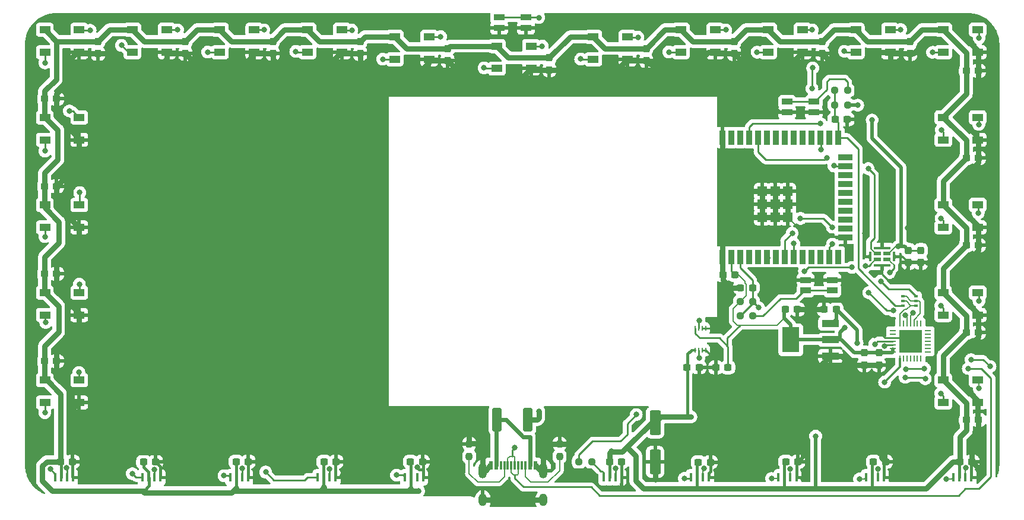
<source format=gbr>
%TF.GenerationSoftware,KiCad,Pcbnew,(6.0.4-0)*%
%TF.CreationDate,2022-06-17T16:33:18+02:00*%
%TF.ProjectId,GlowSignMainPCB No battery,476c6f77-5369-4676-9e4d-61696e504342,rev?*%
%TF.SameCoordinates,Original*%
%TF.FileFunction,Copper,L1,Top*%
%TF.FilePolarity,Positive*%
%FSLAX46Y46*%
G04 Gerber Fmt 4.6, Leading zero omitted, Abs format (unit mm)*
G04 Created by KiCad (PCBNEW (6.0.4-0)) date 2022-06-17 16:33:18*
%MOMM*%
%LPD*%
G01*
G04 APERTURE LIST*
G04 Aperture macros list*
%AMRoundRect*
0 Rectangle with rounded corners*
0 $1 Rounding radius*
0 $2 $3 $4 $5 $6 $7 $8 $9 X,Y pos of 4 corners*
0 Add a 4 corners polygon primitive as box body*
4,1,4,$2,$3,$4,$5,$6,$7,$8,$9,$2,$3,0*
0 Add four circle primitives for the rounded corners*
1,1,$1+$1,$2,$3*
1,1,$1+$1,$4,$5*
1,1,$1+$1,$6,$7*
1,1,$1+$1,$8,$9*
0 Add four rect primitives between the rounded corners*
20,1,$1+$1,$2,$3,$4,$5,0*
20,1,$1+$1,$4,$5,$6,$7,0*
20,1,$1+$1,$6,$7,$8,$9,0*
20,1,$1+$1,$8,$9,$2,$3,0*%
G04 Aperture macros list end*
%TA.AperFunction,SMDPad,CuDef*%
%ADD10RoundRect,0.237500X-0.237500X0.300000X-0.237500X-0.300000X0.237500X-0.300000X0.237500X0.300000X0*%
%TD*%
%TA.AperFunction,SMDPad,CuDef*%
%ADD11R,0.419990X1.300000*%
%TD*%
%TA.AperFunction,SMDPad,CuDef*%
%ADD12R,0.900000X2.000000*%
%TD*%
%TA.AperFunction,SMDPad,CuDef*%
%ADD13R,2.000000X0.900000*%
%TD*%
%TA.AperFunction,SMDPad,CuDef*%
%ADD14R,1.330000X1.330000*%
%TD*%
%TA.AperFunction,SMDPad,CuDef*%
%ADD15R,1.500000X1.000000*%
%TD*%
%TA.AperFunction,SMDPad,CuDef*%
%ADD16RoundRect,0.237500X-0.300000X-0.237500X0.300000X-0.237500X0.300000X0.237500X-0.300000X0.237500X0*%
%TD*%
%TA.AperFunction,SMDPad,CuDef*%
%ADD17RoundRect,0.250000X-0.400000X-1.450000X0.400000X-1.450000X0.400000X1.450000X-0.400000X1.450000X0*%
%TD*%
%TA.AperFunction,SMDPad,CuDef*%
%ADD18RoundRect,0.237500X-0.237500X0.250000X-0.237500X-0.250000X0.237500X-0.250000X0.237500X0.250000X0*%
%TD*%
%TA.AperFunction,SMDPad,CuDef*%
%ADD19RoundRect,0.237500X0.300000X0.237500X-0.300000X0.237500X-0.300000X-0.237500X0.300000X-0.237500X0*%
%TD*%
%TA.AperFunction,SMDPad,CuDef*%
%ADD20R,0.900000X0.280010*%
%TD*%
%TA.AperFunction,SMDPad,CuDef*%
%ADD21R,0.280010X0.900000*%
%TD*%
%TA.AperFunction,SMDPad,CuDef*%
%ADD22R,3.300000X3.300000*%
%TD*%
%TA.AperFunction,SMDPad,CuDef*%
%ADD23RoundRect,0.250000X-0.550000X1.500000X-0.550000X-1.500000X0.550000X-1.500000X0.550000X1.500000X0*%
%TD*%
%TA.AperFunction,SMDPad,CuDef*%
%ADD24O,0.250013X0.750013*%
%TD*%
%TA.AperFunction,SMDPad,CuDef*%
%ADD25R,2.470003X0.980010*%
%TD*%
%TA.AperFunction,SMDPad,CuDef*%
%ADD26R,2.470003X3.600000*%
%TD*%
%TA.AperFunction,SMDPad,CuDef*%
%ADD27R,1.500000X0.900000*%
%TD*%
%TA.AperFunction,SMDPad,CuDef*%
%ADD28RoundRect,0.237500X0.237500X-0.300000X0.237500X0.300000X-0.237500X0.300000X-0.237500X-0.300000X0*%
%TD*%
%TA.AperFunction,SMDPad,CuDef*%
%ADD29R,0.600000X0.419990*%
%TD*%
%TA.AperFunction,SMDPad,CuDef*%
%ADD30R,0.600000X1.300000*%
%TD*%
%TA.AperFunction,SMDPad,CuDef*%
%ADD31R,0.300000X1.300000*%
%TD*%
%TA.AperFunction,ComponentPad*%
%ADD32O,1.200000X1.800000*%
%TD*%
%TA.AperFunction,ComponentPad*%
%ADD33O,1.200000X2.200000*%
%TD*%
%TA.AperFunction,SMDPad,CuDef*%
%ADD34RoundRect,0.237500X-0.250000X-0.237500X0.250000X-0.237500X0.250000X0.237500X-0.250000X0.237500X0*%
%TD*%
%TA.AperFunction,SMDPad,CuDef*%
%ADD35RoundRect,0.237500X0.250000X0.237500X-0.250000X0.237500X-0.250000X-0.237500X0.250000X-0.237500X0*%
%TD*%
%TA.AperFunction,SMDPad,CuDef*%
%ADD36R,1.050013X0.550013*%
%TD*%
%TA.AperFunction,SMDPad,CuDef*%
%ADD37R,0.450013X1.400000*%
%TD*%
%TA.AperFunction,SMDPad,CuDef*%
%ADD38R,2.400000X0.450013*%
%TD*%
%TA.AperFunction,ViaPad*%
%ADD39C,0.800000*%
%TD*%
%TA.AperFunction,Conductor*%
%ADD40C,0.800000*%
%TD*%
%TA.AperFunction,Conductor*%
%ADD41C,0.400000*%
%TD*%
%TA.AperFunction,Conductor*%
%ADD42C,0.250000*%
%TD*%
%TA.AperFunction,Conductor*%
%ADD43C,0.160000*%
%TD*%
%TA.AperFunction,Conductor*%
%ADD44C,0.600000*%
%TD*%
%TA.AperFunction,Conductor*%
%ADD45C,0.200000*%
%TD*%
%TA.AperFunction,Conductor*%
%ADD46C,0.500000*%
%TD*%
%TA.AperFunction,Conductor*%
%ADD47C,0.127000*%
%TD*%
%TA.AperFunction,Conductor*%
%ADD48C,0.300000*%
%TD*%
%TA.AperFunction,Conductor*%
%ADD49C,0.550000*%
%TD*%
G04 APERTURE END LIST*
D10*
%TO.P,C31,1*%
%TO.N,+5V*%
X170130000Y-66587500D03*
%TO.P,C31,2*%
%TO.N,GND*%
X170130000Y-68312500D03*
%TD*%
D11*
%TO.P,D3,1,DIN*%
%TO.N,LED1 DATA OUT*%
X164035842Y-127758498D03*
%TO.P,D3,2,VDD*%
%TO.N,+5V*%
X164885728Y-127758498D03*
%TO.P,D3,3,DOUT*%
%TO.N,Net-(D3-Pad3)*%
X165735868Y-127758498D03*
%TO.P,D3,4,VSS*%
%TO.N,GND*%
X166585754Y-127758498D03*
%TD*%
D12*
%TO.P,U4,1,GND*%
%TO.N,GND*%
X181004850Y-96302100D03*
%TO.P,U4,2,3V3*%
%TO.N,+3V3*%
X182274850Y-96302100D03*
%TO.P,U4,3,EN*%
%TO.N,RESET*%
X183544850Y-96302100D03*
%TO.P,U4,4,SENSOR_VP*%
%TO.N,unconnected-(U4-Pad4)*%
X184814850Y-96302100D03*
%TO.P,U4,5,SENSOR_VN*%
%TO.N,unconnected-(U4-Pad5)*%
X186084850Y-96302100D03*
%TO.P,U4,6,I34*%
%TO.N,I34{slash}BATTVOLT*%
X187354850Y-96302100D03*
%TO.P,U4,7,I35*%
%TO.N,unconnected-(U4-Pad7)*%
X188624850Y-96302100D03*
%TO.P,U4,8,IO32*%
%TO.N,IO32{slash}SD*%
X189894850Y-96302100D03*
%TO.P,U4,9,IO33*%
%TO.N,IO33{slash}MAINBUTTON*%
X191164850Y-96302100D03*
%TO.P,U4,10,IO25*%
%TO.N,unconnected-(U4-Pad10)*%
X192434850Y-96302100D03*
%TO.P,U4,11,IO26*%
%TO.N,unconnected-(U4-Pad11)*%
X193704850Y-96302100D03*
%TO.P,U4,12,IO27*%
%TO.N,unconnected-(U4-Pad12)*%
X194974850Y-96302100D03*
%TO.P,U4,13,IO14*%
%TO.N,IO14{slash}SCK*%
X196244850Y-96302100D03*
%TO.P,U4,14,IO12*%
%TO.N,unconnected-(U4-Pad14)*%
X197514850Y-96302100D03*
D13*
%TO.P,U4,15,GND*%
%TO.N,GND*%
X198514850Y-93517100D03*
%TO.P,U4,16,IO13*%
%TO.N,unconnected-(U4-Pad16)*%
X198514850Y-92247100D03*
%TO.P,U4,17,NC*%
%TO.N,unconnected-(U4-Pad17)*%
X198514850Y-90977100D03*
%TO.P,U4,18,NC*%
%TO.N,unconnected-(U4-Pad18)*%
X198514850Y-89707100D03*
%TO.P,U4,19,NC*%
%TO.N,unconnected-(U4-Pad19)*%
X198514850Y-88437100D03*
%TO.P,U4,20,NC*%
%TO.N,unconnected-(U4-Pad20)*%
X198514850Y-87167100D03*
%TO.P,U4,21,NC*%
%TO.N,unconnected-(U4-Pad21)*%
X198514850Y-85897100D03*
%TO.P,U4,22,NC*%
%TO.N,unconnected-(U4-Pad22)*%
X198514850Y-84627100D03*
%TO.P,U4,23,IO15*%
%TO.N,IO15{slash}WS*%
X198514850Y-83357100D03*
%TO.P,U4,24,IO2*%
%TO.N,unconnected-(U4-Pad24)*%
X198514850Y-82087100D03*
D12*
%TO.P,U4,25,IO0*%
%TO.N,IO0*%
X197514850Y-79302100D03*
%TO.P,U4,26,IO4*%
%TO.N,unconnected-(U4-Pad26)*%
X196244850Y-79302100D03*
%TO.P,U4,27,IO16*%
%TO.N,IO16{slash}LED1*%
X194974850Y-79302100D03*
%TO.P,U4,28,IO17*%
%TO.N,unconnected-(U4-Pad28)*%
X193704850Y-79302100D03*
%TO.P,U4,29,IO5*%
%TO.N,unconnected-(U4-Pad29)*%
X192434850Y-79302100D03*
%TO.P,U4,30,IO18*%
%TO.N,unconnected-(U4-Pad30)*%
X191164850Y-79302100D03*
%TO.P,U4,31,IO19*%
%TO.N,unconnected-(U4-Pad31)*%
X189894850Y-79302100D03*
%TO.P,U4,32,NC1*%
%TO.N,unconnected-(U4-Pad32)*%
X188624850Y-79302100D03*
%TO.P,U4,33,IO21*%
%TO.N,unconnected-(U4-Pad33)*%
X187354850Y-79302100D03*
%TO.P,U4,34,RXD0*%
%TO.N,RXD0*%
X186084850Y-79302100D03*
%TO.P,U4,35,TXD0*%
%TO.N,TXD0*%
X184814850Y-79302100D03*
%TO.P,U4,36,IO22*%
%TO.N,unconnected-(U4-Pad36)*%
X183544850Y-79302100D03*
%TO.P,U4,37,IO23*%
%TO.N,unconnected-(U4-Pad37)*%
X182274850Y-79302100D03*
%TO.P,U4,38,GND*%
%TO.N,GND*%
X181004850Y-79302100D03*
D14*
%TO.P,U4,39,GND*%
X186669850Y-90637100D03*
X188504850Y-88802100D03*
X186669850Y-86967100D03*
X190339850Y-90637100D03*
X190339850Y-86967100D03*
X190339850Y-88802100D03*
X188504850Y-90637100D03*
X186669850Y-88802100D03*
X188504850Y-86967100D03*
%TD*%
D15*
%TO.P,D18,1,VDD*%
%TO.N,+5V*%
X134291100Y-64920000D03*
%TO.P,D18,2,DOUT*%
%TO.N,Net-(D18-Pad2)*%
X134291100Y-68120000D03*
%TO.P,D18,3,VSS*%
%TO.N,GND*%
X139191100Y-68120000D03*
%TO.P,D18,4,DIN*%
%TO.N,Net-(D17-Pad2)*%
X139191100Y-64920000D03*
%TD*%
%TO.P,D12,1,VDD*%
%TO.N,+5V*%
X212505700Y-63920000D03*
%TO.P,D12,2,DOUT*%
%TO.N,Net-(D12-Pad2)*%
X212505700Y-67120000D03*
%TO.P,D12,3,VSS*%
%TO.N,GND*%
X217405700Y-67120000D03*
%TO.P,D12,4,DIN*%
%TO.N,Net-(D11-Pad2)*%
X217405700Y-63920000D03*
%TD*%
D16*
%TO.P,C48,1*%
%TO.N,+5V*%
X175937500Y-112060000D03*
%TO.P,C48,2*%
%TO.N,GND*%
X177662500Y-112060000D03*
%TD*%
D15*
%TO.P,D15,1,VDD*%
%TO.N,+5V*%
X175062400Y-63920000D03*
%TO.P,D15,2,DOUT*%
%TO.N,Net-(D15-Pad2)*%
X175062400Y-67120000D03*
%TO.P,D15,3,VSS*%
%TO.N,GND*%
X179962400Y-67120000D03*
%TO.P,D15,4,DIN*%
%TO.N,Net-(D14-Pad2)*%
X179962400Y-63920000D03*
%TD*%
D17*
%TO.P,F1,1*%
%TO.N,Net-(F1-Pad1)*%
X148825000Y-119530000D03*
%TO.P,F1,2*%
%TO.N,USB-C 5V*%
X153275000Y-119530000D03*
%TD*%
D15*
%TO.P,D8,1,VDD*%
%TO.N,+5V*%
X212505700Y-113900000D03*
%TO.P,D8,2,DOUT*%
%TO.N,Net-(D8-Pad2)*%
X212505700Y-117100000D03*
%TO.P,D8,3,VSS*%
%TO.N,GND*%
X217405700Y-117100000D03*
%TO.P,D8,4,DIN*%
%TO.N,Net-(D7-Pad3)*%
X217405700Y-113900000D03*
%TD*%
D11*
%TO.P,D28,1,DIN*%
%TO.N,Net-(D27-Pad3)*%
X98302342Y-127758498D03*
%TO.P,D28,2,VDD*%
%TO.N,+5V*%
X99152228Y-127758498D03*
%TO.P,D28,3,DOUT*%
%TO.N,Net-(D28-Pad3)*%
X100002368Y-127758498D03*
%TO.P,D28,4,VSS*%
%TO.N,GND*%
X100852254Y-127758498D03*
%TD*%
D16*
%TO.P,C18,1*%
%TO.N,+5V*%
X164887500Y-125530000D03*
%TO.P,C18,2*%
%TO.N,GND*%
X166612500Y-125530000D03*
%TD*%
D15*
%TO.P,D19,1,VDD*%
%TO.N,+5V*%
X121810000Y-63920000D03*
%TO.P,D19,2,DOUT*%
%TO.N,Net-(D19-Pad2)*%
X121810000Y-67120000D03*
%TO.P,D19,3,VSS*%
%TO.N,GND*%
X126710000Y-67120000D03*
%TO.P,D19,4,DIN*%
%TO.N,Net-(D18-Pad2)*%
X126710000Y-63920000D03*
%TD*%
D18*
%TO.P,R2,1*%
%TO.N,GND*%
X144890000Y-122967500D03*
%TO.P,R2,2*%
%TO.N,USB-C CC1*%
X144890000Y-124792500D03*
%TD*%
D19*
%TO.P,C7,1*%
%TO.N,GND*%
X191710000Y-103800000D03*
%TO.P,C7,2*%
%TO.N,+3V3*%
X189985000Y-103800000D03*
%TD*%
D15*
%TO.P,D21,1,VDD*%
%TO.N,+5V*%
X96847800Y-63920000D03*
%TO.P,D21,2,DOUT*%
%TO.N,Net-(D21-Pad2)*%
X96847800Y-67120000D03*
%TO.P,D21,3,VSS*%
%TO.N,GND*%
X101747800Y-67120000D03*
%TO.P,D21,4,DIN*%
%TO.N,Net-(D20-Pad2)*%
X101747800Y-63920000D03*
%TD*%
D16*
%TO.P,C38,1*%
%TO.N,+5V*%
X84320000Y-73770000D03*
%TO.P,C38,2*%
%TO.N,GND*%
X86045000Y-73770000D03*
%TD*%
D15*
%TO.P,D13,1,VDD*%
%TO.N,+5V*%
X200024600Y-63920000D03*
%TO.P,D13,2,DOUT*%
%TO.N,Net-(D13-Pad2)*%
X200024600Y-67120000D03*
%TO.P,D13,3,VSS*%
%TO.N,GND*%
X204924600Y-67120000D03*
%TO.P,D13,4,DIN*%
%TO.N,Net-(D12-Pad2)*%
X204924600Y-63920000D03*
%TD*%
D20*
%TO.P,U7,1,DCD*%
%TO.N,unconnected-(U7-Pad1)*%
X205310051Y-106848933D03*
%TO.P,U7,2,RI*%
%TO.N,unconnected-(U7-Pad2)*%
X205310051Y-107349314D03*
%TO.P,U7,3,GND*%
%TO.N,GND*%
X205310051Y-107849695D03*
%TO.P,U7,4,D+*%
%TO.N,USB-C DATA+*%
X205310051Y-108350076D03*
%TO.P,U7,5,D-*%
%TO.N,USB-C DATA-*%
X205310051Y-108850457D03*
%TO.P,U7,6,VDD*%
%TO.N,+3V3*%
X205310051Y-109350838D03*
%TO.P,U7,7,REGIN*%
X205310051Y-109851219D03*
D21*
%TO.P,U7,8,VBUS*%
%TO.N,USB-C 5V*%
X206308781Y-110850203D03*
%TO.P,U7,9,~{RST}*%
%TO.N,unconnected-(U7-Pad9)*%
X206809162Y-110850203D03*
%TO.P,U7,10,NC*%
%TO.N,unconnected-(U7-Pad10)*%
X207309543Y-110850203D03*
%TO.P,U7,11,~{SUSPEND}*%
%TO.N,unconnected-(U7-Pad11)*%
X207809924Y-110850203D03*
%TO.P,U7,12,SUSPEND*%
%TO.N,unconnected-(U7-Pad12)*%
X208310305Y-110850203D03*
%TO.P,U7,13,NC*%
%TO.N,unconnected-(U7-Pad13)*%
X208810686Y-110850203D03*
%TO.P,U7,14,NC*%
%TO.N,unconnected-(U7-Pad14)*%
X209311067Y-110850203D03*
D20*
%TO.P,U7,15,NC*%
%TO.N,unconnected-(U7-Pad15)*%
X210310051Y-109851219D03*
%TO.P,U7,16,NC*%
%TO.N,unconnected-(U7-Pad16)*%
X210310051Y-109350838D03*
%TO.P,U7,17,NC*%
%TO.N,unconnected-(U7-Pad17)*%
X210310051Y-108850457D03*
%TO.P,U7,18,NC*%
%TO.N,unconnected-(U7-Pad18)*%
X210310051Y-108350076D03*
%TO.P,U7,19,NC*%
%TO.N,unconnected-(U7-Pad19)*%
X210310051Y-107849695D03*
%TO.P,U7,20,NC*%
%TO.N,unconnected-(U7-Pad20)*%
X210310051Y-107349314D03*
%TO.P,U7,21,NC*%
%TO.N,unconnected-(U7-Pad21)*%
X210310051Y-106848933D03*
D21*
%TO.P,U7,22,NC*%
%TO.N,unconnected-(U7-Pad22)*%
X209311067Y-105850203D03*
%TO.P,U7,23,CTS*%
%TO.N,unconnected-(U7-Pad23)*%
X208810686Y-105850203D03*
%TO.P,U7,24,RTS*%
%TO.N,RTS*%
X208310305Y-105850203D03*
%TO.P,U7,25,RXD*%
%TO.N,TXD0*%
X207809924Y-105850203D03*
%TO.P,U7,26,TXD*%
%TO.N,RXD0*%
X207309543Y-105850203D03*
%TO.P,U7,27,DSR*%
%TO.N,unconnected-(U7-Pad27)*%
X206809162Y-105850203D03*
%TO.P,U7,28,DTR*%
%TO.N,DTR*%
X206308781Y-105850203D03*
D22*
%TO.P,U7,29,GND_PAD*%
%TO.N,GND*%
X207809924Y-108350076D03*
%TD*%
D23*
%TO.P,C3,1*%
%TO.N,+5V*%
X171400000Y-119950000D03*
%TO.P,C3,2*%
%TO.N,GND*%
X171400000Y-125550000D03*
%TD*%
D15*
%TO.P,D10,1,VDD*%
%TO.N,+5V*%
X212505700Y-88910000D03*
%TO.P,D10,2,DOUT*%
%TO.N,Net-(D10-Pad2)*%
X212505700Y-92110000D03*
%TO.P,D10,3,VSS*%
%TO.N,GND*%
X217405700Y-92110000D03*
%TO.P,D10,4,DIN*%
%TO.N,Net-(D10-Pad4)*%
X217405700Y-88910000D03*
%TD*%
D10*
%TO.P,C32,1*%
%TO.N,+5V*%
X156320000Y-67917500D03*
%TO.P,C32,2*%
%TO.N,GND*%
X156320000Y-69642500D03*
%TD*%
D16*
%TO.P,C40,1*%
%TO.N,+5V*%
X84320000Y-98716666D03*
%TO.P,C40,2*%
%TO.N,GND*%
X86045000Y-98716666D03*
%TD*%
%TO.P,C46,1*%
%TO.N,+5V*%
X136485000Y-125530000D03*
%TO.P,C46,2*%
%TO.N,GND*%
X138210000Y-125530000D03*
%TD*%
D24*
%TO.P,U3,1,VCCA*%
%TO.N,+5V*%
X177118039Y-109608379D03*
%TO.P,U3,2,A1*%
%TO.N,Net-(R1-Pad1)*%
X177618166Y-109608379D03*
%TO.P,U3,3,A2*%
%TO.N,GND*%
X178118039Y-109608379D03*
%TO.P,U3,4,GND*%
X178618166Y-109608379D03*
%TO.P,U3,5,DIR*%
X178618166Y-106508557D03*
%TO.P,U3,6,B2*%
X178118039Y-106508557D03*
%TO.P,U3,7,B1*%
%TO.N,IO16{slash}LED1*%
X177618166Y-106508557D03*
%TO.P,U3,8,VCCB*%
%TO.N,+3V3*%
X177118039Y-106508557D03*
%TD*%
D15*
%TO.P,D25,1,VDD*%
%TO.N,+5V*%
X84366700Y-101405000D03*
%TO.P,D25,2,DOUT*%
%TO.N,Net-(D25-Pad2)*%
X84366700Y-104605000D03*
%TO.P,D25,3,VSS*%
%TO.N,GND*%
X89266700Y-104605000D03*
%TO.P,D25,4,DIN*%
%TO.N,Net-(D24-Pad2)*%
X89266700Y-101405000D03*
%TD*%
D10*
%TO.P,C37,1*%
%TO.N,+5V*%
X91940000Y-65587500D03*
%TO.P,C37,2*%
%TO.N,GND*%
X91940000Y-67312500D03*
%TD*%
D16*
%TO.P,C27,1*%
%TO.N,+5V*%
X215785000Y-69760000D03*
%TO.P,C27,2*%
%TO.N,GND*%
X217510000Y-69760000D03*
%TD*%
D11*
%TO.P,D4,1,DIN*%
%TO.N,Net-(D3-Pad3)*%
X176516942Y-127758498D03*
%TO.P,D4,2,VDD*%
%TO.N,+5V*%
X177366828Y-127758498D03*
%TO.P,D4,3,DOUT*%
%TO.N,Net-(D4-Pad3)*%
X178216968Y-127758498D03*
%TO.P,D4,4,VSS*%
%TO.N,GND*%
X179066854Y-127758498D03*
%TD*%
D16*
%TO.P,C19,1*%
%TO.N,+5V*%
X177557500Y-125590000D03*
%TO.P,C19,2*%
%TO.N,GND*%
X179282500Y-125590000D03*
%TD*%
D25*
%TO.P,U18,1,GND*%
%TO.N,GND*%
X196414900Y-110439975D03*
%TO.P,U18,2,Vout*%
%TO.N,+3V3*%
X196414900Y-108140000D03*
%TO.P,U18,3,Vin*%
%TO.N,+5V*%
X196414900Y-105840025D03*
D26*
%TO.P,U18,4,Vout*%
%TO.N,+3V3*%
X190745100Y-108140000D03*
%TD*%
D16*
%TO.P,C44,1*%
%TO.N,+5V*%
X111637500Y-125530000D03*
%TO.P,C44,2*%
%TO.N,GND*%
X113362500Y-125530000D03*
%TD*%
D15*
%TO.P,D24,1,VDD*%
%TO.N,+5V*%
X84366700Y-88910000D03*
%TO.P,D24,2,DOUT*%
%TO.N,Net-(D24-Pad2)*%
X84366700Y-92110000D03*
%TO.P,D24,3,VSS*%
%TO.N,GND*%
X89266700Y-92110000D03*
%TO.P,D24,4,DIN*%
%TO.N,Net-(D23-Pad2)*%
X89266700Y-88910000D03*
%TD*%
%TO.P,D16,1,VDD*%
%TO.N,+5V*%
X162581300Y-64920000D03*
%TO.P,D16,2,DOUT*%
%TO.N,Net-(D16-Pad2)*%
X162581300Y-68120000D03*
%TO.P,D16,3,VSS*%
%TO.N,GND*%
X167481300Y-68120000D03*
%TO.P,D16,4,DIN*%
%TO.N,Net-(D15-Pad2)*%
X167481300Y-64920000D03*
%TD*%
D16*
%TO.P,C39,1*%
%TO.N,+5V*%
X84320000Y-86243333D03*
%TO.P,C39,2*%
%TO.N,GND*%
X86045000Y-86243333D03*
%TD*%
%TO.P,C41,1*%
%TO.N,+5V*%
X84320000Y-111190000D03*
%TO.P,C41,2*%
%TO.N,GND*%
X86045000Y-111190000D03*
%TD*%
D11*
%TO.P,D7,1,DIN*%
%TO.N,Net-(D6-Pad3)*%
X213960242Y-127758498D03*
%TO.P,D7,2,VDD*%
%TO.N,+5V*%
X214810128Y-127758498D03*
%TO.P,D7,3,DOUT*%
%TO.N,Net-(D7-Pad3)*%
X215660268Y-127758498D03*
%TO.P,D7,4,VSS*%
%TO.N,GND*%
X216510154Y-127758498D03*
%TD*%
D27*
%TO.P,SW1,1,1*%
%TO.N,GND*%
X192880076Y-99599936D03*
X196679924Y-99599936D03*
%TO.P,SW1,2,2*%
%TO.N,Net-(R4-Pad1)*%
X196679924Y-101100064D03*
X192880076Y-101100064D03*
%TD*%
D15*
%TO.P,D9,1,VDD*%
%TO.N,+5V*%
X212505700Y-101405000D03*
%TO.P,D9,2,DOUT*%
%TO.N,Net-(D10-Pad4)*%
X212505700Y-104605000D03*
%TO.P,D9,3,VSS*%
%TO.N,GND*%
X217405700Y-104605000D03*
%TO.P,D9,4,DIN*%
%TO.N,Net-(D8-Pad2)*%
X217405700Y-101405000D03*
%TD*%
D16*
%TO.P,C24,1*%
%TO.N,+5V*%
X215785000Y-107102500D03*
%TO.P,C24,2*%
%TO.N,GND*%
X217510000Y-107102500D03*
%TD*%
D10*
%TO.P,C33,1*%
%TO.N,+5V*%
X141800000Y-66587500D03*
%TO.P,C33,2*%
%TO.N,GND*%
X141800000Y-68312500D03*
%TD*%
D15*
%TO.P,D20,1,VDD*%
%TO.N,+5V*%
X109328900Y-63920000D03*
%TO.P,D20,2,DOUT*%
%TO.N,Net-(D20-Pad2)*%
X109328900Y-67120000D03*
%TO.P,D20,3,VSS*%
%TO.N,GND*%
X114228900Y-67120000D03*
%TO.P,D20,4,DIN*%
%TO.N,Net-(D19-Pad2)*%
X114228900Y-63920000D03*
%TD*%
D10*
%TO.P,C35,1*%
%TO.N,+5V*%
X116870000Y-65587500D03*
%TO.P,C35,2*%
%TO.N,GND*%
X116870000Y-67312500D03*
%TD*%
D16*
%TO.P,C20,1*%
%TO.N,+5V*%
X190030000Y-125530000D03*
%TO.P,C20,2*%
%TO.N,GND*%
X191755000Y-125530000D03*
%TD*%
D15*
%TO.P,D17,1,VDD*%
%TO.N,+5V*%
X148811100Y-66250000D03*
%TO.P,D17,2,DOUT*%
%TO.N,Net-(D17-Pad2)*%
X148811100Y-69450000D03*
%TO.P,D17,3,VSS*%
%TO.N,GND*%
X153711100Y-69450000D03*
%TO.P,D17,4,DIN*%
%TO.N,Net-(D16-Pad2)*%
X153711100Y-66250000D03*
%TD*%
D28*
%TO.P,C47,1*%
%TO.N,GND*%
X209310000Y-97112500D03*
%TO.P,C47,2*%
%TO.N,+3V3*%
X209310000Y-95387500D03*
%TD*%
D11*
%TO.P,D29,1,DIN*%
%TO.N,Net-(D28-Pad3)*%
X110783442Y-127758498D03*
%TO.P,D29,2,VDD*%
%TO.N,+5V*%
X111633328Y-127758498D03*
%TO.P,D29,3,DOUT*%
%TO.N,Net-(D29-Pad3)*%
X112483468Y-127758498D03*
%TO.P,D29,4,VSS*%
%TO.N,GND*%
X113333354Y-127758498D03*
%TD*%
D29*
%TO.P,U8,1,E*%
%TO.N,RTS*%
X206730897Y-101940013D03*
%TO.P,U8,2,B*%
%TO.N,DTR*%
X206730897Y-102590000D03*
%TO.P,U8,3,C*%
%TO.N,IO0*%
X206730897Y-103239987D03*
%TO.P,U8,4,E*%
%TO.N,DTR*%
X208630821Y-103239987D03*
%TO.P,U8,5,B*%
%TO.N,RTS*%
X208630821Y-102590000D03*
%TO.P,U8,6,C*%
%TO.N,RESET*%
X208630821Y-101940013D03*
%TD*%
D30*
%TO.P,USB1,A1B12,GND*%
%TO.N,GND*%
X147947302Y-126069964D03*
%TO.P,USB1,A4B9,VBUS*%
%TO.N,Net-(F1-Pad1)*%
X148747149Y-126069964D03*
D31*
%TO.P,USB1,A5,CC1*%
%TO.N,USB-C CC1*%
X149897264Y-126069964D03*
%TO.P,USB1,A6,DP1*%
%TO.N,USB-C DATA+*%
X150897264Y-126069964D03*
%TO.P,USB1,A7,DN1*%
%TO.N,USB-C DATA-*%
X151397136Y-126069964D03*
%TO.P,USB1,A8,SBU1*%
%TO.N,unconnected-(USB1-PadA8)*%
X152397136Y-126069964D03*
D30*
%TO.P,USB1,B1A12,GND*%
%TO.N,GND*%
X154347098Y-126069964D03*
%TO.P,USB1,B4A9,VBUS*%
%TO.N,Net-(F1-Pad1)*%
X153547251Y-126069964D03*
D31*
%TO.P,USB1,B5,CC2*%
%TO.N,USB-C CC2*%
X152897264Y-126069964D03*
%TO.P,USB1,B6,DP2*%
%TO.N,USB-C DATA+*%
X151897264Y-126069964D03*
%TO.P,USB1,B7,DN2*%
%TO.N,USB-C DATA-*%
X150397136Y-126069964D03*
%TO.P,USB1,B8,SBU2*%
%TO.N,unconnected-(USB1-PadB8)*%
X149397136Y-126069964D03*
D32*
%TO.P,USB1,SHELL,SHELL*%
%TO.N,GND*%
X155467241Y-130992494D03*
D33*
X146827159Y-126812408D03*
D32*
X146827159Y-130992494D03*
D33*
X155467241Y-126812408D03*
%TD*%
D11*
%TO.P,D6,1,DIN*%
%TO.N,Net-(D5-Pad3)*%
X201479142Y-127758498D03*
%TO.P,D6,2,VDD*%
%TO.N,+5V*%
X202329028Y-127758498D03*
%TO.P,D6,3,DOUT*%
%TO.N,Net-(D6-Pad3)*%
X203179168Y-127758498D03*
%TO.P,D6,4,VSS*%
%TO.N,GND*%
X204029054Y-127758498D03*
%TD*%
D27*
%TO.P,SW3,1,1*%
%TO.N,GND*%
X152989924Y-63650064D03*
X149190076Y-63650064D03*
%TO.P,SW3,2,2*%
%TO.N,IO33{slash}MAINBUTTON*%
X149190076Y-62149936D03*
X152989924Y-62149936D03*
%TD*%
D16*
%TO.P,C42,1*%
%TO.N,+5V*%
X86577500Y-125530000D03*
%TO.P,C42,2*%
%TO.N,GND*%
X88302500Y-125530000D03*
%TD*%
D34*
%TO.P,R1,1*%
%TO.N,Net-(R1-Pad1)*%
X160527500Y-125530000D03*
%TO.P,R1,2*%
%TO.N,LED1 DATA OUT*%
X162352500Y-125530000D03*
%TD*%
D18*
%TO.P,R3,1*%
%TO.N,GND*%
X157780000Y-122967500D03*
%TO.P,R3,2*%
%TO.N,USB-C CC2*%
X157780000Y-124792500D03*
%TD*%
D16*
%TO.P,C25,1*%
%TO.N,+5V*%
X215785000Y-94655000D03*
%TO.P,C25,2*%
%TO.N,GND*%
X217510000Y-94655000D03*
%TD*%
D10*
%TO.P,C30,1*%
%TO.N,+5V*%
X182683333Y-65587500D03*
%TO.P,C30,2*%
%TO.N,GND*%
X182683333Y-67312500D03*
%TD*%
D15*
%TO.P,D26,1,VDD*%
%TO.N,+5V*%
X84366700Y-113900000D03*
%TO.P,D26,2,DOUT*%
%TO.N,Net-(D26-Pad2)*%
X84366700Y-117100000D03*
%TO.P,D26,3,VSS*%
%TO.N,GND*%
X89266700Y-117100000D03*
%TO.P,D26,4,DIN*%
%TO.N,Net-(D25-Pad2)*%
X89266700Y-113900000D03*
%TD*%
%TO.P,D23,1,VDD*%
%TO.N,+5V*%
X84366700Y-76415000D03*
%TO.P,D23,2,DOUT*%
%TO.N,Net-(D23-Pad2)*%
X84366700Y-79615000D03*
%TO.P,D23,3,VSS*%
%TO.N,GND*%
X89266700Y-79615000D03*
%TO.P,D23,4,DIN*%
%TO.N,Net-(D22-Pad2)*%
X89266700Y-76415000D03*
%TD*%
D11*
%TO.P,D5,1,DIN*%
%TO.N,Net-(D4-Pad3)*%
X188998042Y-127758498D03*
%TO.P,D5,2,VDD*%
%TO.N,+5V*%
X189847928Y-127758498D03*
%TO.P,D5,3,DOUT*%
%TO.N,Net-(D5-Pad3)*%
X190698068Y-127758498D03*
%TO.P,D5,4,VSS*%
%TO.N,GND*%
X191547954Y-127758498D03*
%TD*%
D15*
%TO.P,D11,1,VDD*%
%TO.N,+5V*%
X212505700Y-76415000D03*
%TO.P,D11,2,DOUT*%
%TO.N,Net-(D11-Pad2)*%
X212505700Y-79615000D03*
%TO.P,D11,3,VSS*%
%TO.N,GND*%
X217405700Y-79615000D03*
%TO.P,D11,4,DIN*%
%TO.N,Net-(D10-Pad2)*%
X217405700Y-76415000D03*
%TD*%
D10*
%TO.P,C29,1*%
%TO.N,+5V*%
X195236666Y-65587500D03*
%TO.P,C29,2*%
%TO.N,GND*%
X195236666Y-67312500D03*
%TD*%
D35*
%TO.P,R6,1*%
%TO.N,RESET*%
X185332500Y-102720000D03*
%TO.P,R6,2*%
%TO.N,+3V3*%
X183507500Y-102720000D03*
%TD*%
D10*
%TO.P,C28,1*%
%TO.N,+5V*%
X207790000Y-65587500D03*
%TO.P,C28,2*%
%TO.N,GND*%
X207790000Y-67312500D03*
%TD*%
D16*
%TO.P,C45,1*%
%TO.N,+5V*%
X124167500Y-125530000D03*
%TO.P,C45,2*%
%TO.N,GND*%
X125892500Y-125530000D03*
%TD*%
D28*
%TO.P,C4,1*%
%TO.N,GND*%
X201230000Y-111732500D03*
%TO.P,C4,2*%
%TO.N,+3V3*%
X201230000Y-110007500D03*
%TD*%
D19*
%TO.P,C2,1*%
%TO.N,+3V3*%
X181782500Y-112080000D03*
%TO.P,C2,2*%
%TO.N,GND*%
X180057500Y-112080000D03*
%TD*%
D10*
%TO.P,C34,1*%
%TO.N,+5V*%
X129335000Y-65587500D03*
%TO.P,C34,2*%
%TO.N,GND*%
X129335000Y-67312500D03*
%TD*%
D36*
%TO.P,U20,1,VDD*%
%TO.N,+3V3*%
X204455083Y-95845545D03*
%TO.P,U20,2,L/R*%
%TO.N,IO15{slash}WS*%
X203104816Y-95845545D03*
%TO.P,U20,3,CLK*%
%TO.N,IO14{slash}SCK*%
X203104816Y-96695431D03*
%TO.P,U20,4,DATA*%
%TO.N,IO32{slash}SD*%
X204455083Y-96695431D03*
D37*
%TO.P,U20,5,GND*%
%TO.N,GND*%
X205504867Y-96270488D03*
D38*
%TO.P,U20,6,GND*%
X203779949Y-95045443D03*
D37*
%TO.P,U20,7,GND*%
X202055032Y-96270488D03*
D38*
%TO.P,U20,8,GND*%
X203779949Y-97495532D03*
%TD*%
D19*
%TO.P,C8,1*%
%TO.N,RESET*%
X185282500Y-100700000D03*
%TO.P,C8,2*%
%TO.N,GND*%
X183557500Y-100700000D03*
%TD*%
D10*
%TO.P,C36,1*%
%TO.N,+5V*%
X104405000Y-65587500D03*
%TO.P,C36,2*%
%TO.N,GND*%
X104405000Y-67312500D03*
%TD*%
D11*
%TO.P,D27,1,DIN*%
%TO.N,Net-(D26-Pad2)*%
X85821242Y-127758498D03*
%TO.P,D27,2,VDD*%
%TO.N,+5V*%
X86671128Y-127758498D03*
%TO.P,D27,3,DOUT*%
%TO.N,Net-(D27-Pad3)*%
X87521268Y-127758498D03*
%TO.P,D27,4,VSS*%
%TO.N,GND*%
X88371154Y-127758498D03*
%TD*%
D15*
%TO.P,D14,1,VDD*%
%TO.N,+5V*%
X187543500Y-63920000D03*
%TO.P,D14,2,DOUT*%
%TO.N,Net-(D14-Pad2)*%
X187543500Y-67120000D03*
%TO.P,D14,3,VSS*%
%TO.N,GND*%
X192443500Y-67120000D03*
%TO.P,D14,4,DIN*%
%TO.N,Net-(D13-Pad2)*%
X192443500Y-63920000D03*
%TD*%
%TO.P,D22,1,VDD*%
%TO.N,+5V*%
X84366700Y-63920000D03*
%TO.P,D22,2,DOUT*%
%TO.N,Net-(D22-Pad2)*%
X84366700Y-67120000D03*
%TO.P,D22,3,VSS*%
%TO.N,GND*%
X89266700Y-67120000D03*
%TO.P,D22,4,DIN*%
%TO.N,Net-(D21-Pad2)*%
X89266700Y-63920000D03*
%TD*%
D10*
%TO.P,C6,1*%
%TO.N,+3V3*%
X203330000Y-110007500D03*
%TO.P,C6,2*%
%TO.N,GND*%
X203330000Y-111732500D03*
%TD*%
D16*
%TO.P,C1,1*%
%TO.N,GND*%
X181047500Y-98890000D03*
%TO.P,C1,2*%
%TO.N,+3V3*%
X182772500Y-98890000D03*
%TD*%
D11*
%TO.P,D30,1,DIN*%
%TO.N,Net-(D29-Pad3)*%
X123264542Y-127758498D03*
%TO.P,D30,2,VDD*%
%TO.N,+5V*%
X124114428Y-127758498D03*
%TO.P,D30,3,DOUT*%
%TO.N,Net-(D30-Pad3)*%
X124964568Y-127758498D03*
%TO.P,D30,4,VSS*%
%TO.N,GND*%
X125814454Y-127758498D03*
%TD*%
D16*
%TO.P,C21,1*%
%TO.N,+5V*%
X202537500Y-125530000D03*
%TO.P,C21,2*%
%TO.N,GND*%
X204262500Y-125530000D03*
%TD*%
D11*
%TO.P,D31,1,DIN*%
%TO.N,Net-(D30-Pad3)*%
X135745642Y-127758498D03*
%TO.P,D31,2,VDD*%
%TO.N,+5V*%
X136595528Y-127758498D03*
%TO.P,D31,3,DOUT*%
%TO.N,unconnected-(D31-Pad3)*%
X137445668Y-127758498D03*
%TO.P,D31,4,VSS*%
%TO.N,GND*%
X138295554Y-127758498D03*
%TD*%
D16*
%TO.P,C23,1*%
%TO.N,+5V*%
X215785000Y-119550000D03*
%TO.P,C23,2*%
%TO.N,GND*%
X217510000Y-119550000D03*
%TD*%
D34*
%TO.P,R7,1*%
%TO.N,IO0*%
X197017500Y-74650000D03*
%TO.P,R7,2*%
%TO.N,+3V3*%
X198842500Y-74650000D03*
%TD*%
D28*
%TO.P,C10,1*%
%TO.N,GND*%
X207530000Y-97112500D03*
%TO.P,C10,2*%
%TO.N,+3V3*%
X207530000Y-95387500D03*
%TD*%
D35*
%TO.P,R5,1*%
%TO.N,Net-(R5-Pad1)*%
X198842500Y-72560000D03*
%TO.P,R5,2*%
%TO.N,IO0*%
X197017500Y-72560000D03*
%TD*%
D16*
%TO.P,C9,1*%
%TO.N,IO0*%
X197067500Y-76690000D03*
%TO.P,C9,2*%
%TO.N,GND*%
X198792500Y-76690000D03*
%TD*%
D35*
%TO.P,R4,1*%
%TO.N,Net-(R4-Pad1)*%
X185332500Y-104740000D03*
%TO.P,R4,2*%
%TO.N,RESET*%
X183507500Y-104740000D03*
%TD*%
D16*
%TO.P,C5,1*%
%TO.N,GND*%
X195515000Y-103800000D03*
%TO.P,C5,2*%
%TO.N,+5V*%
X197240000Y-103800000D03*
%TD*%
%TO.P,C22,1*%
%TO.N,+5V*%
X214870000Y-125530000D03*
%TO.P,C22,2*%
%TO.N,GND*%
X216595000Y-125530000D03*
%TD*%
D27*
%TO.P,SW2,1,1*%
%TO.N,GND*%
X190220076Y-75680064D03*
X194019924Y-75680064D03*
%TO.P,SW2,2,2*%
%TO.N,Net-(R5-Pad1)*%
X190220076Y-74179936D03*
X194019924Y-74179936D03*
%TD*%
D16*
%TO.P,C43,1*%
%TO.N,+5V*%
X98437500Y-125570000D03*
%TO.P,C43,2*%
%TO.N,GND*%
X100162500Y-125570000D03*
%TD*%
%TO.P,C26,1*%
%TO.N,+5V*%
X215785000Y-82207500D03*
%TO.P,C26,2*%
%TO.N,GND*%
X217510000Y-82207500D03*
%TD*%
D39*
%TO.N,GND*%
X181110000Y-106830000D03*
X180150000Y-127760000D03*
X203680000Y-93490000D03*
X89790000Y-127370000D03*
X212250000Y-65540000D03*
X137470000Y-126330000D03*
X171400000Y-128090000D03*
X180180000Y-110070000D03*
X205010000Y-127860000D03*
X166810000Y-129340000D03*
X159520000Y-123000000D03*
X192560000Y-127980000D03*
X88250000Y-118420000D03*
X114660000Y-127590000D03*
X101940000Y-127660000D03*
X201320000Y-92970000D03*
X207430000Y-92220000D03*
X195067437Y-111787437D03*
X193710000Y-105930000D03*
X217640000Y-127450000D03*
X151250000Y-65160000D03*
X126820000Y-127480000D03*
X144560000Y-119810000D03*
X210280000Y-97200000D03*
X214660000Y-64130000D03*
X202720000Y-107540000D03*
%TO.N,+3V3*%
X198470000Y-106430000D03*
X202350000Y-76780000D03*
X200300000Y-74670000D03*
X206090000Y-94840000D03*
%TO.N,+5V*%
X200210000Y-108610000D03*
X165195000Y-123985000D03*
X137670000Y-129690000D03*
X194300000Y-121880000D03*
%TO.N,RESET*%
X192700000Y-98340000D03*
X199470000Y-97800000D03*
X186170000Y-103560000D03*
X203580000Y-99780000D03*
%TO.N,USB-C 5V*%
X154800000Y-118310000D03*
X204140000Y-114170000D03*
%TO.N,Net-(R1-Pad1)*%
X177660000Y-110720000D03*
X168710000Y-118800000D03*
%TO.N,IO33{slash}MAINBUTTON*%
X193880000Y-69360000D03*
X193770000Y-72320000D03*
X154810000Y-62180000D03*
X191170000Y-94430000D03*
%TO.N,IO16{slash}LED1*%
X177670000Y-105430000D03*
X195080000Y-81010000D03*
%TO.N,IO32{slash}SD*%
X204840000Y-98540000D03*
X190960000Y-92930000D03*
X196680000Y-92070000D03*
X192130000Y-90820000D03*
%TO.N,IO14{slash}SCK*%
X196690000Y-94500000D03*
X201380000Y-97600000D03*
%TO.N,IO15{slash}WS*%
X201790000Y-83720000D03*
X196910000Y-83340000D03*
%TO.N,RXD0*%
X205430000Y-103990000D03*
X195890000Y-82160000D03*
X201860000Y-101410000D03*
X207104620Y-104646339D03*
%TO.N,TXD0*%
X208210000Y-104300000D03*
X194980000Y-77290000D03*
%TO.N,USB-C DATA+*%
X202740000Y-108750000D03*
X216070000Y-112230000D03*
X207080000Y-113500000D03*
X209930000Y-113690000D03*
%TO.N,USB-C DATA-*%
X204119848Y-109078627D03*
X207160000Y-112320000D03*
X219170000Y-111940000D03*
X216470000Y-110970000D03*
X209810000Y-112230000D03*
X151330000Y-123510000D03*
%TO.N,Net-(D3-Pad3)*%
X175570000Y-127910000D03*
X165740000Y-126510000D03*
%TO.N,Net-(D4-Pad3)*%
X178420000Y-126480000D03*
X188000000Y-127930000D03*
%TO.N,Net-(D5-Pad3)*%
X190690000Y-126560000D03*
X200540000Y-128000000D03*
%TO.N,Net-(D6-Pad3)*%
X203179584Y-126531403D03*
X212910000Y-128000000D03*
%TO.N,Net-(D7-Pad3)*%
X217620000Y-115090000D03*
X215676241Y-126434051D03*
%TO.N,Net-(D8-Pad2)*%
X217590000Y-102570000D03*
X212130000Y-115790000D03*
%TO.N,Net-(D10-Pad4)*%
X212130000Y-103270000D03*
X217490000Y-90070000D03*
%TO.N,Net-(D10-Pad2)*%
X212190000Y-90800000D03*
X217570000Y-77420000D03*
%TO.N,Net-(D11-Pad2)*%
X217610000Y-65080000D03*
X212230000Y-78180000D03*
%TO.N,Net-(D12-Pad2)*%
X206430000Y-63890000D03*
X210980000Y-67130000D03*
%TO.N,Net-(D13-Pad2)*%
X193830000Y-63950000D03*
X198400000Y-66980000D03*
%TO.N,Net-(D14-Pad2)*%
X185940000Y-67110000D03*
X181480000Y-63950000D03*
%TO.N,Net-(D15-Pad2)*%
X168940000Y-64970000D03*
X173350000Y-67090000D03*
%TO.N,Net-(D16-Pad2)*%
X155290000Y-66250000D03*
X160790000Y-68100000D03*
%TO.N,Net-(D18-Pad2)*%
X128140000Y-63970000D03*
X132560000Y-68120000D03*
%TO.N,Net-(D19-Pad2)*%
X115600000Y-63930000D03*
X120150000Y-67000000D03*
%TO.N,Net-(D20-Pad2)*%
X107590000Y-67090000D03*
X103290000Y-63930000D03*
%TO.N,Net-(D21-Pad2)*%
X95280000Y-66150000D03*
X90820000Y-63990000D03*
%TO.N,Net-(D22-Pad2)*%
X84380000Y-68640000D03*
X87870000Y-75490000D03*
%TO.N,Net-(D23-Pad2)*%
X84360000Y-81220000D03*
X89340000Y-87140000D03*
%TO.N,Net-(D24-Pad2)*%
X84360000Y-93420000D03*
X89280000Y-100210000D03*
%TO.N,Net-(D25-Pad2)*%
X89220000Y-112800000D03*
X84490000Y-105670000D03*
%TO.N,Net-(D27-Pad3)*%
X96850000Y-127230000D03*
X87476516Y-126418584D03*
%TO.N,Net-(D28-Pad3)*%
X99940000Y-126644500D03*
X109910000Y-127520000D03*
%TO.N,Net-(D29-Pad3)*%
X115860000Y-127000000D03*
X112470000Y-126510000D03*
%TO.N,Net-(D17-Pad2)*%
X140800000Y-64890000D03*
X147010000Y-69350000D03*
%TO.N,Net-(D26-Pad2)*%
X85130000Y-126590000D03*
X84360000Y-118530000D03*
%TO.N,Net-(D30-Pad3)*%
X124960000Y-126600000D03*
X134520000Y-127440000D03*
%TD*%
D40*
%TO.N,+5V*%
X176504569Y-119119976D02*
X172230024Y-119119976D01*
D41*
%TO.N,GND*%
X179330000Y-125637500D02*
X179282500Y-125590000D01*
D42*
X210837500Y-94597500D02*
X210837500Y-96642500D01*
X180057500Y-112080000D02*
X180057500Y-110192500D01*
X204510000Y-99540000D02*
X205690000Y-99540000D01*
D40*
X198039975Y-110439975D02*
X199340000Y-111740000D01*
X129335000Y-67312500D02*
X126902500Y-67312500D01*
X217510000Y-95420000D02*
X217510000Y-94655000D01*
D42*
X202055032Y-96270488D02*
X201470488Y-96270488D01*
D40*
X89459200Y-67312500D02*
X89266700Y-67120000D01*
X144890000Y-122967500D02*
X144897500Y-122960000D01*
X201432100Y-120017500D02*
X203684600Y-122270000D01*
X155089542Y-126812408D02*
X154446762Y-126169628D01*
X217405700Y-104355700D02*
X214050000Y-101000000D01*
D41*
X216510154Y-125614846D02*
X216595000Y-125530000D01*
D40*
X217120000Y-108120000D02*
X217510000Y-107730000D01*
D41*
X137745554Y-126605554D02*
X137470000Y-126330000D01*
D40*
X203684600Y-120395400D02*
X203684600Y-122270000D01*
X126902500Y-67312500D02*
X126710000Y-67120000D01*
X182090000Y-100700000D02*
X181270000Y-101520000D01*
X190339850Y-90637100D02*
X190339850Y-86967100D01*
X179962400Y-67120000D02*
X178980000Y-67120000D01*
X182683333Y-67312500D02*
X180154900Y-67312500D01*
D42*
X207530000Y-97700000D02*
X207530000Y-97112500D01*
D41*
X125814454Y-125608046D02*
X125892500Y-125530000D01*
D40*
X139191100Y-68120000D02*
X139191100Y-68528900D01*
D41*
X114491502Y-127758498D02*
X114660000Y-127590000D01*
D40*
X217510000Y-104709300D02*
X217405700Y-104605000D01*
X217060000Y-108120000D02*
X217120000Y-108120000D01*
X192636000Y-67312500D02*
X192443500Y-67120000D01*
D41*
X179066854Y-127758498D02*
X179066854Y-127173146D01*
D40*
X155467241Y-124202759D02*
X155467241Y-126812408D01*
D42*
X205310051Y-107849695D02*
X207309543Y-107849695D01*
D40*
X171400000Y-128090000D02*
X171400000Y-125550000D01*
X88980000Y-67120000D02*
X87180000Y-68920000D01*
X186669850Y-90637100D02*
X181067100Y-90637100D01*
X86045000Y-98716666D02*
X86045000Y-101085000D01*
X203684600Y-73574600D02*
X208400000Y-78290000D01*
X194212500Y-120017500D02*
X201432100Y-120017500D01*
X188504850Y-90637100D02*
X188504850Y-86967100D01*
X217405700Y-79615000D02*
X217260000Y-79469300D01*
X216595000Y-123105000D02*
X216595000Y-125530000D01*
X217510000Y-94655000D02*
X217510000Y-92214300D01*
X201230000Y-111732500D02*
X203330000Y-111732500D01*
X217405700Y-92110000D02*
X217405700Y-91885700D01*
X186669850Y-90637100D02*
X186669850Y-86967100D01*
X91940000Y-67312500D02*
X89459200Y-67312500D01*
D41*
X138295554Y-126605554D02*
X137745554Y-126605554D01*
D40*
X89266700Y-67120000D02*
X88980000Y-67120000D01*
D42*
X202150000Y-106900000D02*
X202060000Y-106810000D01*
D40*
X210150000Y-65460000D02*
X208297500Y-67312500D01*
D42*
X189300064Y-75680064D02*
X187970000Y-74350000D01*
X201320000Y-96120000D02*
X201320000Y-92970000D01*
D41*
X166612500Y-125530000D02*
X166612500Y-127731752D01*
X125814454Y-127758498D02*
X125814454Y-125608046D01*
D40*
X203684600Y-122270000D02*
X203684600Y-124952100D01*
X167481300Y-68120000D02*
X165958800Y-69642500D01*
D41*
X191547954Y-127758498D02*
X192338498Y-127758498D01*
D42*
X198792500Y-76690000D02*
X200569200Y-76690000D01*
D40*
X141800000Y-68312500D02*
X139383600Y-68312500D01*
X181047500Y-99657500D02*
X181047500Y-98890000D01*
D42*
X200569200Y-76690000D02*
X203684600Y-73574600D01*
D40*
X126710000Y-67120000D02*
X126650000Y-67120000D01*
X114421400Y-67312500D02*
X114228900Y-67120000D01*
D41*
X191547954Y-125737046D02*
X191755000Y-125530000D01*
X100852254Y-126259754D02*
X100162500Y-125570000D01*
D40*
X217260000Y-79469300D02*
X217260000Y-79010000D01*
D42*
X203779949Y-93589949D02*
X203680000Y-93490000D01*
X178618166Y-109608379D02*
X179709787Y-110700000D01*
X210837500Y-96642500D02*
X210367500Y-97112500D01*
D40*
X181067100Y-90637100D02*
X181004850Y-90574850D01*
X139191100Y-68528900D02*
X137560000Y-70160000D01*
X181004850Y-90574850D02*
X181004850Y-96302100D01*
X194212500Y-115820000D02*
X194212500Y-120017500D01*
D42*
X187970000Y-74350000D02*
X187970000Y-68870000D01*
D41*
X192338498Y-127758498D02*
X192560000Y-127980000D01*
D40*
X217405700Y-66875700D02*
X214660000Y-64130000D01*
X217510000Y-69760000D02*
X217510000Y-67224300D01*
D42*
X203779949Y-98809949D02*
X204510000Y-99540000D01*
D40*
X217510000Y-79719300D02*
X217405700Y-79615000D01*
X182090000Y-100700000D02*
X181047500Y-99657500D01*
X155467241Y-126812408D02*
X155089542Y-126812408D01*
D41*
X138295554Y-125615554D02*
X138210000Y-125530000D01*
D40*
X88250000Y-115590000D02*
X88250000Y-118420000D01*
X170130000Y-68312500D02*
X167673800Y-68312500D01*
X152240000Y-70920000D02*
X144407500Y-70920000D01*
X177250000Y-68850000D02*
X170667500Y-68850000D01*
D41*
X204908498Y-127758498D02*
X205010000Y-127860000D01*
D40*
X203510000Y-67120000D02*
X201730000Y-68900000D01*
D42*
X180736411Y-106508557D02*
X181270000Y-105974968D01*
D41*
X125814454Y-127758498D02*
X126541502Y-127758498D01*
D40*
X126650000Y-67120000D02*
X124510000Y-69260000D01*
X146827159Y-126812408D02*
X147204858Y-126812408D01*
X207790000Y-67312500D02*
X205117100Y-67312500D01*
X217510000Y-119550000D02*
X217510000Y-122190000D01*
D42*
X203779949Y-95045443D02*
X203779949Y-93589949D01*
D40*
X144897500Y-122960000D02*
X145830000Y-122960000D01*
X194212500Y-113940000D02*
X194212500Y-112642375D01*
X204924600Y-70160000D02*
X203684600Y-71400000D01*
X88250000Y-118420000D02*
X88250000Y-118116700D01*
X89266700Y-104306700D02*
X89266700Y-104605000D01*
X180154900Y-67312500D02*
X179962400Y-67120000D01*
D43*
X151379936Y-65030064D02*
X151250000Y-65160000D01*
D44*
X192430000Y-121800000D02*
X192430000Y-124855000D01*
D40*
X217510000Y-67224300D02*
X217405700Y-67120000D01*
X95492300Y-69162300D02*
X93642500Y-67312500D01*
D42*
X205504867Y-96270488D02*
X206687988Y-96270488D01*
D40*
X89266700Y-92110000D02*
X89266700Y-94203300D01*
X217260000Y-79010000D02*
X214680000Y-76430000D01*
D42*
X204199695Y-107849695D02*
X203250000Y-106900000D01*
D40*
X194212500Y-112642375D02*
X195067437Y-111787437D01*
D44*
X192430000Y-124855000D02*
X191755000Y-125530000D01*
D41*
X166585754Y-127758498D02*
X166585754Y-129115754D01*
D42*
X198109936Y-99599936D02*
X201900305Y-103390305D01*
D40*
X89266700Y-104605000D02*
X89266700Y-106443300D01*
D41*
X204029054Y-127758498D02*
X204908498Y-127758498D01*
X216510154Y-127758498D02*
X216510154Y-125614846D01*
X88371154Y-127758498D02*
X89401502Y-127758498D01*
D42*
X208460000Y-92220000D02*
X210837500Y-94597500D01*
X151379936Y-63650064D02*
X152989924Y-63650064D01*
D40*
X187970000Y-68870000D02*
X184240833Y-68870000D01*
X217510000Y-73100000D02*
X217510000Y-69760000D01*
D41*
X113333354Y-125559146D02*
X113362500Y-125530000D01*
X180148498Y-127758498D02*
X180150000Y-127760000D01*
D42*
X179709787Y-110700000D02*
X179920000Y-110700000D01*
X207309543Y-107849695D02*
X207809924Y-108350076D01*
X190220076Y-75680064D02*
X194019924Y-75680064D01*
D40*
X217510000Y-82207500D02*
X217510000Y-79719300D01*
X203684600Y-71400000D02*
X203684600Y-73574600D01*
D42*
X203250000Y-106900000D02*
X202870000Y-106900000D01*
X201900305Y-106650305D02*
X202150000Y-106900000D01*
D40*
X86045000Y-97425000D02*
X86045000Y-98716666D01*
X146827159Y-123957159D02*
X146827159Y-126812408D01*
X157780000Y-122967500D02*
X159487500Y-122967500D01*
X155467241Y-130992494D02*
X146827159Y-130992494D01*
D42*
X149190076Y-63650064D02*
X151379936Y-63650064D01*
X207430000Y-92220000D02*
X208460000Y-92220000D01*
D41*
X166585754Y-129115754D02*
X166810000Y-129340000D01*
D40*
X214270000Y-88750000D02*
X214270000Y-86140000D01*
X86045000Y-113385000D02*
X88250000Y-115590000D01*
X101747800Y-68046800D02*
X100632300Y-69162300D01*
X124510000Y-69260000D02*
X117970000Y-69260000D01*
X194212500Y-115820000D02*
X194212500Y-113940000D01*
X217405700Y-116845700D02*
X214140000Y-113580000D01*
X214270000Y-86140000D02*
X217510000Y-82900000D01*
X184240833Y-68870000D02*
X182683333Y-67312500D01*
X201730000Y-68900000D02*
X196824166Y-68900000D01*
X181004850Y-86724850D02*
X181004850Y-90574850D01*
X139383600Y-68312500D02*
X139191100Y-68120000D01*
X154446762Y-126169628D02*
X154446762Y-126069964D01*
X214050000Y-101000000D02*
X214050000Y-98880000D01*
X100000000Y-125407500D02*
X100162500Y-125570000D01*
X196414900Y-110439975D02*
X198039975Y-110439975D01*
D45*
X193219850Y-93517100D02*
X190339850Y-90637100D01*
D42*
X202870000Y-106900000D02*
X202870000Y-107390000D01*
D40*
X145830000Y-122960000D02*
X146827159Y-123957159D01*
X101747800Y-67120000D02*
X101747800Y-68046800D01*
X170667500Y-68850000D02*
X170130000Y-68312500D01*
X208400000Y-115680000D02*
X203684600Y-120395400D01*
X137560000Y-70160000D02*
X131090000Y-70160000D01*
X86045000Y-86243333D02*
X86045000Y-88925000D01*
X178980000Y-67120000D02*
X177250000Y-68850000D01*
X192990000Y-103800000D02*
X192990000Y-105210000D01*
X217405700Y-67120000D02*
X217405700Y-66875700D01*
X217510000Y-92214300D02*
X217405700Y-92110000D01*
X203684600Y-124952100D02*
X204262500Y-125530000D01*
D42*
X205310051Y-107849695D02*
X204199695Y-107849695D01*
D40*
X214050000Y-98880000D02*
X217510000Y-95420000D01*
X117970000Y-69260000D02*
X116870000Y-68160000D01*
D41*
X179066854Y-127758498D02*
X180148498Y-127758498D01*
D40*
X181004850Y-79302100D02*
X181004850Y-86724850D01*
D42*
X202870000Y-107390000D02*
X202720000Y-107540000D01*
X201900305Y-103390305D02*
X201900305Y-106650305D01*
D40*
X212170000Y-65460000D02*
X210150000Y-65460000D01*
D41*
X89401502Y-127758498D02*
X89790000Y-127370000D01*
D40*
X131090000Y-70160000D02*
X129335000Y-68405000D01*
X214660000Y-76430000D02*
X214660000Y-75950000D01*
X208297500Y-67312500D02*
X207790000Y-67312500D01*
X217510000Y-82900000D02*
X217510000Y-82207500D01*
D42*
X181270000Y-105974968D02*
X181270000Y-106670000D01*
X190220076Y-75680064D02*
X189300064Y-75680064D01*
D40*
X217405700Y-91885700D02*
X214270000Y-88750000D01*
X199340000Y-111740000D02*
X201222500Y-111740000D01*
X114228900Y-67371100D02*
X112640000Y-68960000D01*
X181270000Y-101520000D02*
X181270000Y-105974968D01*
X190339850Y-86967100D02*
X186669850Y-86967100D01*
D42*
X210367500Y-97112500D02*
X209352500Y-97112500D01*
D40*
X104405000Y-67312500D02*
X101940300Y-67312500D01*
D42*
X180057500Y-110837500D02*
X180057500Y-112080000D01*
D41*
X88302500Y-127689844D02*
X88371154Y-127758498D01*
D46*
X207530000Y-97112500D02*
X209352500Y-97112500D01*
D40*
X116870000Y-67312500D02*
X114421400Y-67312500D01*
X89266700Y-79615000D02*
X89266700Y-83021633D01*
X195236666Y-67312500D02*
X192636000Y-67312500D01*
X214140000Y-113580000D02*
X214140000Y-111040000D01*
X101940300Y-67312500D02*
X101747800Y-67120000D01*
D41*
X138295554Y-127758498D02*
X138295554Y-126605554D01*
D40*
X114228900Y-67120000D02*
X114228900Y-67371100D01*
X217640000Y-127450000D02*
X217640000Y-126575000D01*
D42*
X181270000Y-106670000D02*
X181110000Y-106830000D01*
D41*
X100852254Y-127758498D02*
X100852254Y-126259754D01*
D40*
X217640000Y-126575000D02*
X216595000Y-125530000D01*
D42*
X181047500Y-98890000D02*
X181004850Y-98847350D01*
D40*
X144407500Y-70920000D02*
X141800000Y-68312500D01*
X89266700Y-106443300D02*
X86045000Y-109665000D01*
X190693500Y-68870000D02*
X187970000Y-68870000D01*
X144890000Y-120140000D02*
X144560000Y-119810000D01*
D41*
X166612500Y-127731752D02*
X166585754Y-127758498D01*
X100852254Y-127758498D02*
X101841502Y-127758498D01*
D40*
X217405700Y-119445700D02*
X217510000Y-119550000D01*
X214140000Y-111040000D02*
X217060000Y-108120000D01*
X204924600Y-67120000D02*
X203510000Y-67120000D01*
X192990000Y-105210000D02*
X193710000Y-105930000D01*
X86045000Y-101085000D02*
X89266700Y-104306700D01*
X87180000Y-71940000D02*
X86045000Y-73075000D01*
X89266700Y-79436700D02*
X89266700Y-79615000D01*
X86045000Y-73075000D02*
X86045000Y-73770000D01*
X86045000Y-109665000D02*
X86045000Y-111190000D01*
X217405700Y-104605000D02*
X217405700Y-104355700D01*
X204924600Y-67120000D02*
X204924600Y-70160000D01*
X153710000Y-69450000D02*
X152240000Y-70920000D01*
X129335000Y-68405000D02*
X129335000Y-67312500D01*
X100632300Y-69162300D02*
X95492300Y-69162300D01*
X181004850Y-98847350D02*
X181004850Y-96302100D01*
X86045000Y-111190000D02*
X86045000Y-113385000D01*
X190339850Y-90637100D02*
X186669850Y-90637100D01*
X214660000Y-75950000D02*
X217510000Y-73100000D01*
X155467241Y-124202759D02*
X156702500Y-122967500D01*
X165958800Y-69642500D02*
X156320000Y-69642500D01*
X217510000Y-107730000D02*
X217510000Y-107102500D01*
D42*
X178618166Y-106508557D02*
X180736411Y-106508557D01*
D40*
X183557500Y-100700000D02*
X182090000Y-100700000D01*
X181247100Y-86967100D02*
X181004850Y-86724850D01*
D41*
X101841502Y-127758498D02*
X101940000Y-127660000D01*
X113333354Y-127758498D02*
X113333354Y-125559146D01*
D42*
X178118039Y-109608379D02*
X178618166Y-109608379D01*
D40*
X88250000Y-118116700D02*
X89266700Y-117100000D01*
D42*
X180057500Y-110192500D02*
X180180000Y-110070000D01*
D40*
X190339850Y-88802100D02*
X186669850Y-88802100D01*
X212250000Y-65540000D02*
X212170000Y-65460000D01*
D41*
X113333354Y-127758498D02*
X114491502Y-127758498D01*
X138295554Y-126605554D02*
X138295554Y-125615554D01*
D40*
X192443500Y-67120000D02*
X190693500Y-68870000D01*
X86045000Y-88925000D02*
X89230000Y-92110000D01*
X196824166Y-68900000D02*
X195236666Y-67312500D01*
X194212500Y-120017500D02*
X192430000Y-121800000D01*
X153903600Y-69642500D02*
X153711100Y-69450000D01*
D42*
X178118039Y-106508557D02*
X178618166Y-106508557D01*
D41*
X179066854Y-127173146D02*
X179330000Y-126910000D01*
D42*
X179920000Y-110700000D02*
X180057500Y-110837500D01*
X205690000Y-99540000D02*
X207530000Y-97700000D01*
D46*
X209352500Y-97112500D02*
X210192500Y-97112500D01*
D40*
X89230000Y-92110000D02*
X89266700Y-92110000D01*
X180097500Y-112120000D02*
X180057500Y-112080000D01*
X195067437Y-111787437D02*
X196414900Y-110439975D01*
D42*
X194800064Y-99599936D02*
X196679924Y-99599936D01*
D40*
X217405700Y-117100000D02*
X217405700Y-116845700D01*
X87180000Y-68920000D02*
X87180000Y-71940000D01*
D42*
X203779949Y-97495532D02*
X203779949Y-98809949D01*
D41*
X88302500Y-125530000D02*
X88302500Y-127689844D01*
D40*
X153711100Y-69450000D02*
X153710000Y-69450000D01*
D42*
X151379936Y-63650064D02*
X151379936Y-65030064D01*
D40*
X86045000Y-76215000D02*
X89266700Y-79436700D01*
D42*
X202870000Y-106900000D02*
X202150000Y-106900000D01*
D40*
X144890000Y-122967500D02*
X144890000Y-120140000D01*
X147847638Y-126169628D02*
X147847638Y-126069964D01*
D45*
X198514850Y-93517100D02*
X193219850Y-93517100D01*
D40*
X205117100Y-67312500D02*
X204924600Y-67120000D01*
D41*
X126541502Y-127758498D02*
X126820000Y-127480000D01*
D40*
X147204858Y-126812408D02*
X147847638Y-126169628D01*
X116870000Y-68160000D02*
X116870000Y-67312500D01*
X112640000Y-68960000D02*
X106052500Y-68960000D01*
X195515000Y-103800000D02*
X192990000Y-103800000D01*
X89266700Y-83021633D02*
X86045000Y-86243333D01*
D41*
X191547954Y-127758498D02*
X191547954Y-125737046D01*
D42*
X192880076Y-99599936D02*
X194800064Y-99599936D01*
D40*
X167673800Y-68312500D02*
X167481300Y-68120000D01*
D41*
X179330000Y-126910000D02*
X179330000Y-125637500D01*
D40*
X106052500Y-68960000D02*
X104405000Y-67312500D01*
X89266700Y-94203300D02*
X86045000Y-97425000D01*
X186669850Y-86967100D02*
X181247100Y-86967100D01*
X156702500Y-122967500D02*
X157780000Y-122967500D01*
D42*
X196679924Y-99599936D02*
X198109936Y-99599936D01*
D40*
X214680000Y-76430000D02*
X214660000Y-76430000D01*
D41*
X204029054Y-125763446D02*
X204262500Y-125530000D01*
D40*
X192990000Y-103800000D02*
X191710000Y-103800000D01*
X156320000Y-69642500D02*
X153903600Y-69642500D01*
X86045000Y-73770000D02*
X86045000Y-76215000D01*
X93642500Y-67312500D02*
X91940000Y-67312500D01*
D46*
X210192500Y-97112500D02*
X210280000Y-97200000D01*
D40*
X159487500Y-122967500D02*
X159520000Y-123000000D01*
X201222500Y-111740000D02*
X201230000Y-111732500D01*
D42*
X201470488Y-96270488D02*
X201320000Y-96120000D01*
X206687988Y-96270488D02*
X207530000Y-97112500D01*
D41*
X204029054Y-127758498D02*
X204029054Y-125763446D01*
D40*
X217510000Y-122190000D02*
X216595000Y-123105000D01*
X217510000Y-107102500D02*
X217510000Y-104709300D01*
X217405700Y-117100000D02*
X217405700Y-119445700D01*
D46*
%TO.N,+3V3*%
X197780000Y-108140000D02*
X197780000Y-107120000D01*
X198862500Y-74670000D02*
X198842500Y-74650000D01*
X206480000Y-83520000D02*
X202350000Y-79390000D01*
D43*
X183507500Y-102720000D02*
X182500000Y-103727500D01*
X184410000Y-101817500D02*
X183507500Y-102720000D01*
D46*
X189820000Y-105050000D02*
X189820000Y-103965000D01*
D42*
X181782500Y-109082500D02*
X181782500Y-112080000D01*
D47*
X204714455Y-95845545D02*
X204455083Y-95845545D01*
D42*
X209310000Y-95387500D02*
X207530000Y-95387500D01*
D46*
X196414900Y-108140000D02*
X190745100Y-108140000D01*
D43*
X188820000Y-106050000D02*
X189820000Y-105050000D01*
X183300000Y-98890000D02*
X184250000Y-99840000D01*
X184410000Y-100210000D02*
X184410000Y-101817500D01*
D42*
X180590000Y-107890000D02*
X181720000Y-109020000D01*
X181720000Y-109020000D02*
X181720000Y-107890000D01*
D43*
X183560000Y-106050000D02*
X188820000Y-106050000D01*
X182500000Y-103727500D02*
X182500000Y-105470000D01*
X184250000Y-100050000D02*
X184410000Y-100210000D01*
D46*
X197780000Y-107120000D02*
X198470000Y-106430000D01*
D42*
X182274850Y-98392350D02*
X182772500Y-98890000D01*
D46*
X201230000Y-110007500D02*
X203330000Y-110007500D01*
D47*
X206090000Y-94840000D02*
X205720000Y-94840000D01*
D42*
X182274850Y-96302100D02*
X182274850Y-98392350D01*
D46*
X197780000Y-108140000D02*
X197970000Y-108140000D01*
D43*
X184250000Y-99840000D02*
X184250000Y-100050000D01*
D42*
X182772500Y-98890000D02*
X183300000Y-98890000D01*
D46*
X190745100Y-105975100D02*
X189820000Y-105050000D01*
X199837500Y-110007500D02*
X201230000Y-110007500D01*
X200300000Y-74670000D02*
X198862500Y-74670000D01*
X206090000Y-94840000D02*
X206982500Y-94840000D01*
D42*
X181720000Y-109020000D02*
X181782500Y-109082500D01*
D46*
X206982500Y-94840000D02*
X207530000Y-95387500D01*
D43*
X183080000Y-106050000D02*
X183560000Y-106050000D01*
D46*
X206090000Y-94840000D02*
X206480000Y-94450000D01*
X196414900Y-108140000D02*
X197780000Y-108140000D01*
X206480000Y-94450000D02*
X206480000Y-83520000D01*
X202350000Y-79390000D02*
X202350000Y-76780000D01*
D42*
X181720000Y-107890000D02*
X183560000Y-106050000D01*
D46*
X203330000Y-110007500D02*
X205153770Y-110007500D01*
D42*
X177118039Y-106508557D02*
X177118039Y-107222527D01*
X177785512Y-107890000D02*
X180590000Y-107890000D01*
D46*
X189820000Y-103965000D02*
X189985000Y-103800000D01*
X197970000Y-108140000D02*
X199837500Y-110007500D01*
D47*
X205720000Y-94840000D02*
X204714455Y-95845545D01*
D42*
X177118039Y-107222527D02*
X177785512Y-107890000D01*
D43*
X182500000Y-105470000D02*
X183080000Y-106050000D01*
D46*
X205310051Y-109851219D02*
X205310051Y-109439973D01*
X190745100Y-108140000D02*
X190745100Y-105975100D01*
X205153770Y-110007500D02*
X205310051Y-109851219D01*
D40*
%TO.N,+5V*%
X215785000Y-107102500D02*
X215785000Y-104684300D01*
X93607500Y-63920000D02*
X91940000Y-65587500D01*
X168630000Y-124680000D02*
X168630000Y-128260000D01*
D41*
X136595528Y-129314472D02*
X136595528Y-127758498D01*
D40*
X212505700Y-97934300D02*
X215785000Y-94655000D01*
D41*
X177366828Y-129063172D02*
X177366828Y-127758498D01*
D40*
X176729900Y-65587500D02*
X175062400Y-63920000D01*
D46*
X196414900Y-105840025D02*
X196589975Y-105840025D01*
D40*
X86350000Y-91330000D02*
X86350000Y-94280000D01*
X172797500Y-63920000D02*
X170130000Y-66587500D01*
D46*
X197240000Y-105190000D02*
X197240000Y-103800000D01*
D40*
X215785000Y-117179300D02*
X212505700Y-113900000D01*
X110990000Y-129950000D02*
X111280000Y-129660000D01*
X195236666Y-65587500D02*
X189211000Y-65587500D01*
X207790000Y-65587500D02*
X201692100Y-65587500D01*
X84320000Y-86243333D02*
X84320000Y-88863300D01*
X182683333Y-65587500D02*
X176729900Y-65587500D01*
X84000000Y-128240000D02*
X85420000Y-129660000D01*
X84320000Y-84340000D02*
X84320000Y-86243333D01*
D41*
X177366828Y-125780672D02*
X177557500Y-125590000D01*
D40*
X156320000Y-67917500D02*
X150478600Y-67917500D01*
D41*
X164887500Y-125530000D02*
X164887500Y-127756726D01*
D40*
X187543500Y-63920000D02*
X184350833Y-63920000D01*
X98540000Y-129950000D02*
X110990000Y-129950000D01*
X98250000Y-129660000D02*
X98500000Y-129660000D01*
X106072500Y-63920000D02*
X104405000Y-65587500D01*
X110996400Y-65587500D02*
X109328900Y-63920000D01*
X212505700Y-113900000D02*
X212505700Y-110381800D01*
X86320000Y-103340000D02*
X86320000Y-107010000D01*
X111633328Y-125534172D02*
X111637500Y-125530000D01*
X148811100Y-66250000D02*
X142137500Y-66250000D01*
D41*
X202329028Y-127758498D02*
X202329028Y-125738472D01*
D46*
X197240000Y-103800000D02*
X200210000Y-106770000D01*
D40*
X85980000Y-65641700D02*
X85980000Y-70990000D01*
X141800000Y-66587500D02*
X135958600Y-66587500D01*
D41*
X189847928Y-127758498D02*
X189847928Y-125712072D01*
D40*
X84320000Y-96310000D02*
X84320000Y-98716666D01*
X165195000Y-123985000D02*
X164887500Y-124292500D01*
D41*
X177366828Y-127758498D02*
X177366828Y-125780672D01*
D40*
X129335000Y-65587500D02*
X123477500Y-65587500D01*
D41*
X136595528Y-125640528D02*
X136485000Y-125530000D01*
D40*
X85420000Y-129660000D02*
X98250000Y-129660000D01*
X86350000Y-94280000D02*
X84320000Y-96310000D01*
X170130000Y-66587500D02*
X164248800Y-66587500D01*
X86034200Y-65587500D02*
X85980000Y-65641700D01*
X86577500Y-125530000D02*
X84630000Y-125530000D01*
D41*
X111633328Y-129173328D02*
X111633328Y-127758498D01*
D40*
X86210000Y-78258300D02*
X86210000Y-82450000D01*
D41*
X189847928Y-125712072D02*
X190030000Y-125530000D01*
D40*
X210070000Y-129350000D02*
X213890000Y-125530000D01*
X209457500Y-63920000D02*
X207790000Y-65587500D01*
D46*
X196589975Y-105840025D02*
X197240000Y-105190000D01*
D40*
X194300000Y-129350000D02*
X210070000Y-129350000D01*
X214810128Y-125589872D02*
X214870000Y-125530000D01*
D41*
X136595528Y-127758498D02*
X136595528Y-125640528D01*
X176007500Y-110162500D02*
X176561621Y-109608379D01*
D40*
X84366700Y-76415000D02*
X86210000Y-78258300D01*
D41*
X124114428Y-129114428D02*
X124114428Y-127758498D01*
D40*
X84366700Y-89346700D02*
X86350000Y-91330000D01*
X136250000Y-129660000D02*
X136595528Y-129314472D01*
X175062400Y-63920000D02*
X172797500Y-63920000D01*
D41*
X189500000Y-129350000D02*
X189850000Y-129000000D01*
D40*
X86034200Y-65587500D02*
X84366700Y-63920000D01*
X167390000Y-123460000D02*
X166730000Y-124120000D01*
X172230024Y-119119976D02*
X171400000Y-119950000D01*
X164248800Y-66587500D02*
X162581300Y-64920000D01*
X215785000Y-73095000D02*
X215785000Y-69760000D01*
X84320000Y-113853300D02*
X84366700Y-113900000D01*
X215785000Y-104684300D02*
X212505700Y-101405000D01*
X215785000Y-121095000D02*
X215785000Y-119550000D01*
X159317500Y-64920000D02*
X156320000Y-67917500D01*
X86671128Y-125623628D02*
X86577500Y-125530000D01*
X150478600Y-67917500D02*
X148811100Y-66250000D01*
X162581300Y-64920000D02*
X159317500Y-64920000D01*
X98515300Y-65587500D02*
X96847800Y-63920000D01*
X123680000Y-129660000D02*
X124170000Y-129170000D01*
X171400000Y-119950000D02*
X170900000Y-119950000D01*
X201692100Y-65587500D02*
X200024600Y-63920000D01*
X123477500Y-65587500D02*
X121810000Y-63920000D01*
X215785000Y-67199300D02*
X212505700Y-63920000D01*
X84366700Y-101405000D02*
X84385000Y-101405000D01*
X96847800Y-63920000D02*
X93607500Y-63920000D01*
D48*
X176561621Y-109608379D02*
X177093640Y-109608379D01*
D41*
X202350000Y-129240000D02*
X202350000Y-127779470D01*
D40*
X84320000Y-98716666D02*
X84320000Y-101358300D01*
D41*
X86671128Y-127758498D02*
X86671128Y-125623628D01*
D40*
X130002500Y-64920000D02*
X129335000Y-65587500D01*
X212505700Y-63920000D02*
X209457500Y-63920000D01*
D41*
X176007500Y-116310000D02*
X176007500Y-118622907D01*
D40*
X184350833Y-63920000D02*
X182683333Y-65587500D01*
X212505700Y-101405000D02*
X212505700Y-97934300D01*
X189500000Y-129350000D02*
X194300000Y-129350000D01*
X215785000Y-119550000D02*
X215785000Y-117179300D01*
X214870000Y-125530000D02*
X214870000Y-122010000D01*
D41*
X98437500Y-126287500D02*
X98437500Y-125570000D01*
D40*
X84320000Y-109010000D02*
X84320000Y-111190000D01*
X215785000Y-92189300D02*
X212505700Y-88910000D01*
X84616700Y-113900000D02*
X86577500Y-115860800D01*
X121810000Y-63920000D02*
X118537500Y-63920000D01*
X84385000Y-101405000D02*
X86320000Y-103340000D01*
D41*
X99190000Y-128970000D02*
X99190000Y-127796270D01*
D40*
X170900000Y-119950000D02*
X167330000Y-123520000D01*
X200024600Y-63920000D02*
X196904166Y-63920000D01*
D41*
X189847928Y-128997928D02*
X189847928Y-127758498D01*
D40*
X84366700Y-88910000D02*
X84366700Y-89346700D01*
X213890000Y-125530000D02*
X214870000Y-125530000D01*
X135958600Y-66587500D02*
X134291100Y-64920000D01*
D41*
X111633328Y-127758498D02*
X111633328Y-125534172D01*
X202410000Y-129300000D02*
X202350000Y-129240000D01*
X214810128Y-127758498D02*
X214810128Y-125589872D01*
D40*
X165330000Y-124120000D02*
X165195000Y-123985000D01*
X212505700Y-76374300D02*
X215785000Y-73095000D01*
X85980000Y-70990000D02*
X84320000Y-72650000D01*
X84320000Y-88863300D02*
X84366700Y-88910000D01*
X167330000Y-123520000D02*
X167470000Y-123520000D01*
X84000000Y-126160000D02*
X84000000Y-128240000D01*
D46*
X194300000Y-121880000D02*
X194300000Y-129350000D01*
D41*
X176007500Y-116310000D02*
X176007500Y-114230000D01*
D40*
X215785000Y-79694300D02*
X212505700Y-76415000D01*
X84630000Y-125530000D02*
X84000000Y-126160000D01*
X137640000Y-129660000D02*
X137670000Y-129690000D01*
X86577500Y-115860800D02*
X86577500Y-125530000D01*
D41*
X124114428Y-125583072D02*
X124167500Y-125530000D01*
D40*
X98250000Y-129660000D02*
X98540000Y-129950000D01*
X104405000Y-65587500D02*
X98515300Y-65587500D01*
X215785000Y-94655000D02*
X215785000Y-92189300D01*
X212505700Y-88910000D02*
X212505700Y-85486800D01*
X111280000Y-129660000D02*
X123680000Y-129660000D01*
X91940000Y-65587500D02*
X86034200Y-65587500D01*
X124170000Y-129170000D02*
X124114428Y-129114428D01*
X212505700Y-85486800D02*
X215785000Y-82207500D01*
X142137500Y-66250000D02*
X141800000Y-66587500D01*
X212505700Y-76415000D02*
X212505700Y-76374300D01*
X167470000Y-123520000D02*
X168630000Y-124680000D01*
X164887500Y-124292500D02*
X164887500Y-125530000D01*
X86210000Y-82450000D02*
X84320000Y-84340000D01*
X111280000Y-129660000D02*
X111700000Y-129240000D01*
X123680000Y-129660000D02*
X136250000Y-129660000D01*
X84366700Y-113900000D02*
X84616700Y-113900000D01*
X136250000Y-129660000D02*
X137640000Y-129660000D01*
X109328900Y-63920000D02*
X106072500Y-63920000D01*
X215785000Y-82207500D02*
X215785000Y-79694300D01*
X134291100Y-64920000D02*
X130002500Y-64920000D01*
X166730000Y-124120000D02*
X165330000Y-124120000D01*
D41*
X202329028Y-125738472D02*
X202537500Y-125530000D01*
D40*
X169720000Y-129350000D02*
X189500000Y-129350000D01*
X116870000Y-65587500D02*
X110996400Y-65587500D01*
X168630000Y-128260000D02*
X169720000Y-129350000D01*
X84320000Y-72650000D02*
X84320000Y-73770000D01*
D41*
X98500000Y-129660000D02*
X99190000Y-128970000D01*
D40*
X212505700Y-110381800D02*
X215785000Y-107102500D01*
D41*
X176007500Y-114230000D02*
X176007500Y-110162500D01*
D40*
X118537500Y-63920000D02*
X116870000Y-65587500D01*
D41*
X124114428Y-127758498D02*
X124114428Y-125583072D01*
D46*
X200210000Y-106770000D02*
X200210000Y-108610000D01*
D41*
X99152228Y-127758498D02*
X99152228Y-127002228D01*
D40*
X86320000Y-107010000D02*
X84320000Y-109010000D01*
X84320000Y-76368300D02*
X84366700Y-76415000D01*
X189211000Y-65587500D02*
X187543500Y-63920000D01*
X84320000Y-101358300D02*
X84366700Y-101405000D01*
X214870000Y-122010000D02*
X215785000Y-121095000D01*
D41*
X99152228Y-127002228D02*
X98437500Y-126287500D01*
D40*
X196904166Y-63920000D02*
X195236666Y-65587500D01*
X84320000Y-111190000D02*
X84320000Y-113853300D01*
X84320000Y-73770000D02*
X84320000Y-76368300D01*
X215785000Y-69760000D02*
X215785000Y-67199300D01*
D42*
%TO.N,RESET*%
X193240000Y-97800000D02*
X199470000Y-97800000D01*
X185282500Y-99632500D02*
X183544850Y-97894850D01*
X185282500Y-100700000D02*
X185282500Y-99632500D01*
X185332500Y-102720000D02*
X185332500Y-100750000D01*
X203580000Y-99780000D02*
X204670000Y-100870000D01*
X192700000Y-98340000D02*
X193240000Y-97800000D01*
X185332500Y-100750000D02*
X185282500Y-100700000D01*
X185332500Y-102720000D02*
X185332500Y-102915000D01*
X186170000Y-103560000D02*
X186170000Y-103557500D01*
X204670000Y-100870000D02*
X207560808Y-100870000D01*
X185332500Y-102915000D02*
X183507500Y-104740000D01*
X186170000Y-103557500D02*
X185332500Y-102720000D01*
X207560808Y-100870000D02*
X208630821Y-101940013D01*
X183544850Y-97894850D02*
X183544850Y-96302100D01*
%TO.N,IO0*%
X197514850Y-77137350D02*
X197514850Y-79302100D01*
X206730897Y-103239987D02*
X205659987Y-103239987D01*
X197067500Y-76690000D02*
X197514850Y-77137350D01*
X200390000Y-97970000D02*
X200390000Y-80940000D01*
X197017500Y-76640000D02*
X197067500Y-76690000D01*
X198752100Y-79302100D02*
X197514850Y-79302100D01*
X205659987Y-103239987D02*
X200390000Y-97970000D01*
X197017500Y-72560000D02*
X197017500Y-74650000D01*
X197017500Y-74650000D02*
X197017500Y-76640000D01*
X200390000Y-80940000D02*
X198752100Y-79302100D01*
D48*
%TO.N,USB-C 5V*%
X204140000Y-114170000D02*
X206308781Y-112001219D01*
X206308781Y-112001219D02*
X206308781Y-110850203D01*
D40*
X154800000Y-118310000D02*
X154800000Y-119320000D01*
X153275000Y-119530000D02*
X154590000Y-119530000D01*
X154800000Y-119320000D02*
X154590000Y-119530000D01*
D42*
%TO.N,Net-(R1-Pad1)*%
X166460000Y-122600000D02*
X162500000Y-122600000D01*
X177618166Y-110678166D02*
X177618166Y-109608379D01*
X167420000Y-121640000D02*
X166460000Y-122600000D01*
X167420000Y-120090000D02*
X167420000Y-121640000D01*
X162500000Y-122600000D02*
X160527500Y-124572500D01*
X177660000Y-110720000D02*
X177618166Y-110678166D01*
X160527500Y-124572500D02*
X160527500Y-125530000D01*
X168710000Y-118800000D02*
X167420000Y-120090000D01*
%TO.N,LED1 DATA OUT*%
X163850000Y-126860000D02*
X164035842Y-127045842D01*
X162352500Y-125530000D02*
X163682500Y-126860000D01*
X163682500Y-126860000D02*
X163850000Y-126860000D01*
X164035842Y-127045842D02*
X164035842Y-127758498D01*
D43*
%TO.N,USB-C CC1*%
X144890000Y-127200000D02*
X146120000Y-128430000D01*
X144890000Y-124792500D02*
X144890000Y-127200000D01*
X149130000Y-128430000D02*
X149897264Y-127662736D01*
X146120000Y-128430000D02*
X149130000Y-128430000D01*
X149897264Y-127662736D02*
X149897264Y-126069964D01*
%TO.N,USB-C CC2*%
X156140000Y-128420000D02*
X153640000Y-128420000D01*
X152897264Y-127677264D02*
X152897264Y-126069964D01*
X157780000Y-126780000D02*
X156140000Y-128420000D01*
X153640000Y-128420000D02*
X152897264Y-127677264D01*
X157780000Y-124792500D02*
X157780000Y-126780000D01*
D42*
%TO.N,Net-(R4-Pad1)*%
X192880076Y-101100064D02*
X192669936Y-101100064D01*
X189260000Y-102270000D02*
X186790000Y-104740000D01*
X192880076Y-101100064D02*
X196679924Y-101100064D01*
X192669936Y-101100064D02*
X191500000Y-102270000D01*
X186790000Y-104740000D02*
X185332500Y-104740000D01*
X191500000Y-102270000D02*
X189260000Y-102270000D01*
%TO.N,Net-(R5-Pad1)*%
X194019924Y-74179936D02*
X194130064Y-74179936D01*
X194130064Y-74179936D02*
X195870000Y-72440000D01*
X198420000Y-70950000D02*
X198842500Y-71372500D01*
X198842500Y-71372500D02*
X198842500Y-72560000D01*
X196240000Y-70950000D02*
X198420000Y-70950000D01*
X195870000Y-71320000D02*
X196240000Y-70950000D01*
X195870000Y-72440000D02*
X195870000Y-71320000D01*
X190220076Y-74179936D02*
X194019924Y-74179936D01*
%TO.N,IO33{slash}MAINBUTTON*%
X191170000Y-96296950D02*
X191164850Y-96302100D01*
X193880000Y-69360000D02*
X193770000Y-69470000D01*
X152989924Y-62149936D02*
X149190076Y-62149936D01*
X191170000Y-94430000D02*
X191170000Y-96296950D01*
X154779936Y-62149936D02*
X154810000Y-62180000D01*
X193770000Y-69470000D02*
X193770000Y-72320000D01*
X152989924Y-62149936D02*
X154779936Y-62149936D01*
%TO.N,IO16{slash}LED1*%
X195080000Y-79407250D02*
X194974850Y-79302100D01*
X177618166Y-105481834D02*
X177618166Y-106508557D01*
X177670000Y-105430000D02*
X177618166Y-105481834D01*
X195080000Y-81010000D02*
X195080000Y-79407250D01*
D47*
%TO.N,IO32{slash}SD*%
X205060000Y-97070000D02*
X205450000Y-97460000D01*
D42*
X195430000Y-90820000D02*
X192130000Y-90820000D01*
X189894850Y-93995150D02*
X189894850Y-96302100D01*
X190960000Y-92930000D02*
X189894850Y-93995150D01*
X205460000Y-97460000D02*
X205460000Y-97920000D01*
D47*
X204455083Y-96695431D02*
X204685431Y-96695431D01*
X205450000Y-97460000D02*
X205460000Y-97460000D01*
D42*
X196680000Y-92070000D02*
X195430000Y-90820000D01*
X205460000Y-97920000D02*
X204840000Y-98540000D01*
D47*
X204685431Y-96695431D02*
X205060000Y-97070000D01*
%TO.N,IO14{slash}SCK*%
X202844569Y-96695431D02*
X203104816Y-96695431D01*
X202190000Y-97350000D02*
X202844569Y-96695431D01*
D42*
X202190000Y-97350000D02*
X201940000Y-97600000D01*
X196690000Y-94500000D02*
X196244850Y-94945150D01*
X201940000Y-97600000D02*
X201380000Y-97600000D01*
X196244850Y-94945150D02*
X196244850Y-96302100D01*
D44*
%TO.N,Net-(F1-Pad1)*%
X150150000Y-119530000D02*
X152570000Y-121950000D01*
X153547251Y-121950000D02*
X153547251Y-126069964D01*
D49*
X148747149Y-119607851D02*
X148825000Y-119530000D01*
D44*
X148825000Y-119530000D02*
X150150000Y-119530000D01*
X152570000Y-121950000D02*
X153547251Y-121950000D01*
X148747149Y-119607851D02*
X148747149Y-126069964D01*
D42*
%TO.N,IO15{slash}WS*%
X202150000Y-94120000D02*
X202650000Y-93620000D01*
D47*
X203104816Y-95845545D02*
X202854816Y-95845545D01*
X196910000Y-83340000D02*
X196927100Y-83357100D01*
D42*
X202650000Y-84580000D02*
X201790000Y-83720000D01*
X196927100Y-83357100D02*
X198514850Y-83357100D01*
D47*
X202854816Y-95845545D02*
X202159271Y-95150000D01*
D42*
X202150000Y-95150000D02*
X202150000Y-94120000D01*
X202650000Y-93620000D02*
X202650000Y-84580000D01*
D47*
X202159271Y-95150000D02*
X202150000Y-95150000D01*
D40*
%TO.N,I34{slash}BATTVOLT*%
X187450000Y-96397250D02*
X187354850Y-96302100D01*
D42*
%TO.N,RXD0*%
X195570000Y-82480000D02*
X187200000Y-82480000D01*
D43*
X207309543Y-104851262D02*
X207309543Y-105850203D01*
D42*
X187200000Y-82480000D02*
X186084850Y-81364850D01*
X186084850Y-81364850D02*
X186084850Y-79302100D01*
X195890000Y-82160000D02*
X195570000Y-82480000D01*
D43*
X207104620Y-104646339D02*
X207309543Y-104851262D01*
D42*
X205430000Y-103990000D02*
X204440000Y-103990000D01*
X204440000Y-103990000D02*
X201860000Y-101410000D01*
%TO.N,TXD0*%
X184814850Y-77825150D02*
X184814850Y-79302100D01*
X185350000Y-77290000D02*
X184814850Y-77825150D01*
D43*
X207809924Y-104700076D02*
X208210000Y-104300000D01*
X207809924Y-105850203D02*
X207809924Y-104700076D01*
D42*
X194980000Y-77290000D02*
X185350000Y-77290000D01*
%TO.N,USB-C DATA+*%
X214670000Y-130380000D02*
X163500000Y-130380000D01*
D43*
X150897264Y-127057264D02*
X151230000Y-127390000D01*
D42*
X215660000Y-129390000D02*
X214670000Y-130380000D01*
X219300000Y-113610000D02*
X219300000Y-127680000D01*
X207080000Y-113500000D02*
X209740000Y-113500000D01*
X217920000Y-112230000D02*
X219300000Y-113610000D01*
X202740000Y-108750000D02*
X203139924Y-108350076D01*
X152630000Y-129140000D02*
X151410000Y-127920000D01*
X162260000Y-129140000D02*
X152630000Y-129140000D01*
X163500000Y-130380000D02*
X162260000Y-129140000D01*
X203139924Y-108350076D02*
X205310051Y-108350076D01*
D43*
X150897264Y-126069964D02*
X150897264Y-127057264D01*
D42*
X151410000Y-127920000D02*
X151410000Y-127390000D01*
X219300000Y-127680000D02*
X217590000Y-129390000D01*
D43*
X151230000Y-127390000D02*
X151410000Y-127390000D01*
X151410000Y-127390000D02*
X151780000Y-127390000D01*
D42*
X217590000Y-129390000D02*
X215660000Y-129390000D01*
X216070000Y-112230000D02*
X217920000Y-112230000D01*
X209740000Y-113500000D02*
X209930000Y-113690000D01*
D43*
X151897264Y-127272736D02*
X151897264Y-126069964D01*
X151780000Y-127390000D02*
X151897264Y-127272736D01*
%TO.N,USB-C DATA-*%
X150397136Y-126069964D02*
X150397136Y-125032864D01*
D42*
X205289594Y-108830000D02*
X205310051Y-108850457D01*
X151026322Y-124743678D02*
X151010000Y-124760000D01*
D43*
X151010000Y-124760000D02*
X151260000Y-124760000D01*
X151397136Y-124897136D02*
X151397136Y-126069964D01*
D42*
X218200000Y-110970000D02*
X216470000Y-110970000D01*
X151026322Y-123813678D02*
X151026322Y-124743678D01*
X209810000Y-112230000D02*
X207250000Y-112230000D01*
X204368475Y-108830000D02*
X205289594Y-108830000D01*
D43*
X150397136Y-125032864D02*
X150670000Y-124760000D01*
D42*
X204119848Y-109078627D02*
X204368475Y-108830000D01*
D43*
X151260000Y-124760000D02*
X151397136Y-124897136D01*
D42*
X151330000Y-123510000D02*
X151026322Y-123813678D01*
X207250000Y-112230000D02*
X207160000Y-112320000D01*
X219170000Y-111940000D02*
X218200000Y-110970000D01*
D43*
X150670000Y-124760000D02*
X151010000Y-124760000D01*
%TO.N,RTS*%
X208310305Y-105269695D02*
X209210332Y-104369668D01*
X207870000Y-102590000D02*
X208630821Y-102590000D01*
X206730897Y-101940013D02*
X207220013Y-101940013D01*
X207220013Y-101940013D02*
X207870000Y-102590000D01*
X209210332Y-102750481D02*
X209049851Y-102590000D01*
X209049851Y-102590000D02*
X208630821Y-102590000D01*
X208310305Y-105850203D02*
X208310305Y-105269695D01*
X209210332Y-104369668D02*
X209210332Y-102750481D01*
%TO.N,DTR*%
X207210000Y-102590000D02*
X206730897Y-102590000D01*
X206308781Y-105850203D02*
X206308781Y-104481219D01*
X208630821Y-103239987D02*
X207859987Y-103239987D01*
X206308781Y-104481219D02*
X206970000Y-103820000D01*
X206970000Y-103820000D02*
X207279974Y-103820000D01*
X207859987Y-103239987D02*
X207210000Y-102590000D01*
X207279974Y-103820000D02*
X207859987Y-103239987D01*
D42*
%TO.N,Net-(D3-Pad3)*%
X175570000Y-127910000D02*
X176365440Y-127910000D01*
X165735868Y-127758498D02*
X165735868Y-126514132D01*
X176365440Y-127910000D02*
X176516942Y-127758498D01*
X165735868Y-126514132D02*
X165740000Y-126510000D01*
D45*
%TO.N,Net-(D4-Pad3)*%
X188000000Y-127930000D02*
X188826540Y-127930000D01*
X178216968Y-127758498D02*
X178216968Y-126683032D01*
X178216968Y-126683032D02*
X178420000Y-126480000D01*
X188826540Y-127930000D02*
X188998042Y-127758498D01*
%TO.N,Net-(D5-Pad3)*%
X200540000Y-128000000D02*
X201237640Y-128000000D01*
X190698068Y-126568068D02*
X190690000Y-126560000D01*
X201237640Y-128000000D02*
X201479142Y-127758498D01*
X190698068Y-127758498D02*
X190698068Y-126568068D01*
%TO.N,Net-(D6-Pad3)*%
X213718740Y-128000000D02*
X213960242Y-127758498D01*
X203179168Y-127758498D02*
X203179168Y-126531819D01*
X203179168Y-126531819D02*
X203179584Y-126531403D01*
X212910000Y-128000000D02*
X213718740Y-128000000D01*
%TO.N,Net-(D7-Pad3)*%
X217620000Y-115090000D02*
X217620000Y-114114300D01*
X217620000Y-114114300D02*
X217405700Y-113900000D01*
X215660268Y-127758498D02*
X215660268Y-126450024D01*
X215660268Y-126450024D02*
X215676241Y-126434051D01*
D42*
%TO.N,Net-(D8-Pad2)*%
X217590000Y-102570000D02*
X217590000Y-101589300D01*
X212505700Y-117100000D02*
X212505700Y-116165700D01*
X217590000Y-101589300D02*
X217405700Y-101405000D01*
X212505700Y-116165700D02*
X212130000Y-115790000D01*
%TO.N,Net-(D10-Pad4)*%
X212505700Y-103645700D02*
X212130000Y-103270000D01*
X217490000Y-88994300D02*
X217405700Y-88910000D01*
X212505700Y-104605000D02*
X212505700Y-103645700D01*
X217490000Y-90070000D02*
X217490000Y-88994300D01*
%TO.N,Net-(D10-Pad2)*%
X217570000Y-76579300D02*
X217405700Y-76415000D01*
X212505700Y-91115700D02*
X212190000Y-90800000D01*
X217570000Y-77420000D02*
X217570000Y-76579300D01*
X212505700Y-92110000D02*
X212505700Y-91115700D01*
%TO.N,Net-(D11-Pad2)*%
X212505700Y-79615000D02*
X212505700Y-78455700D01*
X212505700Y-78455700D02*
X212230000Y-78180000D01*
X217610000Y-64124300D02*
X217405700Y-63920000D01*
X217610000Y-65080000D02*
X217610000Y-64124300D01*
%TO.N,Net-(D12-Pad2)*%
X210990000Y-67120000D02*
X210980000Y-67130000D01*
X204954600Y-63890000D02*
X204924600Y-63920000D01*
X206430000Y-63890000D02*
X204954600Y-63890000D01*
X212505700Y-67120000D02*
X210990000Y-67120000D01*
%TO.N,Net-(D13-Pad2)*%
X200024600Y-67120000D02*
X198540000Y-67120000D01*
X192473500Y-63950000D02*
X192443500Y-63920000D01*
X193830000Y-63950000D02*
X192473500Y-63950000D01*
X198540000Y-67120000D02*
X198400000Y-66980000D01*
%TO.N,Net-(D14-Pad2)*%
X181480000Y-63950000D02*
X179992400Y-63950000D01*
X179992400Y-63950000D02*
X179962400Y-63920000D01*
X187543500Y-67120000D02*
X185950000Y-67120000D01*
X185950000Y-67120000D02*
X185940000Y-67110000D01*
%TO.N,Net-(D15-Pad2)*%
X168940000Y-64970000D02*
X167531300Y-64970000D01*
X173380000Y-67120000D02*
X173350000Y-67090000D01*
X167531300Y-64970000D02*
X167481300Y-64920000D01*
X175062400Y-67120000D02*
X173380000Y-67120000D01*
%TO.N,Net-(D16-Pad2)*%
X162581300Y-68120000D02*
X160810000Y-68120000D01*
X160810000Y-68120000D02*
X160790000Y-68100000D01*
X155290000Y-66250000D02*
X153711100Y-66250000D01*
%TO.N,Net-(D18-Pad2)*%
X126760000Y-63970000D02*
X126710000Y-63920000D01*
X128140000Y-63970000D02*
X126760000Y-63970000D01*
X134291100Y-68120000D02*
X132560000Y-68120000D01*
%TO.N,Net-(D19-Pad2)*%
X121810000Y-67120000D02*
X120270000Y-67120000D01*
X115600000Y-63930000D02*
X114238900Y-63930000D01*
X114238900Y-63930000D02*
X114228900Y-63920000D01*
X120270000Y-67120000D02*
X120150000Y-67000000D01*
%TO.N,Net-(D20-Pad2)*%
X109328900Y-67120000D02*
X107620000Y-67120000D01*
X107620000Y-67120000D02*
X107590000Y-67090000D01*
X101757800Y-63930000D02*
X101747800Y-63920000D01*
X103290000Y-63930000D02*
X101757800Y-63930000D01*
%TO.N,Net-(D21-Pad2)*%
X96250000Y-67120000D02*
X95280000Y-66150000D01*
X96847800Y-67120000D02*
X96250000Y-67120000D01*
X90820000Y-63990000D02*
X89336700Y-63990000D01*
X89336700Y-63990000D02*
X89266700Y-63920000D01*
%TO.N,Net-(D22-Pad2)*%
X87870000Y-75490000D02*
X88341700Y-75490000D01*
X88341700Y-75490000D02*
X89266700Y-76415000D01*
X84366700Y-67120000D02*
X84366700Y-68626700D01*
X84366700Y-68626700D02*
X84380000Y-68640000D01*
%TO.N,Net-(D23-Pad2)*%
X84366700Y-81213300D02*
X84360000Y-81220000D01*
X89340000Y-87140000D02*
X89340000Y-88836700D01*
X89340000Y-88836700D02*
X89266700Y-88910000D01*
X84366700Y-79615000D02*
X84366700Y-81213300D01*
%TO.N,Net-(D24-Pad2)*%
X89280000Y-101391700D02*
X89266700Y-101405000D01*
X84366700Y-92110000D02*
X84366700Y-93413300D01*
X89280000Y-100210000D02*
X89280000Y-101391700D01*
X84366700Y-93413300D02*
X84360000Y-93420000D01*
%TO.N,Net-(D25-Pad2)*%
X84366700Y-105546700D02*
X84490000Y-105670000D01*
X89220000Y-113853300D02*
X89266700Y-113900000D01*
X84366700Y-104605000D02*
X84366700Y-105546700D01*
X89220000Y-112800000D02*
X89220000Y-113853300D01*
%TO.N,Net-(D27-Pad3)*%
X87521268Y-127758498D02*
X87521268Y-126463336D01*
D43*
X87521268Y-126463336D02*
X87476516Y-126418584D01*
D42*
X96850000Y-127230000D02*
X97378498Y-127758498D01*
X97378498Y-127758498D02*
X98302342Y-127758498D01*
D43*
%TO.N,Net-(D28-Pad3)*%
X100002368Y-126706868D02*
X99940000Y-126644500D01*
D42*
X100002368Y-127758498D02*
X100002368Y-126706868D01*
X110544944Y-127520000D02*
X110783442Y-127758498D01*
X109910000Y-127520000D02*
X110544944Y-127520000D01*
%TO.N,Net-(D29-Pad3)*%
X121831502Y-127758498D02*
X123264542Y-127758498D01*
D43*
X112483468Y-126523468D02*
X112470000Y-126510000D01*
D42*
X117010000Y-128150000D02*
X121440000Y-128150000D01*
X112483468Y-127758498D02*
X112483468Y-126523468D01*
X121440000Y-128150000D02*
X121831502Y-127758498D01*
X115860000Y-127000000D02*
X117010000Y-128150000D01*
%TO.N,Net-(D17-Pad2)*%
X139221100Y-64890000D02*
X139191100Y-64920000D01*
X147110000Y-69450000D02*
X147010000Y-69350000D01*
X140800000Y-64890000D02*
X139221100Y-64890000D01*
X148811100Y-69450000D02*
X147110000Y-69450000D01*
%TO.N,Net-(D26-Pad2)*%
X85130000Y-126590000D02*
X85760000Y-127220000D01*
X85760000Y-127220000D02*
X85760000Y-127697256D01*
X84366700Y-117100000D02*
X84366700Y-118523300D01*
X84366700Y-118523300D02*
X84360000Y-118530000D01*
X85760000Y-127697256D02*
X85821242Y-127758498D01*
%TO.N,Net-(D30-Pad3)*%
X135427144Y-127440000D02*
X135745642Y-127758498D01*
X134520000Y-127440000D02*
X135427144Y-127440000D01*
X124964568Y-127758498D02*
X124964568Y-126604568D01*
D43*
X124964568Y-126604568D02*
X124960000Y-126600000D01*
%TD*%
%TA.AperFunction,Conductor*%
%TO.N,GND*%
G36*
X95821047Y-64848502D02*
G01*
X95828473Y-64853661D01*
X95851095Y-64870615D01*
X95987484Y-64921745D01*
X96049666Y-64928500D01*
X96519297Y-64928500D01*
X96587418Y-64948502D01*
X96608392Y-64965405D01*
X97539392Y-65896405D01*
X97573418Y-65958717D01*
X97568353Y-66029532D01*
X97525806Y-66086368D01*
X97459286Y-66111179D01*
X97450297Y-66111500D01*
X96302909Y-66111500D01*
X96234788Y-66091498D01*
X96188295Y-66037842D01*
X96177599Y-65998671D01*
X96174232Y-65966636D01*
X96174232Y-65966635D01*
X96173542Y-65960072D01*
X96145156Y-65872708D01*
X96116569Y-65784729D01*
X96114527Y-65778444D01*
X96105466Y-65762749D01*
X96076775Y-65713056D01*
X96019040Y-65613056D01*
X95927782Y-65511703D01*
X95895675Y-65476045D01*
X95895674Y-65476044D01*
X95891253Y-65471134D01*
X95768542Y-65381979D01*
X95742094Y-65362763D01*
X95742093Y-65362762D01*
X95736752Y-65358882D01*
X95730724Y-65356198D01*
X95730722Y-65356197D01*
X95568319Y-65283891D01*
X95568318Y-65283891D01*
X95562288Y-65281206D01*
X95468887Y-65261353D01*
X95381944Y-65242872D01*
X95381939Y-65242872D01*
X95375487Y-65241500D01*
X95184513Y-65241500D01*
X95178061Y-65242872D01*
X95178056Y-65242872D01*
X95091113Y-65261353D01*
X94997712Y-65281206D01*
X94991682Y-65283891D01*
X94991681Y-65283891D01*
X94829278Y-65356197D01*
X94829276Y-65356198D01*
X94823248Y-65358882D01*
X94817907Y-65362762D01*
X94817906Y-65362763D01*
X94791458Y-65381979D01*
X94668747Y-65471134D01*
X94664326Y-65476044D01*
X94664325Y-65476045D01*
X94632219Y-65511703D01*
X94540960Y-65613056D01*
X94483225Y-65713056D01*
X94454535Y-65762749D01*
X94445473Y-65778444D01*
X94386458Y-65960072D01*
X94385768Y-65966633D01*
X94385768Y-65966635D01*
X94368471Y-66131206D01*
X94366496Y-66150000D01*
X94367186Y-66156565D01*
X94384483Y-66321134D01*
X94386458Y-66339928D01*
X94445473Y-66521556D01*
X94448776Y-66527278D01*
X94448777Y-66527279D01*
X94464135Y-66553879D01*
X94540960Y-66686944D01*
X94545378Y-66691851D01*
X94545379Y-66691852D01*
X94628164Y-66783794D01*
X94668747Y-66828866D01*
X94728019Y-66871930D01*
X94799521Y-66923879D01*
X94823248Y-66941118D01*
X94829276Y-66943802D01*
X94829278Y-66943803D01*
X94991681Y-67016109D01*
X94997712Y-67018794D01*
X95065628Y-67033230D01*
X95178056Y-67057128D01*
X95178061Y-67057128D01*
X95184513Y-67058500D01*
X95240406Y-67058500D01*
X95308527Y-67078502D01*
X95329501Y-67095405D01*
X95552395Y-67318299D01*
X95586421Y-67380611D01*
X95589300Y-67407394D01*
X95589300Y-67668134D01*
X95596055Y-67730316D01*
X95647185Y-67866705D01*
X95734539Y-67983261D01*
X95851095Y-68070615D01*
X95987484Y-68121745D01*
X96049666Y-68128500D01*
X97645934Y-68128500D01*
X97708116Y-68121745D01*
X97844505Y-68070615D01*
X97961061Y-67983261D01*
X98048415Y-67866705D01*
X98099545Y-67730316D01*
X98106300Y-67668134D01*
X98106300Y-67664669D01*
X100489801Y-67664669D01*
X100490171Y-67671490D01*
X100495695Y-67722352D01*
X100499321Y-67737604D01*
X100544476Y-67858054D01*
X100553014Y-67873649D01*
X100629515Y-67975724D01*
X100642076Y-67988285D01*
X100744151Y-68064786D01*
X100759746Y-68073324D01*
X100880194Y-68118478D01*
X100895449Y-68122105D01*
X100946314Y-68127631D01*
X100953128Y-68128000D01*
X101475685Y-68128000D01*
X101490924Y-68123525D01*
X101492129Y-68122135D01*
X101493800Y-68114452D01*
X101493800Y-68109884D01*
X102001800Y-68109884D01*
X102006275Y-68125123D01*
X102007665Y-68126328D01*
X102015348Y-68127999D01*
X102542469Y-68127999D01*
X102549290Y-68127629D01*
X102600152Y-68122105D01*
X102615404Y-68118479D01*
X102735854Y-68073324D01*
X102751449Y-68064786D01*
X102853524Y-67988285D01*
X102866085Y-67975724D01*
X102942586Y-67873649D01*
X102951124Y-67858054D01*
X102996278Y-67737606D01*
X102999905Y-67722351D01*
X103005431Y-67671486D01*
X103005800Y-67664672D01*
X103005800Y-67658766D01*
X103422000Y-67658766D01*
X103422337Y-67665282D01*
X103432075Y-67759132D01*
X103434968Y-67772528D01*
X103485488Y-67923953D01*
X103491653Y-67937115D01*
X103575426Y-68072492D01*
X103584460Y-68083890D01*
X103697129Y-68196363D01*
X103708540Y-68205375D01*
X103844063Y-68288912D01*
X103857241Y-68295056D01*
X104008766Y-68345315D01*
X104022132Y-68348181D01*
X104114770Y-68357672D01*
X104121185Y-68358000D01*
X104132885Y-68358000D01*
X104148124Y-68353525D01*
X104149329Y-68352135D01*
X104151000Y-68344452D01*
X104151000Y-68339885D01*
X104659000Y-68339885D01*
X104663475Y-68355124D01*
X104664865Y-68356329D01*
X104672548Y-68358000D01*
X104688766Y-68358000D01*
X104695282Y-68357663D01*
X104789132Y-68347925D01*
X104802528Y-68345032D01*
X104953953Y-68294512D01*
X104967115Y-68288347D01*
X105102492Y-68204574D01*
X105113890Y-68195540D01*
X105226363Y-68082871D01*
X105235375Y-68071460D01*
X105318912Y-67935937D01*
X105325056Y-67922759D01*
X105375315Y-67771234D01*
X105378181Y-67757868D01*
X105387672Y-67665230D01*
X105388000Y-67658815D01*
X105388000Y-67584615D01*
X105383525Y-67569376D01*
X105382135Y-67568171D01*
X105374452Y-67566500D01*
X104677115Y-67566500D01*
X104661876Y-67570975D01*
X104660671Y-67572365D01*
X104659000Y-67580048D01*
X104659000Y-68339885D01*
X104151000Y-68339885D01*
X104151000Y-67584615D01*
X104146525Y-67569376D01*
X104145135Y-67568171D01*
X104137452Y-67566500D01*
X103440115Y-67566500D01*
X103424876Y-67570975D01*
X103423671Y-67572365D01*
X103422000Y-67580048D01*
X103422000Y-67658766D01*
X103005800Y-67658766D01*
X103005800Y-67392115D01*
X103001325Y-67376876D01*
X102999935Y-67375671D01*
X102992252Y-67374000D01*
X102019915Y-67374000D01*
X102004676Y-67378475D01*
X102003471Y-67379865D01*
X102001800Y-67387548D01*
X102001800Y-68109884D01*
X101493800Y-68109884D01*
X101493800Y-67392115D01*
X101489325Y-67376876D01*
X101487935Y-67375671D01*
X101480252Y-67374000D01*
X100507916Y-67374000D01*
X100492677Y-67378475D01*
X100491472Y-67379865D01*
X100489801Y-67387548D01*
X100489801Y-67664669D01*
X98106300Y-67664669D01*
X98106300Y-66583285D01*
X98126302Y-66515164D01*
X98179958Y-66468671D01*
X98250232Y-66458567D01*
X98271232Y-66463451D01*
X98325372Y-66481042D01*
X98331940Y-66481732D01*
X98331944Y-66481733D01*
X98339361Y-66482512D01*
X98358808Y-66486116D01*
X98372396Y-66489757D01*
X98378995Y-66490103D01*
X98378996Y-66490103D01*
X98440685Y-66493336D01*
X98447260Y-66493853D01*
X98461522Y-66495352D01*
X98467690Y-66496000D01*
X98488225Y-66496000D01*
X98494819Y-66496173D01*
X98556518Y-66499407D01*
X98556523Y-66499407D01*
X98563110Y-66499752D01*
X98577008Y-66497551D01*
X98596717Y-66496000D01*
X100363800Y-66496000D01*
X100431921Y-66516002D01*
X100478414Y-66569658D01*
X100489800Y-66622000D01*
X100489800Y-66847885D01*
X100494275Y-66863124D01*
X100495665Y-66864329D01*
X100503348Y-66866000D01*
X102987684Y-66866000D01*
X103002923Y-66861525D01*
X103004128Y-66860135D01*
X103005799Y-66852452D01*
X103005799Y-66622000D01*
X103025801Y-66553879D01*
X103079457Y-66507386D01*
X103131799Y-66496000D01*
X103384412Y-66496000D01*
X103452533Y-66516002D01*
X103499026Y-66569658D01*
X103509130Y-66639932D01*
X103493799Y-66682247D01*
X103494183Y-66682426D01*
X103492168Y-66686748D01*
X103491672Y-66688116D01*
X103491088Y-66689063D01*
X103484944Y-66702241D01*
X103434685Y-66853766D01*
X103431819Y-66867132D01*
X103422328Y-66959770D01*
X103422000Y-66966185D01*
X103422000Y-67040385D01*
X103426475Y-67055624D01*
X103427865Y-67056829D01*
X103435548Y-67058500D01*
X105369885Y-67058500D01*
X105385124Y-67054025D01*
X105386329Y-67052635D01*
X105388000Y-67044952D01*
X105388000Y-66966234D01*
X105387663Y-66959718D01*
X105377925Y-66865868D01*
X105375032Y-66852472D01*
X105324512Y-66701047D01*
X105318347Y-66687885D01*
X105234574Y-66552508D01*
X105225536Y-66541106D01*
X105223861Y-66539433D01*
X105223081Y-66538007D01*
X105220993Y-66535373D01*
X105221444Y-66535016D01*
X105189781Y-66477151D01*
X105194784Y-66406331D01*
X105223701Y-66361246D01*
X105226756Y-66358185D01*
X105231929Y-66353003D01*
X105240633Y-66338882D01*
X105319369Y-66211150D01*
X105319370Y-66211148D01*
X105323209Y-66204920D01*
X105377974Y-66039809D01*
X105378895Y-66030825D01*
X105383231Y-65988500D01*
X105388500Y-65937072D01*
X105388500Y-65934655D01*
X105411900Y-65867780D01*
X105425193Y-65852120D01*
X106411908Y-64865405D01*
X106474220Y-64831379D01*
X106501003Y-64828500D01*
X108234026Y-64828500D01*
X108302147Y-64848502D01*
X108309573Y-64853661D01*
X108332195Y-64870615D01*
X108468584Y-64921745D01*
X108530766Y-64928500D01*
X109000397Y-64928500D01*
X109068518Y-64948502D01*
X109089492Y-64965405D01*
X110020492Y-65896405D01*
X110054518Y-65958717D01*
X110049453Y-66029532D01*
X110006906Y-66086368D01*
X109940386Y-66111179D01*
X109931397Y-66111500D01*
X108530766Y-66111500D01*
X108468584Y-66118255D01*
X108332195Y-66169385D01*
X108215639Y-66256739D01*
X108209201Y-66265329D01*
X108207801Y-66266376D01*
X108203908Y-66270269D01*
X108203346Y-66269707D01*
X108152347Y-66307843D01*
X108081529Y-66312872D01*
X108048325Y-66300025D01*
X108046752Y-66298882D01*
X107969025Y-66264276D01*
X107878319Y-66223891D01*
X107878318Y-66223891D01*
X107872288Y-66221206D01*
X107778887Y-66201353D01*
X107691944Y-66182872D01*
X107691939Y-66182872D01*
X107685487Y-66181500D01*
X107494513Y-66181500D01*
X107488061Y-66182872D01*
X107488056Y-66182872D01*
X107401113Y-66201353D01*
X107307712Y-66221206D01*
X107301682Y-66223891D01*
X107301681Y-66223891D01*
X107139278Y-66296197D01*
X107139276Y-66296198D01*
X107133248Y-66298882D01*
X107127907Y-66302762D01*
X107127906Y-66302763D01*
X107078193Y-66338882D01*
X106978747Y-66411134D01*
X106974326Y-66416044D01*
X106974325Y-66416045D01*
X106884324Y-66516002D01*
X106850960Y-66553056D01*
X106811155Y-66622000D01*
X106773660Y-66686944D01*
X106755473Y-66718444D01*
X106696458Y-66900072D01*
X106695768Y-66906633D01*
X106695768Y-66906635D01*
X106685955Y-67000000D01*
X106676496Y-67090000D01*
X106677186Y-67096565D01*
X106695499Y-67270800D01*
X106696458Y-67279928D01*
X106755473Y-67461556D01*
X106758776Y-67467278D01*
X106758777Y-67467279D01*
X106778567Y-67501556D01*
X106850960Y-67626944D01*
X106855378Y-67631851D01*
X106855379Y-67631852D01*
X106955206Y-67742721D01*
X106978747Y-67768866D01*
X107027043Y-67803955D01*
X107116286Y-67868794D01*
X107133248Y-67881118D01*
X107139276Y-67883802D01*
X107139278Y-67883803D01*
X107289701Y-67950775D01*
X107307712Y-67958794D01*
X107401112Y-67978647D01*
X107488056Y-67997128D01*
X107488061Y-67997128D01*
X107494513Y-67998500D01*
X107685487Y-67998500D01*
X107691939Y-67997128D01*
X107691944Y-67997128D01*
X107778888Y-67978647D01*
X107872288Y-67958794D01*
X107915498Y-67939556D01*
X108024179Y-67891168D01*
X108094546Y-67881734D01*
X108158843Y-67911840D01*
X108176254Y-67930710D01*
X108180695Y-67936635D01*
X108215639Y-67983261D01*
X108332195Y-68070615D01*
X108468584Y-68121745D01*
X108530766Y-68128500D01*
X110127034Y-68128500D01*
X110189216Y-68121745D01*
X110325605Y-68070615D01*
X110442161Y-67983261D01*
X110529515Y-67866705D01*
X110580645Y-67730316D01*
X110587400Y-67668134D01*
X110587400Y-67664669D01*
X112970901Y-67664669D01*
X112971271Y-67671490D01*
X112976795Y-67722352D01*
X112980421Y-67737604D01*
X113025576Y-67858054D01*
X113034114Y-67873649D01*
X113110615Y-67975724D01*
X113123176Y-67988285D01*
X113225251Y-68064786D01*
X113240846Y-68073324D01*
X113361294Y-68118478D01*
X113376549Y-68122105D01*
X113427414Y-68127631D01*
X113434228Y-68128000D01*
X113956785Y-68128000D01*
X113972024Y-68123525D01*
X113973229Y-68122135D01*
X113974900Y-68114452D01*
X113974900Y-68109884D01*
X114482900Y-68109884D01*
X114487375Y-68125123D01*
X114488765Y-68126328D01*
X114496448Y-68127999D01*
X115023569Y-68127999D01*
X115030390Y-68127629D01*
X115081252Y-68122105D01*
X115096504Y-68118479D01*
X115216954Y-68073324D01*
X115232549Y-68064786D01*
X115334624Y-67988285D01*
X115347185Y-67975724D01*
X115423686Y-67873649D01*
X115432224Y-67858054D01*
X115477378Y-67737606D01*
X115481005Y-67722351D01*
X115486531Y-67671486D01*
X115486900Y-67664672D01*
X115486900Y-67658766D01*
X115887000Y-67658766D01*
X115887337Y-67665282D01*
X115897075Y-67759132D01*
X115899968Y-67772528D01*
X115950488Y-67923953D01*
X115956653Y-67937115D01*
X116040426Y-68072492D01*
X116049460Y-68083890D01*
X116162129Y-68196363D01*
X116173540Y-68205375D01*
X116309063Y-68288912D01*
X116322241Y-68295056D01*
X116473766Y-68345315D01*
X116487132Y-68348181D01*
X116579770Y-68357672D01*
X116586185Y-68358000D01*
X116597885Y-68358000D01*
X116613124Y-68353525D01*
X116614329Y-68352135D01*
X116616000Y-68344452D01*
X116616000Y-68339885D01*
X117124000Y-68339885D01*
X117128475Y-68355124D01*
X117129865Y-68356329D01*
X117137548Y-68358000D01*
X117153766Y-68358000D01*
X117160282Y-68357663D01*
X117254132Y-68347925D01*
X117267528Y-68345032D01*
X117418953Y-68294512D01*
X117432115Y-68288347D01*
X117567492Y-68204574D01*
X117578890Y-68195540D01*
X117691363Y-68082871D01*
X117700375Y-68071460D01*
X117783912Y-67935937D01*
X117790056Y-67922759D01*
X117840315Y-67771234D01*
X117843181Y-67757868D01*
X117852672Y-67665230D01*
X117853000Y-67658815D01*
X117853000Y-67584615D01*
X117848525Y-67569376D01*
X117847135Y-67568171D01*
X117839452Y-67566500D01*
X117142115Y-67566500D01*
X117126876Y-67570975D01*
X117125671Y-67572365D01*
X117124000Y-67580048D01*
X117124000Y-68339885D01*
X116616000Y-68339885D01*
X116616000Y-67584615D01*
X116611525Y-67569376D01*
X116610135Y-67568171D01*
X116602452Y-67566500D01*
X115905115Y-67566500D01*
X115889876Y-67570975D01*
X115888671Y-67572365D01*
X115887000Y-67580048D01*
X115887000Y-67658766D01*
X115486900Y-67658766D01*
X115486900Y-67392115D01*
X115482425Y-67376876D01*
X115481035Y-67375671D01*
X115473352Y-67374000D01*
X114501015Y-67374000D01*
X114485776Y-67378475D01*
X114484571Y-67379865D01*
X114482900Y-67387548D01*
X114482900Y-68109884D01*
X113974900Y-68109884D01*
X113974900Y-67392115D01*
X113970425Y-67376876D01*
X113969035Y-67375671D01*
X113961352Y-67374000D01*
X112989016Y-67374000D01*
X112973777Y-67378475D01*
X112972572Y-67379865D01*
X112970901Y-67387548D01*
X112970901Y-67664669D01*
X110587400Y-67664669D01*
X110587400Y-66583285D01*
X110607402Y-66515164D01*
X110661058Y-66468671D01*
X110731332Y-66458567D01*
X110752332Y-66463451D01*
X110806472Y-66481042D01*
X110813040Y-66481732D01*
X110813044Y-66481733D01*
X110820461Y-66482512D01*
X110839908Y-66486116D01*
X110853496Y-66489757D01*
X110860095Y-66490103D01*
X110860096Y-66490103D01*
X110921785Y-66493336D01*
X110928360Y-66493853D01*
X110942622Y-66495352D01*
X110948790Y-66496000D01*
X110969325Y-66496000D01*
X110975919Y-66496173D01*
X111037618Y-66499407D01*
X111037623Y-66499407D01*
X111044210Y-66499752D01*
X111058108Y-66497551D01*
X111077817Y-66496000D01*
X112844900Y-66496000D01*
X112913021Y-66516002D01*
X112959514Y-66569658D01*
X112970900Y-66622000D01*
X112970900Y-66847885D01*
X112975375Y-66863124D01*
X112976765Y-66864329D01*
X112984448Y-66866000D01*
X115468784Y-66866000D01*
X115484023Y-66861525D01*
X115485228Y-66860135D01*
X115486899Y-66852452D01*
X115486899Y-66622000D01*
X115506901Y-66553879D01*
X115560557Y-66507386D01*
X115612899Y-66496000D01*
X115849412Y-66496000D01*
X115917533Y-66516002D01*
X115964026Y-66569658D01*
X115974130Y-66639932D01*
X115958799Y-66682247D01*
X115959183Y-66682426D01*
X115957168Y-66686748D01*
X115956672Y-66688116D01*
X115956088Y-66689063D01*
X115949944Y-66702241D01*
X115899685Y-66853766D01*
X115896819Y-66867132D01*
X115887328Y-66959770D01*
X115887000Y-66966185D01*
X115887000Y-67040385D01*
X115891475Y-67055624D01*
X115892865Y-67056829D01*
X115900548Y-67058500D01*
X117834885Y-67058500D01*
X117850124Y-67054025D01*
X117851329Y-67052635D01*
X117853000Y-67044952D01*
X117853000Y-66966234D01*
X117852663Y-66959718D01*
X117842925Y-66865868D01*
X117840032Y-66852472D01*
X117789512Y-66701047D01*
X117783347Y-66687885D01*
X117699574Y-66552508D01*
X117690536Y-66541106D01*
X117688861Y-66539433D01*
X117688081Y-66538007D01*
X117685993Y-66535373D01*
X117686444Y-66535016D01*
X117654781Y-66477151D01*
X117659784Y-66406331D01*
X117688701Y-66361246D01*
X117691756Y-66358185D01*
X117696929Y-66353003D01*
X117705633Y-66338882D01*
X117784369Y-66211150D01*
X117784370Y-66211148D01*
X117788209Y-66204920D01*
X117842974Y-66039809D01*
X117843895Y-66030825D01*
X117848231Y-65988500D01*
X117853500Y-65937072D01*
X117853500Y-65934655D01*
X117876900Y-65867780D01*
X117890193Y-65852120D01*
X118876908Y-64865405D01*
X118939220Y-64831379D01*
X118966003Y-64828500D01*
X120715126Y-64828500D01*
X120783247Y-64848502D01*
X120790673Y-64853661D01*
X120813295Y-64870615D01*
X120949684Y-64921745D01*
X121011866Y-64928500D01*
X121481497Y-64928500D01*
X121549618Y-64948502D01*
X121570592Y-64965405D01*
X122501592Y-65896405D01*
X122535618Y-65958717D01*
X122530553Y-66029532D01*
X122488006Y-66086368D01*
X122421486Y-66111179D01*
X122412497Y-66111500D01*
X121011866Y-66111500D01*
X120949684Y-66118255D01*
X120813295Y-66169385D01*
X120759271Y-66209874D01*
X120692765Y-66234722D01*
X120623382Y-66219669D01*
X120616302Y-66215193D01*
X120612094Y-66212763D01*
X120606752Y-66208882D01*
X120600724Y-66206198D01*
X120600722Y-66206197D01*
X120438319Y-66133891D01*
X120438318Y-66133891D01*
X120432288Y-66131206D01*
X120309343Y-66105073D01*
X120251944Y-66092872D01*
X120251939Y-66092872D01*
X120245487Y-66091500D01*
X120054513Y-66091500D01*
X120048061Y-66092872D01*
X120048056Y-66092872D01*
X119990657Y-66105073D01*
X119867712Y-66131206D01*
X119861682Y-66133891D01*
X119861681Y-66133891D01*
X119699278Y-66206197D01*
X119699276Y-66206198D01*
X119693248Y-66208882D01*
X119687907Y-66212762D01*
X119687906Y-66212763D01*
X119657682Y-66234722D01*
X119538747Y-66321134D01*
X119534326Y-66326044D01*
X119534325Y-66326045D01*
X119421695Y-66451134D01*
X119410960Y-66463056D01*
X119315473Y-66628444D01*
X119256458Y-66810072D01*
X119255768Y-66816633D01*
X119255768Y-66816635D01*
X119243110Y-66937072D01*
X119236496Y-67000000D01*
X119237186Y-67006565D01*
X119254944Y-67175519D01*
X119256458Y-67189928D01*
X119315473Y-67371556D01*
X119318776Y-67377278D01*
X119318777Y-67377279D01*
X119346932Y-67426045D01*
X119410960Y-67536944D01*
X119415378Y-67541851D01*
X119415379Y-67541852D01*
X119534325Y-67673955D01*
X119538747Y-67678866D01*
X119693248Y-67791118D01*
X119699276Y-67793802D01*
X119699278Y-67793803D01*
X119861681Y-67866109D01*
X119867712Y-67868794D01*
X119950490Y-67886389D01*
X120048056Y-67907128D01*
X120048061Y-67907128D01*
X120054513Y-67908500D01*
X120245487Y-67908500D01*
X120251939Y-67907128D01*
X120251944Y-67907128D01*
X120349510Y-67886389D01*
X120432288Y-67868794D01*
X120438564Y-67866000D01*
X120474444Y-67850025D01*
X120544811Y-67840591D01*
X120609108Y-67870697D01*
X120626519Y-67889567D01*
X120661795Y-67936635D01*
X120696739Y-67983261D01*
X120813295Y-68070615D01*
X120949684Y-68121745D01*
X121011866Y-68128500D01*
X122608134Y-68128500D01*
X122670316Y-68121745D01*
X122806705Y-68070615D01*
X122923261Y-67983261D01*
X123010615Y-67866705D01*
X123061745Y-67730316D01*
X123068500Y-67668134D01*
X123068500Y-67664669D01*
X125452001Y-67664669D01*
X125452371Y-67671490D01*
X125457895Y-67722352D01*
X125461521Y-67737604D01*
X125506676Y-67858054D01*
X125515214Y-67873649D01*
X125591715Y-67975724D01*
X125604276Y-67988285D01*
X125706351Y-68064786D01*
X125721946Y-68073324D01*
X125842394Y-68118478D01*
X125857649Y-68122105D01*
X125908514Y-68127631D01*
X125915328Y-68128000D01*
X126437885Y-68128000D01*
X126453124Y-68123525D01*
X126454329Y-68122135D01*
X126456000Y-68114452D01*
X126456000Y-68109884D01*
X126964000Y-68109884D01*
X126968475Y-68125123D01*
X126969865Y-68126328D01*
X126977548Y-68127999D01*
X127504669Y-68127999D01*
X127511490Y-68127629D01*
X127562352Y-68122105D01*
X127577604Y-68118479D01*
X127698054Y-68073324D01*
X127713649Y-68064786D01*
X127815724Y-67988285D01*
X127828285Y-67975724D01*
X127904786Y-67873649D01*
X127913324Y-67858054D01*
X127958478Y-67737606D01*
X127962105Y-67722351D01*
X127967631Y-67671486D01*
X127968000Y-67664672D01*
X127968000Y-67658766D01*
X128352000Y-67658766D01*
X128352337Y-67665282D01*
X128362075Y-67759132D01*
X128364968Y-67772528D01*
X128415488Y-67923953D01*
X128421653Y-67937115D01*
X128505426Y-68072492D01*
X128514460Y-68083890D01*
X128627129Y-68196363D01*
X128638540Y-68205375D01*
X128774063Y-68288912D01*
X128787241Y-68295056D01*
X128938766Y-68345315D01*
X128952132Y-68348181D01*
X129044770Y-68357672D01*
X129051185Y-68358000D01*
X129062885Y-68358000D01*
X129078124Y-68353525D01*
X129079329Y-68352135D01*
X129081000Y-68344452D01*
X129081000Y-68339885D01*
X129589000Y-68339885D01*
X129593475Y-68355124D01*
X129594865Y-68356329D01*
X129602548Y-68358000D01*
X129618766Y-68358000D01*
X129625282Y-68357663D01*
X129719132Y-68347925D01*
X129732528Y-68345032D01*
X129883953Y-68294512D01*
X129897115Y-68288347D01*
X130032492Y-68204574D01*
X130043890Y-68195540D01*
X130156363Y-68082871D01*
X130165375Y-68071460D01*
X130248912Y-67935937D01*
X130255056Y-67922759D01*
X130305315Y-67771234D01*
X130308181Y-67757868D01*
X130317672Y-67665230D01*
X130318000Y-67658815D01*
X130318000Y-67584615D01*
X130313525Y-67569376D01*
X130312135Y-67568171D01*
X130304452Y-67566500D01*
X129607115Y-67566500D01*
X129591876Y-67570975D01*
X129590671Y-67572365D01*
X129589000Y-67580048D01*
X129589000Y-68339885D01*
X129081000Y-68339885D01*
X129081000Y-67584615D01*
X129076525Y-67569376D01*
X129075135Y-67568171D01*
X129067452Y-67566500D01*
X128370115Y-67566500D01*
X128354876Y-67570975D01*
X128353671Y-67572365D01*
X128352000Y-67580048D01*
X128352000Y-67658766D01*
X127968000Y-67658766D01*
X127968000Y-67392115D01*
X127963525Y-67376876D01*
X127962135Y-67375671D01*
X127954452Y-67374000D01*
X126982115Y-67374000D01*
X126966876Y-67378475D01*
X126965671Y-67379865D01*
X126964000Y-67387548D01*
X126964000Y-68109884D01*
X126456000Y-68109884D01*
X126456000Y-67392115D01*
X126451525Y-67376876D01*
X126450135Y-67375671D01*
X126442452Y-67374000D01*
X125470116Y-67374000D01*
X125454877Y-67378475D01*
X125453672Y-67379865D01*
X125452001Y-67387548D01*
X125452001Y-67664669D01*
X123068500Y-67664669D01*
X123068500Y-66583285D01*
X123088502Y-66515164D01*
X123142158Y-66468671D01*
X123212432Y-66458567D01*
X123233432Y-66463451D01*
X123287572Y-66481042D01*
X123294140Y-66481732D01*
X123294144Y-66481733D01*
X123301561Y-66482512D01*
X123321008Y-66486116D01*
X123334596Y-66489757D01*
X123341195Y-66490103D01*
X123341196Y-66490103D01*
X123402885Y-66493336D01*
X123409460Y-66493853D01*
X123423722Y-66495352D01*
X123429890Y-66496000D01*
X123450425Y-66496000D01*
X123457019Y-66496173D01*
X123518718Y-66499407D01*
X123518723Y-66499407D01*
X123525310Y-66499752D01*
X123539208Y-66497551D01*
X123558917Y-66496000D01*
X125326000Y-66496000D01*
X125394121Y-66516002D01*
X125440614Y-66569658D01*
X125452000Y-66622000D01*
X125452000Y-66847885D01*
X125456475Y-66863124D01*
X125457865Y-66864329D01*
X125465548Y-66866000D01*
X127949884Y-66866000D01*
X127965123Y-66861525D01*
X127966328Y-66860135D01*
X127967999Y-66852452D01*
X127967999Y-66622000D01*
X127988001Y-66553879D01*
X128041657Y-66507386D01*
X128093999Y-66496000D01*
X128314412Y-66496000D01*
X128382533Y-66516002D01*
X128429026Y-66569658D01*
X128439130Y-66639932D01*
X128423799Y-66682247D01*
X128424183Y-66682426D01*
X128422168Y-66686748D01*
X128421672Y-66688116D01*
X128421088Y-66689063D01*
X128414944Y-66702241D01*
X128364685Y-66853766D01*
X128361819Y-66867132D01*
X128352328Y-66959770D01*
X128352000Y-66966185D01*
X128352000Y-67040385D01*
X128356475Y-67055624D01*
X128357865Y-67056829D01*
X128365548Y-67058500D01*
X130299885Y-67058500D01*
X130315124Y-67054025D01*
X130316329Y-67052635D01*
X130318000Y-67044952D01*
X130318000Y-66966234D01*
X130317663Y-66959718D01*
X130307925Y-66865868D01*
X130305032Y-66852472D01*
X130254512Y-66701047D01*
X130248347Y-66687885D01*
X130164574Y-66552508D01*
X130155536Y-66541106D01*
X130153861Y-66539433D01*
X130153081Y-66538007D01*
X130150993Y-66535373D01*
X130151444Y-66535016D01*
X130119781Y-66477151D01*
X130124784Y-66406331D01*
X130153701Y-66361246D01*
X130156756Y-66358185D01*
X130161929Y-66353003D01*
X130170633Y-66338882D01*
X130249369Y-66211150D01*
X130249370Y-66211148D01*
X130253209Y-66204920D01*
X130307974Y-66039809D01*
X130308895Y-66030825D01*
X130315966Y-65961803D01*
X130318030Y-65941658D01*
X130344871Y-65875931D01*
X130402986Y-65835148D01*
X130443374Y-65828500D01*
X133196226Y-65828500D01*
X133264347Y-65848502D01*
X133271773Y-65853661D01*
X133294395Y-65870615D01*
X133430784Y-65921745D01*
X133492966Y-65928500D01*
X133962597Y-65928500D01*
X134030718Y-65948502D01*
X134051692Y-65965405D01*
X134982692Y-66896405D01*
X135016718Y-66958717D01*
X135011653Y-67029532D01*
X134969106Y-67086368D01*
X134902586Y-67111179D01*
X134893597Y-67111500D01*
X133492966Y-67111500D01*
X133430784Y-67118255D01*
X133294395Y-67169385D01*
X133177839Y-67256739D01*
X133172458Y-67263919D01*
X133172457Y-67263920D01*
X133157264Y-67284192D01*
X133100405Y-67326707D01*
X133029586Y-67331733D01*
X133005189Y-67323734D01*
X133000446Y-67321622D01*
X132886297Y-67270800D01*
X132848319Y-67253891D01*
X132848318Y-67253891D01*
X132842288Y-67251206D01*
X132741741Y-67229834D01*
X132661944Y-67212872D01*
X132661939Y-67212872D01*
X132655487Y-67211500D01*
X132464513Y-67211500D01*
X132458061Y-67212872D01*
X132458056Y-67212872D01*
X132378259Y-67229834D01*
X132277712Y-67251206D01*
X132271682Y-67253891D01*
X132271681Y-67253891D01*
X132109278Y-67326197D01*
X132109276Y-67326198D01*
X132103248Y-67328882D01*
X132097907Y-67332762D01*
X132097906Y-67332763D01*
X132072040Y-67351556D01*
X131948747Y-67441134D01*
X131944326Y-67446044D01*
X131944325Y-67446045D01*
X131831036Y-67571866D01*
X131820960Y-67583056D01*
X131725473Y-67748444D01*
X131666458Y-67930072D01*
X131665768Y-67936633D01*
X131665768Y-67936635D01*
X131651598Y-68071460D01*
X131646496Y-68120000D01*
X131647186Y-68126565D01*
X131664229Y-68288717D01*
X131666458Y-68309928D01*
X131725473Y-68491556D01*
X131820960Y-68656944D01*
X131825378Y-68661851D01*
X131825379Y-68661852D01*
X131906573Y-68752027D01*
X131948747Y-68798866D01*
X132103248Y-68911118D01*
X132109276Y-68913802D01*
X132109278Y-68913803D01*
X132271681Y-68986109D01*
X132277712Y-68988794D01*
X132355230Y-69005271D01*
X132458056Y-69027128D01*
X132458061Y-69027128D01*
X132464513Y-69028500D01*
X132655487Y-69028500D01*
X132661939Y-69027128D01*
X132661944Y-69027128D01*
X132764770Y-69005271D01*
X132842288Y-68988794D01*
X132851419Y-68984729D01*
X132987924Y-68923953D01*
X133005189Y-68916266D01*
X133075556Y-68906832D01*
X133139853Y-68936938D01*
X133157264Y-68955808D01*
X133166997Y-68968794D01*
X133177839Y-68983261D01*
X133294395Y-69070615D01*
X133430784Y-69121745D01*
X133492966Y-69128500D01*
X135089234Y-69128500D01*
X135151416Y-69121745D01*
X135287805Y-69070615D01*
X135404361Y-68983261D01*
X135491715Y-68866705D01*
X135542845Y-68730316D01*
X135549600Y-68668134D01*
X135549600Y-68664669D01*
X137933101Y-68664669D01*
X137933471Y-68671490D01*
X137938995Y-68722352D01*
X137942621Y-68737604D01*
X137987776Y-68858054D01*
X137996314Y-68873649D01*
X138072815Y-68975724D01*
X138085376Y-68988285D01*
X138187451Y-69064786D01*
X138203046Y-69073324D01*
X138323494Y-69118478D01*
X138338749Y-69122105D01*
X138389614Y-69127631D01*
X138396428Y-69128000D01*
X138918985Y-69128000D01*
X138934224Y-69123525D01*
X138935429Y-69122135D01*
X138937100Y-69114452D01*
X138937100Y-69109884D01*
X139445100Y-69109884D01*
X139449575Y-69125123D01*
X139450965Y-69126328D01*
X139458648Y-69127999D01*
X139985769Y-69127999D01*
X139992590Y-69127629D01*
X140043452Y-69122105D01*
X140058704Y-69118479D01*
X140179154Y-69073324D01*
X140194749Y-69064786D01*
X140296824Y-68988285D01*
X140309385Y-68975724D01*
X140385886Y-68873649D01*
X140394424Y-68858054D01*
X140439578Y-68737606D01*
X140443205Y-68722351D01*
X140448731Y-68671486D01*
X140449100Y-68664672D01*
X140449100Y-68658766D01*
X140817000Y-68658766D01*
X140817337Y-68665282D01*
X140827075Y-68759132D01*
X140829968Y-68772528D01*
X140880488Y-68923953D01*
X140886653Y-68937115D01*
X140970426Y-69072492D01*
X140979460Y-69083890D01*
X141092129Y-69196363D01*
X141103540Y-69205375D01*
X141239063Y-69288912D01*
X141252241Y-69295056D01*
X141403766Y-69345315D01*
X141417132Y-69348181D01*
X141509770Y-69357672D01*
X141516185Y-69358000D01*
X141527885Y-69358000D01*
X141543124Y-69353525D01*
X141544329Y-69352135D01*
X141546000Y-69344452D01*
X141546000Y-69339885D01*
X142054000Y-69339885D01*
X142058475Y-69355124D01*
X142059865Y-69356329D01*
X142067548Y-69358000D01*
X142083766Y-69358000D01*
X142090282Y-69357663D01*
X142184132Y-69347925D01*
X142197528Y-69345032D01*
X142348953Y-69294512D01*
X142362115Y-69288347D01*
X142497492Y-69204574D01*
X142508890Y-69195540D01*
X142621363Y-69082871D01*
X142630375Y-69071460D01*
X142713912Y-68935937D01*
X142720056Y-68922759D01*
X142770315Y-68771234D01*
X142773181Y-68757868D01*
X142782672Y-68665230D01*
X142783000Y-68658815D01*
X142783000Y-68584615D01*
X142778525Y-68569376D01*
X142777135Y-68568171D01*
X142769452Y-68566500D01*
X142072115Y-68566500D01*
X142056876Y-68570975D01*
X142055671Y-68572365D01*
X142054000Y-68580048D01*
X142054000Y-69339885D01*
X141546000Y-69339885D01*
X141546000Y-68584615D01*
X141541525Y-68569376D01*
X141540135Y-68568171D01*
X141532452Y-68566500D01*
X140835115Y-68566500D01*
X140819876Y-68570975D01*
X140818671Y-68572365D01*
X140817000Y-68580048D01*
X140817000Y-68658766D01*
X140449100Y-68658766D01*
X140449100Y-68392115D01*
X140444625Y-68376876D01*
X140443235Y-68375671D01*
X140435552Y-68374000D01*
X139463215Y-68374000D01*
X139447976Y-68378475D01*
X139446771Y-68379865D01*
X139445100Y-68387548D01*
X139445100Y-69109884D01*
X138937100Y-69109884D01*
X138937100Y-68392115D01*
X138932625Y-68376876D01*
X138931235Y-68375671D01*
X138923552Y-68374000D01*
X137951216Y-68374000D01*
X137935977Y-68378475D01*
X137934772Y-68379865D01*
X137933101Y-68387548D01*
X137933101Y-68664669D01*
X135549600Y-68664669D01*
X135549600Y-67583285D01*
X135569602Y-67515164D01*
X135623258Y-67468671D01*
X135693532Y-67458567D01*
X135714532Y-67463451D01*
X135768672Y-67481042D01*
X135775240Y-67481732D01*
X135775244Y-67481733D01*
X135782661Y-67482512D01*
X135802108Y-67486116D01*
X135815696Y-67489757D01*
X135822295Y-67490103D01*
X135822296Y-67490103D01*
X135883985Y-67493336D01*
X135890560Y-67493853D01*
X135904054Y-67495271D01*
X135910990Y-67496000D01*
X135931525Y-67496000D01*
X135938119Y-67496173D01*
X135999818Y-67499407D01*
X135999823Y-67499407D01*
X136006410Y-67499752D01*
X136020308Y-67497551D01*
X136040017Y-67496000D01*
X137807100Y-67496000D01*
X137875221Y-67516002D01*
X137921714Y-67569658D01*
X137933100Y-67622000D01*
X137933100Y-67847885D01*
X137937575Y-67863124D01*
X137938965Y-67864329D01*
X137946648Y-67866000D01*
X140430984Y-67866000D01*
X140446223Y-67861525D01*
X140447428Y-67860135D01*
X140449099Y-67852452D01*
X140449099Y-67622000D01*
X140469101Y-67553879D01*
X140522757Y-67507386D01*
X140575099Y-67496000D01*
X140779412Y-67496000D01*
X140847533Y-67516002D01*
X140894026Y-67569658D01*
X140904130Y-67639932D01*
X140888799Y-67682247D01*
X140889183Y-67682426D01*
X140887168Y-67686748D01*
X140886672Y-67688116D01*
X140886088Y-67689063D01*
X140879944Y-67702241D01*
X140829685Y-67853766D01*
X140826819Y-67867132D01*
X140817328Y-67959770D01*
X140817000Y-67966185D01*
X140817000Y-68040385D01*
X140821475Y-68055624D01*
X140822865Y-68056829D01*
X140830548Y-68058500D01*
X142764885Y-68058500D01*
X142780124Y-68054025D01*
X142781329Y-68052635D01*
X142783000Y-68044952D01*
X142783000Y-67966234D01*
X142782663Y-67959718D01*
X142772925Y-67865868D01*
X142770032Y-67852472D01*
X142719512Y-67701047D01*
X142713347Y-67687885D01*
X142629574Y-67552508D01*
X142620536Y-67541106D01*
X142618861Y-67539433D01*
X142618081Y-67538007D01*
X142615993Y-67535373D01*
X142616444Y-67535016D01*
X142584781Y-67477151D01*
X142589784Y-67406331D01*
X142618701Y-67361246D01*
X142621756Y-67358185D01*
X142626929Y-67353003D01*
X142640040Y-67331733D01*
X142709910Y-67218384D01*
X142762683Y-67170890D01*
X142817170Y-67158500D01*
X147716226Y-67158500D01*
X147784347Y-67178502D01*
X147791773Y-67183661D01*
X147814395Y-67200615D01*
X147950784Y-67251745D01*
X148012966Y-67258500D01*
X148482597Y-67258500D01*
X148550718Y-67278502D01*
X148571692Y-67295405D01*
X149502692Y-68226405D01*
X149536718Y-68288717D01*
X149531653Y-68359532D01*
X149489106Y-68416368D01*
X149422586Y-68441179D01*
X149413597Y-68441500D01*
X148012966Y-68441500D01*
X147950784Y-68448255D01*
X147814395Y-68499385D01*
X147697839Y-68586739D01*
X147693269Y-68592836D01*
X147631555Y-68626536D01*
X147560740Y-68621471D01*
X147530711Y-68605351D01*
X147472094Y-68562763D01*
X147472093Y-68562762D01*
X147466752Y-68558882D01*
X147460724Y-68556198D01*
X147460722Y-68556197D01*
X147298319Y-68483891D01*
X147298318Y-68483891D01*
X147292288Y-68481206D01*
X147198887Y-68461353D01*
X147111944Y-68442872D01*
X147111939Y-68442872D01*
X147105487Y-68441500D01*
X146914513Y-68441500D01*
X146908061Y-68442872D01*
X146908056Y-68442872D01*
X146821113Y-68461353D01*
X146727712Y-68481206D01*
X146721682Y-68483891D01*
X146721681Y-68483891D01*
X146559278Y-68556197D01*
X146559276Y-68556198D01*
X146553248Y-68558882D01*
X146547907Y-68562762D01*
X146547906Y-68562763D01*
X146517830Y-68584615D01*
X146398747Y-68671134D01*
X146394326Y-68676044D01*
X146394325Y-68676045D01*
X146288159Y-68793955D01*
X146270960Y-68813056D01*
X146222117Y-68897654D01*
X146182595Y-68966109D01*
X146175473Y-68978444D01*
X146116458Y-69160072D01*
X146115768Y-69166633D01*
X146115768Y-69166635D01*
X146102832Y-69289718D01*
X146096496Y-69350000D01*
X146097186Y-69356565D01*
X146112904Y-69506109D01*
X146116458Y-69539928D01*
X146175473Y-69721556D01*
X146178776Y-69727278D01*
X146178777Y-69727279D01*
X146184551Y-69737279D01*
X146270960Y-69886944D01*
X146275378Y-69891851D01*
X146275379Y-69891852D01*
X146386866Y-70015671D01*
X146398747Y-70028866D01*
X146553248Y-70141118D01*
X146559276Y-70143802D01*
X146559278Y-70143803D01*
X146694228Y-70203886D01*
X146727712Y-70218794D01*
X146821112Y-70238647D01*
X146908056Y-70257128D01*
X146908061Y-70257128D01*
X146914513Y-70258500D01*
X147105487Y-70258500D01*
X147111939Y-70257128D01*
X147111944Y-70257128D01*
X147198888Y-70238647D01*
X147292288Y-70218794D01*
X147298315Y-70216111D01*
X147298323Y-70216108D01*
X147452983Y-70147249D01*
X147523350Y-70137815D01*
X147587647Y-70167922D01*
X147610346Y-70196333D01*
X147610485Y-70196705D01*
X147697839Y-70313261D01*
X147814395Y-70400615D01*
X147950784Y-70451745D01*
X148012966Y-70458500D01*
X149609234Y-70458500D01*
X149671416Y-70451745D01*
X149807805Y-70400615D01*
X149924361Y-70313261D01*
X150011715Y-70196705D01*
X150062845Y-70060316D01*
X150069600Y-69998134D01*
X150069600Y-69994669D01*
X152453101Y-69994669D01*
X152453471Y-70001490D01*
X152458995Y-70052352D01*
X152462621Y-70067604D01*
X152507776Y-70188054D01*
X152516314Y-70203649D01*
X152592815Y-70305724D01*
X152605376Y-70318285D01*
X152707451Y-70394786D01*
X152723046Y-70403324D01*
X152843494Y-70448478D01*
X152858749Y-70452105D01*
X152909614Y-70457631D01*
X152916428Y-70458000D01*
X153438985Y-70458000D01*
X153454224Y-70453525D01*
X153455429Y-70452135D01*
X153457100Y-70444452D01*
X153457100Y-70439884D01*
X153965100Y-70439884D01*
X153969575Y-70455123D01*
X153970965Y-70456328D01*
X153978648Y-70457999D01*
X154505769Y-70457999D01*
X154512590Y-70457629D01*
X154563452Y-70452105D01*
X154578704Y-70448479D01*
X154699154Y-70403324D01*
X154714749Y-70394786D01*
X154816824Y-70318285D01*
X154829385Y-70305724D01*
X154905886Y-70203649D01*
X154914424Y-70188054D01*
X154959578Y-70067606D01*
X154963205Y-70052351D01*
X154968731Y-70001486D01*
X154969100Y-69994672D01*
X154969100Y-69988766D01*
X155337000Y-69988766D01*
X155337337Y-69995282D01*
X155347075Y-70089132D01*
X155349968Y-70102528D01*
X155400488Y-70253953D01*
X155406653Y-70267115D01*
X155490426Y-70402492D01*
X155499460Y-70413890D01*
X155612129Y-70526363D01*
X155623540Y-70535375D01*
X155759063Y-70618912D01*
X155772241Y-70625056D01*
X155923766Y-70675315D01*
X155937132Y-70678181D01*
X156029770Y-70687672D01*
X156036185Y-70688000D01*
X156047885Y-70688000D01*
X156063124Y-70683525D01*
X156064329Y-70682135D01*
X156066000Y-70674452D01*
X156066000Y-70669885D01*
X156574000Y-70669885D01*
X156578475Y-70685124D01*
X156579865Y-70686329D01*
X156587548Y-70688000D01*
X156603766Y-70688000D01*
X156610282Y-70687663D01*
X156704132Y-70677925D01*
X156717528Y-70675032D01*
X156868953Y-70624512D01*
X156882115Y-70618347D01*
X157017492Y-70534574D01*
X157028890Y-70525540D01*
X157141363Y-70412871D01*
X157150375Y-70401460D01*
X157233912Y-70265937D01*
X157240056Y-70252759D01*
X157290315Y-70101234D01*
X157293181Y-70087868D01*
X157302672Y-69995230D01*
X157303000Y-69988815D01*
X157303000Y-69914615D01*
X157298525Y-69899376D01*
X157297135Y-69898171D01*
X157289452Y-69896500D01*
X156592115Y-69896500D01*
X156576876Y-69900975D01*
X156575671Y-69902365D01*
X156574000Y-69910048D01*
X156574000Y-70669885D01*
X156066000Y-70669885D01*
X156066000Y-69914615D01*
X156061525Y-69899376D01*
X156060135Y-69898171D01*
X156052452Y-69896500D01*
X155355115Y-69896500D01*
X155339876Y-69900975D01*
X155338671Y-69902365D01*
X155337000Y-69910048D01*
X155337000Y-69988766D01*
X154969100Y-69988766D01*
X154969100Y-69722115D01*
X154964625Y-69706876D01*
X154963235Y-69705671D01*
X154955552Y-69704000D01*
X153983215Y-69704000D01*
X153967976Y-69708475D01*
X153966771Y-69709865D01*
X153965100Y-69717548D01*
X153965100Y-70439884D01*
X153457100Y-70439884D01*
X153457100Y-69722115D01*
X153452625Y-69706876D01*
X153451235Y-69705671D01*
X153443552Y-69704000D01*
X152471216Y-69704000D01*
X152455977Y-69708475D01*
X152454772Y-69709865D01*
X152453101Y-69717548D01*
X152453101Y-69994669D01*
X150069600Y-69994669D01*
X150069600Y-68913285D01*
X150089602Y-68845164D01*
X150143258Y-68798671D01*
X150213532Y-68788567D01*
X150234532Y-68793451D01*
X150288672Y-68811042D01*
X150295240Y-68811732D01*
X150295244Y-68811733D01*
X150302661Y-68812512D01*
X150322108Y-68816116D01*
X150335696Y-68819757D01*
X150342295Y-68820103D01*
X150342296Y-68820103D01*
X150403985Y-68823336D01*
X150410560Y-68823853D01*
X150424822Y-68825352D01*
X150430990Y-68826000D01*
X150451525Y-68826000D01*
X150458119Y-68826173D01*
X150519818Y-68829407D01*
X150519823Y-68829407D01*
X150526410Y-68829752D01*
X150540308Y-68827551D01*
X150560017Y-68826000D01*
X152327100Y-68826000D01*
X152395221Y-68846002D01*
X152441714Y-68899658D01*
X152453100Y-68952000D01*
X152453100Y-69177885D01*
X152457575Y-69193124D01*
X152458965Y-69194329D01*
X152466648Y-69196000D01*
X154950984Y-69196000D01*
X154966223Y-69191525D01*
X154967428Y-69190135D01*
X154969099Y-69182452D01*
X154969099Y-68952000D01*
X154989101Y-68883879D01*
X155042757Y-68837386D01*
X155095099Y-68826000D01*
X155299412Y-68826000D01*
X155367533Y-68846002D01*
X155414026Y-68899658D01*
X155424130Y-68969932D01*
X155408799Y-69012247D01*
X155409183Y-69012426D01*
X155407168Y-69016748D01*
X155406672Y-69018116D01*
X155406088Y-69019063D01*
X155399944Y-69032241D01*
X155349685Y-69183766D01*
X155346819Y-69197132D01*
X155337328Y-69289770D01*
X155337000Y-69296185D01*
X155337000Y-69370385D01*
X155341475Y-69385624D01*
X155342865Y-69386829D01*
X155350548Y-69388500D01*
X157284885Y-69388500D01*
X157300124Y-69384025D01*
X157301329Y-69382635D01*
X157303000Y-69374952D01*
X157303000Y-69296234D01*
X157302663Y-69289718D01*
X157292925Y-69195868D01*
X157290032Y-69182472D01*
X157239512Y-69031047D01*
X157233347Y-69017885D01*
X157149574Y-68882508D01*
X157140536Y-68871106D01*
X157138861Y-68869433D01*
X157138081Y-68868007D01*
X157135993Y-68865373D01*
X157136444Y-68865016D01*
X157104781Y-68807151D01*
X157109784Y-68736331D01*
X157138701Y-68691246D01*
X157141756Y-68688185D01*
X157146929Y-68683003D01*
X157151218Y-68676045D01*
X157234369Y-68541150D01*
X157234370Y-68541148D01*
X157238209Y-68534920D01*
X157292974Y-68369809D01*
X157294219Y-68357663D01*
X157299109Y-68309928D01*
X157303500Y-68267072D01*
X157303500Y-68264655D01*
X157326900Y-68197780D01*
X157340193Y-68182120D01*
X159656908Y-65865405D01*
X159719220Y-65831379D01*
X159746003Y-65828500D01*
X161486426Y-65828500D01*
X161554547Y-65848502D01*
X161561973Y-65853661D01*
X161584595Y-65870615D01*
X161720984Y-65921745D01*
X161783166Y-65928500D01*
X162252797Y-65928500D01*
X162320918Y-65948502D01*
X162341892Y-65965405D01*
X163272892Y-66896405D01*
X163306918Y-66958717D01*
X163301853Y-67029532D01*
X163259306Y-67086368D01*
X163192786Y-67111179D01*
X163183797Y-67111500D01*
X161783166Y-67111500D01*
X161720984Y-67118255D01*
X161584595Y-67169385D01*
X161468039Y-67256739D01*
X161462658Y-67263919D01*
X161462657Y-67263920D01*
X161439175Y-67295252D01*
X161382316Y-67337767D01*
X161311497Y-67342793D01*
X161264287Y-67321622D01*
X161252095Y-67312764D01*
X161246752Y-67308882D01*
X161240724Y-67306198D01*
X161240722Y-67306197D01*
X161078319Y-67233891D01*
X161078318Y-67233891D01*
X161072288Y-67231206D01*
X160977932Y-67211150D01*
X160891944Y-67192872D01*
X160891939Y-67192872D01*
X160885487Y-67191500D01*
X160694513Y-67191500D01*
X160688061Y-67192872D01*
X160688056Y-67192872D01*
X160602068Y-67211150D01*
X160507712Y-67231206D01*
X160501682Y-67233891D01*
X160501681Y-67233891D01*
X160339278Y-67306197D01*
X160339276Y-67306198D01*
X160333248Y-67308882D01*
X160327907Y-67312762D01*
X160327906Y-67312763D01*
X160308714Y-67326707D01*
X160178747Y-67421134D01*
X160174326Y-67426044D01*
X160174325Y-67426045D01*
X160093328Y-67516002D01*
X160050960Y-67563056D01*
X159955473Y-67728444D01*
X159896458Y-67910072D01*
X159895768Y-67916633D01*
X159895768Y-67916635D01*
X159888200Y-67988642D01*
X159876496Y-68100000D01*
X159877186Y-68106565D01*
X159889782Y-68226405D01*
X159896458Y-68289928D01*
X159955473Y-68471556D01*
X159958776Y-68477278D01*
X159958777Y-68477279D01*
X159963391Y-68485271D01*
X160050960Y-68636944D01*
X160055378Y-68641851D01*
X160055379Y-68641852D01*
X160154581Y-68752027D01*
X160178747Y-68778866D01*
X160262813Y-68839944D01*
X160324968Y-68885102D01*
X160333248Y-68891118D01*
X160339276Y-68893802D01*
X160339278Y-68893803D01*
X160495821Y-68963500D01*
X160507712Y-68968794D01*
X160599409Y-68988285D01*
X160688056Y-69007128D01*
X160688061Y-69007128D01*
X160694513Y-69008500D01*
X160885487Y-69008500D01*
X160891939Y-69007128D01*
X160891944Y-69007128D01*
X160980591Y-68988285D01*
X161072288Y-68968794D01*
X161101456Y-68955808D01*
X161240717Y-68893805D01*
X161246752Y-68891118D01*
X161252099Y-68887233D01*
X161255790Y-68885102D01*
X161324785Y-68868363D01*
X161391877Y-68891581D01*
X161419618Y-68918653D01*
X161468039Y-68983261D01*
X161584595Y-69070615D01*
X161720984Y-69121745D01*
X161783166Y-69128500D01*
X163379434Y-69128500D01*
X163441616Y-69121745D01*
X163578005Y-69070615D01*
X163694561Y-68983261D01*
X163781915Y-68866705D01*
X163833045Y-68730316D01*
X163839800Y-68668134D01*
X163839800Y-68664669D01*
X166223301Y-68664669D01*
X166223671Y-68671490D01*
X166229195Y-68722352D01*
X166232821Y-68737604D01*
X166277976Y-68858054D01*
X166286514Y-68873649D01*
X166363015Y-68975724D01*
X166375576Y-68988285D01*
X166477651Y-69064786D01*
X166493246Y-69073324D01*
X166613694Y-69118478D01*
X166628949Y-69122105D01*
X166679814Y-69127631D01*
X166686628Y-69128000D01*
X167209185Y-69128000D01*
X167224424Y-69123525D01*
X167225629Y-69122135D01*
X167227300Y-69114452D01*
X167227300Y-69109884D01*
X167735300Y-69109884D01*
X167739775Y-69125123D01*
X167741165Y-69126328D01*
X167748848Y-69127999D01*
X168275969Y-69127999D01*
X168282790Y-69127629D01*
X168333652Y-69122105D01*
X168348904Y-69118479D01*
X168469354Y-69073324D01*
X168484949Y-69064786D01*
X168587024Y-68988285D01*
X168599585Y-68975724D01*
X168676086Y-68873649D01*
X168684624Y-68858054D01*
X168729778Y-68737606D01*
X168733405Y-68722351D01*
X168738931Y-68671486D01*
X168739300Y-68664672D01*
X168739300Y-68658766D01*
X169147000Y-68658766D01*
X169147337Y-68665282D01*
X169157075Y-68759132D01*
X169159968Y-68772528D01*
X169210488Y-68923953D01*
X169216653Y-68937115D01*
X169300426Y-69072492D01*
X169309460Y-69083890D01*
X169422129Y-69196363D01*
X169433540Y-69205375D01*
X169569063Y-69288912D01*
X169582241Y-69295056D01*
X169733766Y-69345315D01*
X169747132Y-69348181D01*
X169839770Y-69357672D01*
X169846185Y-69358000D01*
X169857885Y-69358000D01*
X169873124Y-69353525D01*
X169874329Y-69352135D01*
X169876000Y-69344452D01*
X169876000Y-69339885D01*
X170384000Y-69339885D01*
X170388475Y-69355124D01*
X170389865Y-69356329D01*
X170397548Y-69358000D01*
X170413766Y-69358000D01*
X170420282Y-69357663D01*
X170514132Y-69347925D01*
X170527528Y-69345032D01*
X170678953Y-69294512D01*
X170692115Y-69288347D01*
X170827492Y-69204574D01*
X170838890Y-69195540D01*
X170951363Y-69082871D01*
X170960375Y-69071460D01*
X171043912Y-68935937D01*
X171050056Y-68922759D01*
X171100315Y-68771234D01*
X171103181Y-68757868D01*
X171112672Y-68665230D01*
X171113000Y-68658815D01*
X171113000Y-68584615D01*
X171108525Y-68569376D01*
X171107135Y-68568171D01*
X171099452Y-68566500D01*
X170402115Y-68566500D01*
X170386876Y-68570975D01*
X170385671Y-68572365D01*
X170384000Y-68580048D01*
X170384000Y-69339885D01*
X169876000Y-69339885D01*
X169876000Y-68584615D01*
X169871525Y-68569376D01*
X169870135Y-68568171D01*
X169862452Y-68566500D01*
X169165115Y-68566500D01*
X169149876Y-68570975D01*
X169148671Y-68572365D01*
X169147000Y-68580048D01*
X169147000Y-68658766D01*
X168739300Y-68658766D01*
X168739300Y-68392115D01*
X168734825Y-68376876D01*
X168733435Y-68375671D01*
X168725752Y-68374000D01*
X167753415Y-68374000D01*
X167738176Y-68378475D01*
X167736971Y-68379865D01*
X167735300Y-68387548D01*
X167735300Y-69109884D01*
X167227300Y-69109884D01*
X167227300Y-68392115D01*
X167222825Y-68376876D01*
X167221435Y-68375671D01*
X167213752Y-68374000D01*
X166241416Y-68374000D01*
X166226177Y-68378475D01*
X166224972Y-68379865D01*
X166223301Y-68387548D01*
X166223301Y-68664669D01*
X163839800Y-68664669D01*
X163839800Y-67583285D01*
X163859802Y-67515164D01*
X163913458Y-67468671D01*
X163983732Y-67458567D01*
X164004732Y-67463451D01*
X164058872Y-67481042D01*
X164065440Y-67481732D01*
X164065444Y-67481733D01*
X164072861Y-67482512D01*
X164092308Y-67486116D01*
X164105896Y-67489757D01*
X164112495Y-67490103D01*
X164112496Y-67490103D01*
X164174185Y-67493336D01*
X164180760Y-67493853D01*
X164194254Y-67495271D01*
X164201190Y-67496000D01*
X164221725Y-67496000D01*
X164228319Y-67496173D01*
X164290018Y-67499407D01*
X164290023Y-67499407D01*
X164296610Y-67499752D01*
X164310508Y-67497551D01*
X164330217Y-67496000D01*
X166097300Y-67496000D01*
X166165421Y-67516002D01*
X166211914Y-67569658D01*
X166223300Y-67622000D01*
X166223300Y-67847885D01*
X166227775Y-67863124D01*
X166229165Y-67864329D01*
X166236848Y-67866000D01*
X168721184Y-67866000D01*
X168736423Y-67861525D01*
X168737628Y-67860135D01*
X168739299Y-67852452D01*
X168739299Y-67622000D01*
X168759301Y-67553879D01*
X168812957Y-67507386D01*
X168865299Y-67496000D01*
X169109412Y-67496000D01*
X169177533Y-67516002D01*
X169224026Y-67569658D01*
X169234130Y-67639932D01*
X169218799Y-67682247D01*
X169219183Y-67682426D01*
X169217168Y-67686748D01*
X169216672Y-67688116D01*
X169216088Y-67689063D01*
X169209944Y-67702241D01*
X169159685Y-67853766D01*
X169156819Y-67867132D01*
X169147328Y-67959770D01*
X169147000Y-67966185D01*
X169147000Y-68040385D01*
X169151475Y-68055624D01*
X169152865Y-68056829D01*
X169160548Y-68058500D01*
X171094885Y-68058500D01*
X171110124Y-68054025D01*
X171111329Y-68052635D01*
X171113000Y-68044952D01*
X171113000Y-67966234D01*
X171112663Y-67959718D01*
X171102925Y-67865868D01*
X171100032Y-67852472D01*
X171049512Y-67701047D01*
X171043347Y-67687885D01*
X170959574Y-67552508D01*
X170950536Y-67541106D01*
X170948861Y-67539433D01*
X170948081Y-67538007D01*
X170945993Y-67535373D01*
X170946444Y-67535016D01*
X170914781Y-67477151D01*
X170919784Y-67406331D01*
X170948701Y-67361246D01*
X170951756Y-67358185D01*
X170956929Y-67353003D01*
X170970040Y-67331733D01*
X171044369Y-67211150D01*
X171044370Y-67211148D01*
X171048209Y-67204920D01*
X171102974Y-67039809D01*
X171106093Y-67009372D01*
X171111174Y-66959770D01*
X171113500Y-66937072D01*
X171113500Y-66934655D01*
X171136900Y-66867780D01*
X171150193Y-66852120D01*
X173136908Y-64865405D01*
X173199220Y-64831379D01*
X173226003Y-64828500D01*
X173967526Y-64828500D01*
X174035647Y-64848502D01*
X174043073Y-64853661D01*
X174065695Y-64870615D01*
X174202084Y-64921745D01*
X174264266Y-64928500D01*
X174733897Y-64928500D01*
X174802018Y-64948502D01*
X174822992Y-64965405D01*
X175753992Y-65896405D01*
X175788018Y-65958717D01*
X175782953Y-66029532D01*
X175740406Y-66086368D01*
X175673886Y-66111179D01*
X175664897Y-66111500D01*
X174264266Y-66111500D01*
X174202084Y-66118255D01*
X174065695Y-66169385D01*
X173949139Y-66256739D01*
X173943758Y-66263919D01*
X173938593Y-66269084D01*
X173876281Y-66303110D01*
X173805466Y-66298045D01*
X173798250Y-66295096D01*
X173638323Y-66223892D01*
X173638315Y-66223889D01*
X173632288Y-66221206D01*
X173538887Y-66201353D01*
X173451944Y-66182872D01*
X173451939Y-66182872D01*
X173445487Y-66181500D01*
X173254513Y-66181500D01*
X173248061Y-66182872D01*
X173248056Y-66182872D01*
X173161113Y-66201353D01*
X173067712Y-66221206D01*
X173061682Y-66223891D01*
X173061681Y-66223891D01*
X172899278Y-66296197D01*
X172899276Y-66296198D01*
X172893248Y-66298882D01*
X172887907Y-66302762D01*
X172887906Y-66302763D01*
X172838193Y-66338882D01*
X172738747Y-66411134D01*
X172734326Y-66416044D01*
X172734325Y-66416045D01*
X172644324Y-66516002D01*
X172610960Y-66553056D01*
X172571155Y-66622000D01*
X172533660Y-66686944D01*
X172515473Y-66718444D01*
X172456458Y-66900072D01*
X172455768Y-66906633D01*
X172455768Y-66906635D01*
X172445955Y-67000000D01*
X172436496Y-67090000D01*
X172437186Y-67096565D01*
X172455499Y-67270800D01*
X172456458Y-67279928D01*
X172515473Y-67461556D01*
X172518776Y-67467278D01*
X172518777Y-67467279D01*
X172538567Y-67501556D01*
X172610960Y-67626944D01*
X172615378Y-67631851D01*
X172615379Y-67631852D01*
X172715206Y-67742721D01*
X172738747Y-67768866D01*
X172787043Y-67803955D01*
X172876286Y-67868794D01*
X172893248Y-67881118D01*
X172899276Y-67883802D01*
X172899278Y-67883803D01*
X173049701Y-67950775D01*
X173067712Y-67958794D01*
X173161112Y-67978647D01*
X173248056Y-67997128D01*
X173248061Y-67997128D01*
X173254513Y-67998500D01*
X173445487Y-67998500D01*
X173451939Y-67997128D01*
X173451944Y-67997128D01*
X173538888Y-67978647D01*
X173632288Y-67958794D01*
X173638315Y-67956111D01*
X173638323Y-67956108D01*
X173764310Y-67900015D01*
X173834677Y-67890581D01*
X173898974Y-67920688D01*
X173916383Y-67939556D01*
X173943490Y-67975724D01*
X173949139Y-67983261D01*
X174065695Y-68070615D01*
X174202084Y-68121745D01*
X174264266Y-68128500D01*
X175860534Y-68128500D01*
X175922716Y-68121745D01*
X176059105Y-68070615D01*
X176175661Y-67983261D01*
X176263015Y-67866705D01*
X176314145Y-67730316D01*
X176320900Y-67668134D01*
X176320900Y-67664669D01*
X178704401Y-67664669D01*
X178704771Y-67671490D01*
X178710295Y-67722352D01*
X178713921Y-67737604D01*
X178759076Y-67858054D01*
X178767614Y-67873649D01*
X178844115Y-67975724D01*
X178856676Y-67988285D01*
X178958751Y-68064786D01*
X178974346Y-68073324D01*
X179094794Y-68118478D01*
X179110049Y-68122105D01*
X179160914Y-68127631D01*
X179167728Y-68128000D01*
X179690285Y-68128000D01*
X179705524Y-68123525D01*
X179706729Y-68122135D01*
X179708400Y-68114452D01*
X179708400Y-68109884D01*
X180216400Y-68109884D01*
X180220875Y-68125123D01*
X180222265Y-68126328D01*
X180229948Y-68127999D01*
X180757069Y-68127999D01*
X180763890Y-68127629D01*
X180814752Y-68122105D01*
X180830004Y-68118479D01*
X180950454Y-68073324D01*
X180966049Y-68064786D01*
X181068124Y-67988285D01*
X181080685Y-67975724D01*
X181157186Y-67873649D01*
X181165724Y-67858054D01*
X181210878Y-67737606D01*
X181214505Y-67722351D01*
X181220031Y-67671486D01*
X181220400Y-67664672D01*
X181220400Y-67658766D01*
X181700333Y-67658766D01*
X181700670Y-67665282D01*
X181710408Y-67759132D01*
X181713301Y-67772528D01*
X181763821Y-67923953D01*
X181769986Y-67937115D01*
X181853759Y-68072492D01*
X181862793Y-68083890D01*
X181975462Y-68196363D01*
X181986873Y-68205375D01*
X182122396Y-68288912D01*
X182135574Y-68295056D01*
X182287099Y-68345315D01*
X182300465Y-68348181D01*
X182393103Y-68357672D01*
X182399518Y-68358000D01*
X182411218Y-68358000D01*
X182426457Y-68353525D01*
X182427662Y-68352135D01*
X182429333Y-68344452D01*
X182429333Y-68339885D01*
X182937333Y-68339885D01*
X182941808Y-68355124D01*
X182943198Y-68356329D01*
X182950881Y-68358000D01*
X182967099Y-68358000D01*
X182973615Y-68357663D01*
X183067465Y-68347925D01*
X183080861Y-68345032D01*
X183232286Y-68294512D01*
X183245448Y-68288347D01*
X183380825Y-68204574D01*
X183392223Y-68195540D01*
X183504696Y-68082871D01*
X183513708Y-68071460D01*
X183597245Y-67935937D01*
X183603389Y-67922759D01*
X183653648Y-67771234D01*
X183656514Y-67757868D01*
X183666005Y-67665230D01*
X183666333Y-67658815D01*
X183666333Y-67584615D01*
X183661858Y-67569376D01*
X183660468Y-67568171D01*
X183652785Y-67566500D01*
X182955448Y-67566500D01*
X182940209Y-67570975D01*
X182939004Y-67572365D01*
X182937333Y-67580048D01*
X182937333Y-68339885D01*
X182429333Y-68339885D01*
X182429333Y-67584615D01*
X182424858Y-67569376D01*
X182423468Y-67568171D01*
X182415785Y-67566500D01*
X181718448Y-67566500D01*
X181703209Y-67570975D01*
X181702004Y-67572365D01*
X181700333Y-67580048D01*
X181700333Y-67658766D01*
X181220400Y-67658766D01*
X181220400Y-67392115D01*
X181215925Y-67376876D01*
X181214535Y-67375671D01*
X181206852Y-67374000D01*
X180234515Y-67374000D01*
X180219276Y-67378475D01*
X180218071Y-67379865D01*
X180216400Y-67387548D01*
X180216400Y-68109884D01*
X179708400Y-68109884D01*
X179708400Y-67392115D01*
X179703925Y-67376876D01*
X179702535Y-67375671D01*
X179694852Y-67374000D01*
X178722516Y-67374000D01*
X178707277Y-67378475D01*
X178706072Y-67379865D01*
X178704401Y-67387548D01*
X178704401Y-67664669D01*
X176320900Y-67664669D01*
X176320900Y-66583285D01*
X176340902Y-66515164D01*
X176394558Y-66468671D01*
X176464832Y-66458567D01*
X176485832Y-66463451D01*
X176539972Y-66481042D01*
X176546540Y-66481732D01*
X176546544Y-66481733D01*
X176553961Y-66482512D01*
X176573408Y-66486116D01*
X176586996Y-66489757D01*
X176593595Y-66490103D01*
X176593596Y-66490103D01*
X176655285Y-66493336D01*
X176661860Y-66493853D01*
X176676122Y-66495352D01*
X176682290Y-66496000D01*
X176702825Y-66496000D01*
X176709419Y-66496173D01*
X176771118Y-66499407D01*
X176771123Y-66499407D01*
X176777710Y-66499752D01*
X176791608Y-66497551D01*
X176811317Y-66496000D01*
X178578400Y-66496000D01*
X178646521Y-66516002D01*
X178693014Y-66569658D01*
X178704400Y-66622000D01*
X178704400Y-66847885D01*
X178708875Y-66863124D01*
X178710265Y-66864329D01*
X178717948Y-66866000D01*
X181202284Y-66866000D01*
X181217523Y-66861525D01*
X181218728Y-66860135D01*
X181220399Y-66852452D01*
X181220399Y-66622000D01*
X181240401Y-66553879D01*
X181294057Y-66507386D01*
X181346399Y-66496000D01*
X181662745Y-66496000D01*
X181730866Y-66516002D01*
X181777359Y-66569658D01*
X181787463Y-66639932D01*
X181772132Y-66682247D01*
X181772516Y-66682426D01*
X181770501Y-66686748D01*
X181770005Y-66688116D01*
X181769421Y-66689063D01*
X181763277Y-66702241D01*
X181713018Y-66853766D01*
X181710152Y-66867132D01*
X181700661Y-66959770D01*
X181700333Y-66966185D01*
X181700333Y-67040385D01*
X181704808Y-67055624D01*
X181706198Y-67056829D01*
X181713881Y-67058500D01*
X183648218Y-67058500D01*
X183663457Y-67054025D01*
X183664662Y-67052635D01*
X183666333Y-67044952D01*
X183666333Y-66966234D01*
X183665996Y-66959718D01*
X183656258Y-66865868D01*
X183653365Y-66852472D01*
X183602845Y-66701047D01*
X183596680Y-66687885D01*
X183512907Y-66552508D01*
X183503869Y-66541106D01*
X183502194Y-66539433D01*
X183501414Y-66538007D01*
X183499326Y-66535373D01*
X183499777Y-66535016D01*
X183468114Y-66477151D01*
X183473117Y-66406331D01*
X183502034Y-66361246D01*
X183505089Y-66358185D01*
X183510262Y-66353003D01*
X183518966Y-66338882D01*
X183597702Y-66211150D01*
X183597703Y-66211148D01*
X183601542Y-66204920D01*
X183656307Y-66039809D01*
X183657228Y-66030825D01*
X183661564Y-65988500D01*
X183666833Y-65937072D01*
X183666833Y-65934655D01*
X183690233Y-65867780D01*
X183703526Y-65852120D01*
X184690241Y-64865405D01*
X184752553Y-64831379D01*
X184779336Y-64828500D01*
X186448626Y-64828500D01*
X186516747Y-64848502D01*
X186524173Y-64853661D01*
X186546795Y-64870615D01*
X186683184Y-64921745D01*
X186745366Y-64928500D01*
X187214997Y-64928500D01*
X187283118Y-64948502D01*
X187304092Y-64965405D01*
X188235092Y-65896405D01*
X188269118Y-65958717D01*
X188264053Y-66029532D01*
X188221506Y-66086368D01*
X188154986Y-66111179D01*
X188145997Y-66111500D01*
X186745366Y-66111500D01*
X186683184Y-66118255D01*
X186546795Y-66169385D01*
X186430239Y-66256739D01*
X186428984Y-66255064D01*
X186377090Y-66283401D01*
X186306275Y-66278336D01*
X186299090Y-66275400D01*
X186222288Y-66241206D01*
X186180660Y-66232358D01*
X186041944Y-66202872D01*
X186041939Y-66202872D01*
X186035487Y-66201500D01*
X185844513Y-66201500D01*
X185838061Y-66202872D01*
X185838056Y-66202872D01*
X185759035Y-66219669D01*
X185657712Y-66241206D01*
X185651682Y-66243891D01*
X185651681Y-66243891D01*
X185489278Y-66316197D01*
X185489276Y-66316198D01*
X185483248Y-66318882D01*
X185328747Y-66431134D01*
X185324326Y-66436044D01*
X185324325Y-66436045D01*
X185213820Y-66558774D01*
X185200960Y-66573056D01*
X185172702Y-66622000D01*
X185128026Y-66699382D01*
X185105473Y-66738444D01*
X185046458Y-66920072D01*
X185045768Y-66926633D01*
X185045768Y-66926635D01*
X185041611Y-66966185D01*
X185026496Y-67110000D01*
X185027186Y-67116565D01*
X185043397Y-67270800D01*
X185046458Y-67299928D01*
X185105473Y-67481556D01*
X185108776Y-67487278D01*
X185108777Y-67487279D01*
X185113812Y-67496000D01*
X185200960Y-67646944D01*
X185205378Y-67651851D01*
X185205379Y-67651852D01*
X185282592Y-67737606D01*
X185328747Y-67788866D01*
X185483248Y-67901118D01*
X185489276Y-67903802D01*
X185489278Y-67903803D01*
X185651614Y-67976079D01*
X185657712Y-67978794D01*
X185743966Y-67997128D01*
X185838056Y-68017128D01*
X185838061Y-68017128D01*
X185844513Y-68018500D01*
X186035487Y-68018500D01*
X186041939Y-68017128D01*
X186041944Y-68017128D01*
X186184853Y-67986751D01*
X186222288Y-67978794D01*
X186228321Y-67976108D01*
X186228324Y-67976107D01*
X186285221Y-67950775D01*
X186355588Y-67941341D01*
X186419885Y-67971448D01*
X186424965Y-67976224D01*
X186430239Y-67983261D01*
X186546795Y-68070615D01*
X186683184Y-68121745D01*
X186745366Y-68128500D01*
X188341634Y-68128500D01*
X188403816Y-68121745D01*
X188540205Y-68070615D01*
X188656761Y-67983261D01*
X188744115Y-67866705D01*
X188795245Y-67730316D01*
X188802000Y-67668134D01*
X188802000Y-67664669D01*
X191185501Y-67664669D01*
X191185871Y-67671490D01*
X191191395Y-67722352D01*
X191195021Y-67737604D01*
X191240176Y-67858054D01*
X191248714Y-67873649D01*
X191325215Y-67975724D01*
X191337776Y-67988285D01*
X191439851Y-68064786D01*
X191455446Y-68073324D01*
X191575894Y-68118478D01*
X191591149Y-68122105D01*
X191642014Y-68127631D01*
X191648828Y-68128000D01*
X192171385Y-68128000D01*
X192186624Y-68123525D01*
X192187829Y-68122135D01*
X192189500Y-68114452D01*
X192189500Y-68109884D01*
X192697500Y-68109884D01*
X192701975Y-68125123D01*
X192703365Y-68126328D01*
X192711048Y-68127999D01*
X193238169Y-68127999D01*
X193244990Y-68127629D01*
X193295852Y-68122105D01*
X193311104Y-68118479D01*
X193431554Y-68073324D01*
X193447149Y-68064786D01*
X193549224Y-67988285D01*
X193561785Y-67975724D01*
X193638286Y-67873649D01*
X193646824Y-67858054D01*
X193691978Y-67737606D01*
X193695605Y-67722351D01*
X193701131Y-67671486D01*
X193701500Y-67664672D01*
X193701500Y-67658766D01*
X194253666Y-67658766D01*
X194254003Y-67665282D01*
X194263741Y-67759132D01*
X194266634Y-67772528D01*
X194317154Y-67923953D01*
X194323319Y-67937115D01*
X194407092Y-68072492D01*
X194416126Y-68083890D01*
X194528795Y-68196363D01*
X194540206Y-68205375D01*
X194675729Y-68288912D01*
X194688907Y-68295056D01*
X194840432Y-68345315D01*
X194853798Y-68348181D01*
X194946436Y-68357672D01*
X194952851Y-68358000D01*
X194964551Y-68358000D01*
X194979790Y-68353525D01*
X194980995Y-68352135D01*
X194982666Y-68344452D01*
X194982666Y-68339885D01*
X195490666Y-68339885D01*
X195495141Y-68355124D01*
X195496531Y-68356329D01*
X195504214Y-68358000D01*
X195520432Y-68358000D01*
X195526948Y-68357663D01*
X195620798Y-68347925D01*
X195634194Y-68345032D01*
X195785619Y-68294512D01*
X195798781Y-68288347D01*
X195934158Y-68204574D01*
X195945556Y-68195540D01*
X196058029Y-68082871D01*
X196067041Y-68071460D01*
X196150578Y-67935937D01*
X196156722Y-67922759D01*
X196206981Y-67771234D01*
X196209847Y-67757868D01*
X196219338Y-67665230D01*
X196219666Y-67658815D01*
X196219666Y-67584615D01*
X196215191Y-67569376D01*
X196213801Y-67568171D01*
X196206118Y-67566500D01*
X195508781Y-67566500D01*
X195493542Y-67570975D01*
X195492337Y-67572365D01*
X195490666Y-67580048D01*
X195490666Y-68339885D01*
X194982666Y-68339885D01*
X194982666Y-67584615D01*
X194978191Y-67569376D01*
X194976801Y-67568171D01*
X194969118Y-67566500D01*
X194271781Y-67566500D01*
X194256542Y-67570975D01*
X194255337Y-67572365D01*
X194253666Y-67580048D01*
X194253666Y-67658766D01*
X193701500Y-67658766D01*
X193701500Y-67392115D01*
X193697025Y-67376876D01*
X193695635Y-67375671D01*
X193687952Y-67374000D01*
X192715615Y-67374000D01*
X192700376Y-67378475D01*
X192699171Y-67379865D01*
X192697500Y-67387548D01*
X192697500Y-68109884D01*
X192189500Y-68109884D01*
X192189500Y-67392115D01*
X192185025Y-67376876D01*
X192183635Y-67375671D01*
X192175952Y-67374000D01*
X191203616Y-67374000D01*
X191188377Y-67378475D01*
X191187172Y-67379865D01*
X191185501Y-67387548D01*
X191185501Y-67664669D01*
X188802000Y-67664669D01*
X188802000Y-66583285D01*
X188822002Y-66515164D01*
X188875658Y-66468671D01*
X188945932Y-66458567D01*
X188966932Y-66463451D01*
X189021072Y-66481042D01*
X189027640Y-66481732D01*
X189027644Y-66481733D01*
X189035061Y-66482512D01*
X189054508Y-66486116D01*
X189068096Y-66489757D01*
X189074695Y-66490103D01*
X189074696Y-66490103D01*
X189136385Y-66493336D01*
X189142960Y-66493853D01*
X189157222Y-66495352D01*
X189163390Y-66496000D01*
X189183925Y-66496000D01*
X189190519Y-66496173D01*
X189252218Y-66499407D01*
X189252223Y-66499407D01*
X189258810Y-66499752D01*
X189272708Y-66497551D01*
X189292417Y-66496000D01*
X191059500Y-66496000D01*
X191127621Y-66516002D01*
X191174114Y-66569658D01*
X191185500Y-66622000D01*
X191185500Y-66847885D01*
X191189975Y-66863124D01*
X191191365Y-66864329D01*
X191199048Y-66866000D01*
X193683384Y-66866000D01*
X193698623Y-66861525D01*
X193699828Y-66860135D01*
X193701499Y-66852452D01*
X193701499Y-66622000D01*
X193721501Y-66553879D01*
X193775157Y-66507386D01*
X193827499Y-66496000D01*
X194216078Y-66496000D01*
X194284199Y-66516002D01*
X194330692Y-66569658D01*
X194340796Y-66639932D01*
X194325465Y-66682247D01*
X194325849Y-66682426D01*
X194323834Y-66686748D01*
X194323338Y-66688116D01*
X194322754Y-66689063D01*
X194316610Y-66702241D01*
X194266351Y-66853766D01*
X194263485Y-66867132D01*
X194253994Y-66959770D01*
X194253666Y-66966185D01*
X194253666Y-67040385D01*
X194258141Y-67055624D01*
X194259531Y-67056829D01*
X194267214Y-67058500D01*
X196201551Y-67058500D01*
X196216790Y-67054025D01*
X196217995Y-67052635D01*
X196219666Y-67044952D01*
X196219666Y-66966234D01*
X196219329Y-66959718D01*
X196209591Y-66865868D01*
X196206698Y-66852472D01*
X196156178Y-66701047D01*
X196150013Y-66687885D01*
X196066240Y-66552508D01*
X196057202Y-66541106D01*
X196055527Y-66539433D01*
X196054747Y-66538007D01*
X196052659Y-66535373D01*
X196053110Y-66535016D01*
X196021447Y-66477151D01*
X196026450Y-66406331D01*
X196055367Y-66361246D01*
X196058422Y-66358185D01*
X196063595Y-66353003D01*
X196072299Y-66338882D01*
X196151035Y-66211150D01*
X196151036Y-66211148D01*
X196154875Y-66204920D01*
X196209640Y-66039809D01*
X196210561Y-66030825D01*
X196214897Y-65988500D01*
X196220166Y-65937072D01*
X196220166Y-65934655D01*
X196243566Y-65867780D01*
X196256859Y-65852120D01*
X197243574Y-64865405D01*
X197305886Y-64831379D01*
X197332669Y-64828500D01*
X198929726Y-64828500D01*
X198997847Y-64848502D01*
X199005273Y-64853661D01*
X199027895Y-64870615D01*
X199164284Y-64921745D01*
X199226466Y-64928500D01*
X199696097Y-64928500D01*
X199764218Y-64948502D01*
X199785192Y-64965405D01*
X200716192Y-65896405D01*
X200750218Y-65958717D01*
X200745153Y-66029532D01*
X200702606Y-66086368D01*
X200636086Y-66111179D01*
X200627097Y-66111500D01*
X199226466Y-66111500D01*
X199164284Y-66118255D01*
X199027895Y-66169385D01*
X199005463Y-66186197D01*
X199004676Y-66186787D01*
X198938170Y-66211636D01*
X198866108Y-66195081D01*
X198862096Y-66192764D01*
X198856752Y-66188882D01*
X198805881Y-66166233D01*
X198688319Y-66113891D01*
X198688318Y-66113891D01*
X198682288Y-66111206D01*
X198588887Y-66091353D01*
X198501944Y-66072872D01*
X198501939Y-66072872D01*
X198495487Y-66071500D01*
X198304513Y-66071500D01*
X198298061Y-66072872D01*
X198298056Y-66072872D01*
X198211113Y-66091353D01*
X198117712Y-66111206D01*
X198111682Y-66113891D01*
X198111681Y-66113891D01*
X197949278Y-66186197D01*
X197949276Y-66186198D01*
X197943248Y-66188882D01*
X197937907Y-66192762D01*
X197937906Y-66192763D01*
X197900646Y-66219834D01*
X197788747Y-66301134D01*
X197784326Y-66306044D01*
X197784325Y-66306045D01*
X197671695Y-66431134D01*
X197660960Y-66443056D01*
X197626764Y-66502285D01*
X197574879Y-66592153D01*
X197565473Y-66608444D01*
X197506458Y-66790072D01*
X197505768Y-66796633D01*
X197505768Y-66796635D01*
X197490693Y-66940072D01*
X197486496Y-66980000D01*
X197487186Y-66986565D01*
X197504376Y-67150115D01*
X197506458Y-67169928D01*
X197565473Y-67351556D01*
X197568776Y-67357278D01*
X197568777Y-67357279D01*
X197580324Y-67377279D01*
X197660960Y-67516944D01*
X197665378Y-67521851D01*
X197665379Y-67521852D01*
X197784325Y-67653955D01*
X197788747Y-67658866D01*
X197876126Y-67722351D01*
X197920691Y-67754729D01*
X197943248Y-67771118D01*
X197949276Y-67773802D01*
X197949278Y-67773803D01*
X198107097Y-67844068D01*
X198117712Y-67848794D01*
X198201976Y-67866705D01*
X198298056Y-67887128D01*
X198298061Y-67887128D01*
X198304513Y-67888500D01*
X198495487Y-67888500D01*
X198501939Y-67887128D01*
X198501944Y-67887128D01*
X198598024Y-67866705D01*
X198682288Y-67848794D01*
X198688320Y-67846108D01*
X198694600Y-67844068D01*
X198695133Y-67845709D01*
X198757039Y-67837414D01*
X198821334Y-67867526D01*
X198838737Y-67886389D01*
X198905690Y-67975724D01*
X198911339Y-67983261D01*
X199027895Y-68070615D01*
X199164284Y-68121745D01*
X199226466Y-68128500D01*
X200822734Y-68128500D01*
X200884916Y-68121745D01*
X201021305Y-68070615D01*
X201137861Y-67983261D01*
X201225215Y-67866705D01*
X201276345Y-67730316D01*
X201283100Y-67668134D01*
X201283100Y-67664669D01*
X203666601Y-67664669D01*
X203666971Y-67671490D01*
X203672495Y-67722352D01*
X203676121Y-67737604D01*
X203721276Y-67858054D01*
X203729814Y-67873649D01*
X203806315Y-67975724D01*
X203818876Y-67988285D01*
X203920951Y-68064786D01*
X203936546Y-68073324D01*
X204056994Y-68118478D01*
X204072249Y-68122105D01*
X204123114Y-68127631D01*
X204129928Y-68128000D01*
X204652485Y-68128000D01*
X204667724Y-68123525D01*
X204668929Y-68122135D01*
X204670600Y-68114452D01*
X204670600Y-68109884D01*
X205178600Y-68109884D01*
X205183075Y-68125123D01*
X205184465Y-68126328D01*
X205192148Y-68127999D01*
X205719269Y-68127999D01*
X205726090Y-68127629D01*
X205776952Y-68122105D01*
X205792204Y-68118479D01*
X205912654Y-68073324D01*
X205928249Y-68064786D01*
X206030324Y-67988285D01*
X206042885Y-67975724D01*
X206119386Y-67873649D01*
X206127924Y-67858054D01*
X206173078Y-67737606D01*
X206176705Y-67722351D01*
X206182231Y-67671486D01*
X206182600Y-67664672D01*
X206182600Y-67658766D01*
X206807000Y-67658766D01*
X206807337Y-67665282D01*
X206817075Y-67759132D01*
X206819968Y-67772528D01*
X206870488Y-67923953D01*
X206876653Y-67937115D01*
X206960426Y-68072492D01*
X206969460Y-68083890D01*
X207082129Y-68196363D01*
X207093540Y-68205375D01*
X207229063Y-68288912D01*
X207242241Y-68295056D01*
X207393766Y-68345315D01*
X207407132Y-68348181D01*
X207499770Y-68357672D01*
X207506185Y-68358000D01*
X207517885Y-68358000D01*
X207533124Y-68353525D01*
X207534329Y-68352135D01*
X207536000Y-68344452D01*
X207536000Y-68339885D01*
X208044000Y-68339885D01*
X208048475Y-68355124D01*
X208049865Y-68356329D01*
X208057548Y-68358000D01*
X208073766Y-68358000D01*
X208080282Y-68357663D01*
X208174132Y-68347925D01*
X208187528Y-68345032D01*
X208338953Y-68294512D01*
X208352115Y-68288347D01*
X208487492Y-68204574D01*
X208498890Y-68195540D01*
X208611363Y-68082871D01*
X208620375Y-68071460D01*
X208703912Y-67935937D01*
X208710056Y-67922759D01*
X208760315Y-67771234D01*
X208763181Y-67757868D01*
X208772672Y-67665230D01*
X208773000Y-67658815D01*
X208773000Y-67584615D01*
X208768525Y-67569376D01*
X208767135Y-67568171D01*
X208759452Y-67566500D01*
X208062115Y-67566500D01*
X208046876Y-67570975D01*
X208045671Y-67572365D01*
X208044000Y-67580048D01*
X208044000Y-68339885D01*
X207536000Y-68339885D01*
X207536000Y-67584615D01*
X207531525Y-67569376D01*
X207530135Y-67568171D01*
X207522452Y-67566500D01*
X206825115Y-67566500D01*
X206809876Y-67570975D01*
X206808671Y-67572365D01*
X206807000Y-67580048D01*
X206807000Y-67658766D01*
X206182600Y-67658766D01*
X206182600Y-67392115D01*
X206178125Y-67376876D01*
X206176735Y-67375671D01*
X206169052Y-67374000D01*
X205196715Y-67374000D01*
X205181476Y-67378475D01*
X205180271Y-67379865D01*
X205178600Y-67387548D01*
X205178600Y-68109884D01*
X204670600Y-68109884D01*
X204670600Y-67392115D01*
X204666125Y-67376876D01*
X204664735Y-67375671D01*
X204657052Y-67374000D01*
X203684716Y-67374000D01*
X203669477Y-67378475D01*
X203668272Y-67379865D01*
X203666601Y-67387548D01*
X203666601Y-67664669D01*
X201283100Y-67664669D01*
X201283100Y-66583285D01*
X201303102Y-66515164D01*
X201356758Y-66468671D01*
X201427032Y-66458567D01*
X201448032Y-66463451D01*
X201502172Y-66481042D01*
X201508740Y-66481732D01*
X201508744Y-66481733D01*
X201516161Y-66482512D01*
X201535608Y-66486116D01*
X201549196Y-66489757D01*
X201555795Y-66490103D01*
X201555796Y-66490103D01*
X201617485Y-66493336D01*
X201624060Y-66493853D01*
X201638322Y-66495352D01*
X201644490Y-66496000D01*
X201665025Y-66496000D01*
X201671619Y-66496173D01*
X201733318Y-66499407D01*
X201733323Y-66499407D01*
X201739910Y-66499752D01*
X201753808Y-66497551D01*
X201773517Y-66496000D01*
X203540600Y-66496000D01*
X203608721Y-66516002D01*
X203655214Y-66569658D01*
X203666600Y-66622000D01*
X203666600Y-66847885D01*
X203671075Y-66863124D01*
X203672465Y-66864329D01*
X203680148Y-66866000D01*
X206164484Y-66866000D01*
X206179723Y-66861525D01*
X206180928Y-66860135D01*
X206182599Y-66852452D01*
X206182599Y-66622000D01*
X206202601Y-66553879D01*
X206256257Y-66507386D01*
X206308599Y-66496000D01*
X206769412Y-66496000D01*
X206837533Y-66516002D01*
X206884026Y-66569658D01*
X206894130Y-66639932D01*
X206878799Y-66682247D01*
X206879183Y-66682426D01*
X206877168Y-66686748D01*
X206876672Y-66688116D01*
X206876088Y-66689063D01*
X206869944Y-66702241D01*
X206819685Y-66853766D01*
X206816819Y-66867132D01*
X206807328Y-66959770D01*
X206807000Y-66966185D01*
X206807000Y-67040385D01*
X206811475Y-67055624D01*
X206812865Y-67056829D01*
X206820548Y-67058500D01*
X208754885Y-67058500D01*
X208770124Y-67054025D01*
X208771329Y-67052635D01*
X208773000Y-67044952D01*
X208773000Y-66966234D01*
X208772663Y-66959718D01*
X208762925Y-66865868D01*
X208760032Y-66852472D01*
X208709512Y-66701047D01*
X208703347Y-66687885D01*
X208619574Y-66552508D01*
X208610536Y-66541106D01*
X208608861Y-66539433D01*
X208608081Y-66538007D01*
X208605993Y-66535373D01*
X208606444Y-66535016D01*
X208574781Y-66477151D01*
X208579784Y-66406331D01*
X208608701Y-66361246D01*
X208611756Y-66358185D01*
X208616929Y-66353003D01*
X208625633Y-66338882D01*
X208704369Y-66211150D01*
X208704370Y-66211148D01*
X208708209Y-66204920D01*
X208762974Y-66039809D01*
X208763895Y-66030825D01*
X208768231Y-65988500D01*
X208773500Y-65937072D01*
X208773500Y-65934655D01*
X208796900Y-65867780D01*
X208810193Y-65852120D01*
X209796908Y-64865405D01*
X209859220Y-64831379D01*
X209886003Y-64828500D01*
X211410826Y-64828500D01*
X211478947Y-64848502D01*
X211486373Y-64853661D01*
X211508995Y-64870615D01*
X211645384Y-64921745D01*
X211707566Y-64928500D01*
X212177197Y-64928500D01*
X212245318Y-64948502D01*
X212266292Y-64965405D01*
X213197292Y-65896405D01*
X213231318Y-65958717D01*
X213226253Y-66029532D01*
X213183706Y-66086368D01*
X213117186Y-66111179D01*
X213108197Y-66111500D01*
X211707566Y-66111500D01*
X211645384Y-66118255D01*
X211508995Y-66169385D01*
X211399409Y-66251515D01*
X211332904Y-66276363D01*
X211272595Y-66265795D01*
X211268324Y-66263893D01*
X211268321Y-66263892D01*
X211262288Y-66261206D01*
X211209568Y-66250000D01*
X211081944Y-66222872D01*
X211081939Y-66222872D01*
X211075487Y-66221500D01*
X210884513Y-66221500D01*
X210878061Y-66222872D01*
X210878056Y-66222872D01*
X210798263Y-66239833D01*
X210697712Y-66261206D01*
X210691682Y-66263891D01*
X210691681Y-66263891D01*
X210529278Y-66336197D01*
X210529276Y-66336198D01*
X210523248Y-66338882D01*
X210517907Y-66342762D01*
X210517906Y-66342763D01*
X210503812Y-66353003D01*
X210368747Y-66451134D01*
X210364326Y-66456044D01*
X210364325Y-66456045D01*
X210246334Y-66587088D01*
X210240960Y-66593056D01*
X210145473Y-66758444D01*
X210086458Y-66940072D01*
X210085768Y-66946633D01*
X210085768Y-66946635D01*
X210081571Y-66986565D01*
X210066496Y-67130000D01*
X210067186Y-67136565D01*
X210083881Y-67295405D01*
X210086458Y-67319928D01*
X210145473Y-67501556D01*
X210148776Y-67507278D01*
X210148777Y-67507279D01*
X210153813Y-67516002D01*
X210240960Y-67666944D01*
X210245378Y-67671851D01*
X210245379Y-67671852D01*
X210334863Y-67771234D01*
X210368747Y-67808866D01*
X210453119Y-67870166D01*
X210517078Y-67916635D01*
X210523248Y-67921118D01*
X210529276Y-67923802D01*
X210529278Y-67923803D01*
X210674108Y-67988285D01*
X210697712Y-67998794D01*
X210783966Y-68017128D01*
X210878056Y-68037128D01*
X210878061Y-68037128D01*
X210884513Y-68038500D01*
X211075487Y-68038500D01*
X211081939Y-68037128D01*
X211081944Y-68037128D01*
X211251759Y-68001032D01*
X211262288Y-67998794D01*
X211268328Y-67996105D01*
X211289339Y-67986751D01*
X211359706Y-67977317D01*
X211416150Y-68001032D01*
X211508995Y-68070615D01*
X211645384Y-68121745D01*
X211707566Y-68128500D01*
X213303834Y-68128500D01*
X213366016Y-68121745D01*
X213502405Y-68070615D01*
X213618961Y-67983261D01*
X213706315Y-67866705D01*
X213757445Y-67730316D01*
X213764200Y-67668134D01*
X213764200Y-66767503D01*
X213784202Y-66699382D01*
X213837858Y-66652889D01*
X213908132Y-66642785D01*
X213972712Y-66672279D01*
X213979295Y-66678408D01*
X214839595Y-67538708D01*
X214873621Y-67601020D01*
X214876500Y-67627803D01*
X214876500Y-69052222D01*
X214857760Y-69118338D01*
X214852835Y-69126328D01*
X214810172Y-69195540D01*
X214804291Y-69205080D01*
X214749526Y-69370191D01*
X214748826Y-69377027D01*
X214748825Y-69377030D01*
X214745866Y-69405916D01*
X214739000Y-69472928D01*
X214739000Y-70047072D01*
X214739337Y-70050318D01*
X214739337Y-70050322D01*
X214749037Y-70143803D01*
X214749793Y-70151093D01*
X214751974Y-70157629D01*
X214751974Y-70157631D01*
X214783711Y-70252759D01*
X214804846Y-70316107D01*
X214857646Y-70401431D01*
X214876500Y-70467731D01*
X214876500Y-72666497D01*
X214856498Y-72734618D01*
X214839595Y-72755592D01*
X212225592Y-75369595D01*
X212163280Y-75403621D01*
X212136497Y-75406500D01*
X211707566Y-75406500D01*
X211645384Y-75413255D01*
X211508995Y-75464385D01*
X211392439Y-75551739D01*
X211305085Y-75668295D01*
X211253955Y-75804684D01*
X211253102Y-75812540D01*
X211247900Y-75860426D01*
X211247200Y-75866866D01*
X211247200Y-76963134D01*
X211253955Y-77025316D01*
X211305085Y-77161705D01*
X211392439Y-77278261D01*
X211508995Y-77365615D01*
X211517403Y-77368767D01*
X211525275Y-77373077D01*
X211523467Y-77376379D01*
X211566082Y-77408529D01*
X211590644Y-77475141D01*
X211575293Y-77544458D01*
X211558573Y-77567964D01*
X211490960Y-77643056D01*
X211451870Y-77710762D01*
X211403755Y-77794100D01*
X211395473Y-77808444D01*
X211336458Y-77990072D01*
X211335768Y-77996633D01*
X211335768Y-77996635D01*
X211324615Y-78102749D01*
X211316496Y-78180000D01*
X211317186Y-78186565D01*
X211331960Y-78327128D01*
X211336458Y-78369928D01*
X211395473Y-78551556D01*
X211419953Y-78593956D01*
X211436690Y-78662948D01*
X211413470Y-78730040D01*
X211399928Y-78746049D01*
X211399619Y-78746358D01*
X211392439Y-78751739D01*
X211305085Y-78868295D01*
X211253955Y-79004684D01*
X211247200Y-79066866D01*
X211247200Y-80163134D01*
X211253955Y-80225316D01*
X211305085Y-80361705D01*
X211392439Y-80478261D01*
X211508995Y-80565615D01*
X211645384Y-80616745D01*
X211707566Y-80623500D01*
X213303834Y-80623500D01*
X213366016Y-80616745D01*
X213502405Y-80565615D01*
X213618961Y-80478261D01*
X213706315Y-80361705D01*
X213757445Y-80225316D01*
X213764200Y-80163134D01*
X213764200Y-79262503D01*
X213784202Y-79194382D01*
X213837858Y-79147889D01*
X213908132Y-79137785D01*
X213972712Y-79167279D01*
X213979295Y-79173408D01*
X214839595Y-80033708D01*
X214873621Y-80096020D01*
X214876500Y-80122803D01*
X214876500Y-81499722D01*
X214857760Y-81565838D01*
X214804291Y-81652580D01*
X214749526Y-81817691D01*
X214748826Y-81824527D01*
X214748825Y-81824530D01*
X214747431Y-81838138D01*
X214739000Y-81920428D01*
X214739000Y-81922845D01*
X214715600Y-81989720D01*
X214702307Y-82005380D01*
X211920868Y-84786819D01*
X211905835Y-84799660D01*
X211894447Y-84807934D01*
X211890027Y-84812843D01*
X211848684Y-84858759D01*
X211844143Y-84863544D01*
X211829628Y-84878059D01*
X211827552Y-84880623D01*
X211816706Y-84894016D01*
X211812422Y-84899031D01*
X211771081Y-84944945D01*
X211771077Y-84944950D01*
X211766660Y-84949856D01*
X211763360Y-84955572D01*
X211763357Y-84955576D01*
X211759627Y-84962037D01*
X211748427Y-84978333D01*
X211739571Y-84989270D01*
X211708515Y-85050221D01*
X211705369Y-85056015D01*
X211671173Y-85115244D01*
X211669132Y-85121526D01*
X211669131Y-85121528D01*
X211666825Y-85128626D01*
X211659260Y-85146892D01*
X211652871Y-85159430D01*
X211651163Y-85165803D01*
X211651163Y-85165804D01*
X211635169Y-85225495D01*
X211633300Y-85231803D01*
X211612158Y-85296872D01*
X211611468Y-85303437D01*
X211611466Y-85303446D01*
X211610685Y-85310875D01*
X211607083Y-85330309D01*
X211606676Y-85331830D01*
X211603443Y-85343897D01*
X211603098Y-85350488D01*
X211603097Y-85350492D01*
X211599864Y-85412184D01*
X211599347Y-85418758D01*
X211597544Y-85435916D01*
X211597200Y-85439190D01*
X211597200Y-85459726D01*
X211597027Y-85466320D01*
X211593448Y-85534610D01*
X211594480Y-85541125D01*
X211595649Y-85548505D01*
X211597200Y-85568217D01*
X211597200Y-87838991D01*
X211577198Y-87907112D01*
X211523542Y-87953605D01*
X211518006Y-87955903D01*
X211517404Y-87956232D01*
X211508995Y-87959385D01*
X211392439Y-88046739D01*
X211305085Y-88163295D01*
X211253955Y-88299684D01*
X211247200Y-88361866D01*
X211247200Y-89458134D01*
X211253955Y-89520316D01*
X211305085Y-89656705D01*
X211392439Y-89773261D01*
X211508995Y-89860615D01*
X211517404Y-89863767D01*
X211517405Y-89863768D01*
X211572190Y-89884306D01*
X211628955Y-89926947D01*
X211653655Y-89993509D01*
X211638448Y-90062858D01*
X211602023Y-90104223D01*
X211578747Y-90121134D01*
X211574326Y-90126044D01*
X211574325Y-90126045D01*
X211508661Y-90198973D01*
X211450960Y-90263056D01*
X211355473Y-90428444D01*
X211296458Y-90610072D01*
X211295768Y-90616633D01*
X211295768Y-90616635D01*
X211294356Y-90630072D01*
X211276496Y-90800000D01*
X211277186Y-90806565D01*
X211292548Y-90952723D01*
X211296458Y-90989928D01*
X211355473Y-91171556D01*
X211358774Y-91177273D01*
X211360624Y-91181429D01*
X211370059Y-91251795D01*
X211346344Y-91308243D01*
X211310471Y-91356108D01*
X211310470Y-91356110D01*
X211305085Y-91363295D01*
X211253955Y-91499684D01*
X211247200Y-91561866D01*
X211247200Y-92658134D01*
X211253955Y-92720316D01*
X211305085Y-92856705D01*
X211392439Y-92973261D01*
X211508995Y-93060615D01*
X211645384Y-93111745D01*
X211707566Y-93118500D01*
X213303834Y-93118500D01*
X213366016Y-93111745D01*
X213502405Y-93060615D01*
X213618961Y-92973261D01*
X213706315Y-92856705D01*
X213757445Y-92720316D01*
X213764200Y-92658134D01*
X213764200Y-91757503D01*
X213784202Y-91689382D01*
X213837858Y-91642889D01*
X213908132Y-91632785D01*
X213972712Y-91662279D01*
X213979295Y-91668408D01*
X214839595Y-92528708D01*
X214873621Y-92591020D01*
X214876500Y-92617803D01*
X214876500Y-93947222D01*
X214857760Y-94013338D01*
X214816709Y-94079935D01*
X214804291Y-94100080D01*
X214749526Y-94265191D01*
X214748826Y-94272027D01*
X214748825Y-94272030D01*
X214745572Y-94303781D01*
X214739000Y-94367928D01*
X214739000Y-94370345D01*
X214715600Y-94437220D01*
X214702307Y-94452880D01*
X211920868Y-97234319D01*
X211905835Y-97247160D01*
X211894447Y-97255434D01*
X211890027Y-97260343D01*
X211848684Y-97306259D01*
X211844143Y-97311044D01*
X211829628Y-97325559D01*
X211827552Y-97328123D01*
X211816706Y-97341516D01*
X211812422Y-97346531D01*
X211771081Y-97392445D01*
X211771077Y-97392450D01*
X211766660Y-97397356D01*
X211763360Y-97403072D01*
X211763357Y-97403076D01*
X211759627Y-97409537D01*
X211748427Y-97425833D01*
X211739571Y-97436770D01*
X211708515Y-97497721D01*
X211705369Y-97503515D01*
X211671173Y-97562744D01*
X211669132Y-97569026D01*
X211669131Y-97569028D01*
X211666825Y-97576126D01*
X211659260Y-97594392D01*
X211652871Y-97606930D01*
X211637215Y-97665361D01*
X211635169Y-97672995D01*
X211633300Y-97679303D01*
X211612158Y-97744372D01*
X211611468Y-97750937D01*
X211611466Y-97750946D01*
X211610685Y-97758375D01*
X211607083Y-97777809D01*
X211605153Y-97785014D01*
X211603443Y-97791397D01*
X211603098Y-97797988D01*
X211603097Y-97797992D01*
X211599864Y-97859684D01*
X211599347Y-97866258D01*
X211597601Y-97882871D01*
X211597200Y-97886690D01*
X211597200Y-97907226D01*
X211597027Y-97913820D01*
X211594604Y-97960058D01*
X211593448Y-97982110D01*
X211595031Y-97992101D01*
X211595649Y-97996005D01*
X211597200Y-98015717D01*
X211597200Y-100333991D01*
X211577198Y-100402112D01*
X211523542Y-100448605D01*
X211518006Y-100450903D01*
X211517404Y-100451232D01*
X211508995Y-100454385D01*
X211392439Y-100541739D01*
X211305085Y-100658295D01*
X211253955Y-100794684D01*
X211247200Y-100856866D01*
X211247200Y-101953134D01*
X211253955Y-102015316D01*
X211305085Y-102151705D01*
X211392439Y-102268261D01*
X211508995Y-102355615D01*
X211517403Y-102358767D01*
X211525275Y-102363077D01*
X211523564Y-102366203D01*
X211566713Y-102398648D01*
X211591382Y-102465221D01*
X211576143Y-102534563D01*
X211539745Y-102575878D01*
X211518747Y-102591134D01*
X211390960Y-102733056D01*
X211342594Y-102816828D01*
X211299046Y-102892256D01*
X211295473Y-102898444D01*
X211236458Y-103080072D01*
X211235768Y-103086633D01*
X211235768Y-103086635D01*
X211224158Y-103197096D01*
X211216496Y-103270000D01*
X211217186Y-103276565D01*
X211231096Y-103408907D01*
X211236458Y-103459928D01*
X211295473Y-103641556D01*
X211328760Y-103699210D01*
X211345497Y-103768202D01*
X211320466Y-103837772D01*
X211305085Y-103858295D01*
X211253955Y-103994684D01*
X211247200Y-104056866D01*
X211247200Y-105153134D01*
X211253955Y-105215316D01*
X211305085Y-105351705D01*
X211392439Y-105468261D01*
X211508995Y-105555615D01*
X211645384Y-105606745D01*
X211707566Y-105613500D01*
X213303834Y-105613500D01*
X213366016Y-105606745D01*
X213502405Y-105555615D01*
X213618961Y-105468261D01*
X213706315Y-105351705D01*
X213757445Y-105215316D01*
X213764200Y-105153134D01*
X213764200Y-104252503D01*
X213784202Y-104184382D01*
X213837858Y-104137889D01*
X213908132Y-104127785D01*
X213972712Y-104157279D01*
X213979295Y-104163408D01*
X214839595Y-105023708D01*
X214873621Y-105086020D01*
X214876500Y-105112803D01*
X214876500Y-106394722D01*
X214857760Y-106460838D01*
X214804291Y-106547580D01*
X214749526Y-106712691D01*
X214748826Y-106719527D01*
X214748825Y-106719530D01*
X214746843Y-106738880D01*
X214739000Y-106815428D01*
X214739000Y-106817845D01*
X214715600Y-106884720D01*
X214702307Y-106900380D01*
X211920868Y-109681819D01*
X211905835Y-109694660D01*
X211894447Y-109702934D01*
X211890027Y-109707843D01*
X211848684Y-109753759D01*
X211844143Y-109758544D01*
X211829628Y-109773059D01*
X211827552Y-109775623D01*
X211816706Y-109789016D01*
X211812422Y-109794031D01*
X211771081Y-109839945D01*
X211771077Y-109839950D01*
X211766660Y-109844856D01*
X211763360Y-109850572D01*
X211763357Y-109850576D01*
X211759627Y-109857037D01*
X211748427Y-109873333D01*
X211739571Y-109884270D01*
X211716058Y-109930417D01*
X211708515Y-109945221D01*
X211705369Y-109951015D01*
X211671173Y-110010244D01*
X211669132Y-110016526D01*
X211669131Y-110016528D01*
X211666825Y-110023626D01*
X211659260Y-110041892D01*
X211652871Y-110054430D01*
X211635922Y-110117686D01*
X211635169Y-110120495D01*
X211633300Y-110126803D01*
X211612158Y-110191872D01*
X211611468Y-110198437D01*
X211611466Y-110198446D01*
X211610685Y-110205875D01*
X211607083Y-110225309D01*
X211605955Y-110229521D01*
X211603443Y-110238897D01*
X211603098Y-110245488D01*
X211603097Y-110245492D01*
X211599864Y-110307184D01*
X211599347Y-110313758D01*
X211597544Y-110330916D01*
X211597200Y-110334190D01*
X211597200Y-110354726D01*
X211597027Y-110361320D01*
X211594852Y-110402826D01*
X211593448Y-110429610D01*
X211594900Y-110438774D01*
X211595649Y-110443505D01*
X211597200Y-110463217D01*
X211597200Y-112828991D01*
X211577198Y-112897112D01*
X211523542Y-112943605D01*
X211518006Y-112945903D01*
X211517404Y-112946232D01*
X211508995Y-112949385D01*
X211392439Y-113036739D01*
X211305085Y-113153295D01*
X211253955Y-113289684D01*
X211247200Y-113351866D01*
X211247200Y-114448134D01*
X211253955Y-114510316D01*
X211305085Y-114646705D01*
X211392439Y-114763261D01*
X211508995Y-114850615D01*
X211517404Y-114853767D01*
X211517407Y-114853769D01*
X211532613Y-114859470D01*
X211589377Y-114902112D01*
X211614076Y-114968674D01*
X211598868Y-115038022D01*
X211562443Y-115079387D01*
X211518747Y-115111134D01*
X211390960Y-115253056D01*
X211295473Y-115418444D01*
X211236458Y-115600072D01*
X211235768Y-115606633D01*
X211235768Y-115606635D01*
X211233118Y-115631852D01*
X211216496Y-115790000D01*
X211217186Y-115796565D01*
X211232736Y-115944511D01*
X211236458Y-115979928D01*
X211295473Y-116161556D01*
X211313250Y-116192346D01*
X211320606Y-116205088D01*
X211337343Y-116274084D01*
X211314345Y-116338002D01*
X211314779Y-116338240D01*
X211313263Y-116341009D01*
X211312312Y-116343652D01*
X211310471Y-116346108D01*
X211310470Y-116346110D01*
X211305085Y-116353295D01*
X211253955Y-116489684D01*
X211247200Y-116551866D01*
X211247200Y-117648134D01*
X211253955Y-117710316D01*
X211305085Y-117846705D01*
X211392439Y-117963261D01*
X211508995Y-118050615D01*
X211645384Y-118101745D01*
X211707566Y-118108500D01*
X213303834Y-118108500D01*
X213366016Y-118101745D01*
X213502405Y-118050615D01*
X213618961Y-117963261D01*
X213706315Y-117846705D01*
X213757445Y-117710316D01*
X213764200Y-117648134D01*
X213764200Y-116747503D01*
X213784202Y-116679382D01*
X213837858Y-116632889D01*
X213908132Y-116622785D01*
X213972712Y-116652279D01*
X213979295Y-116658408D01*
X214839595Y-117518708D01*
X214873621Y-117581020D01*
X214876500Y-117607803D01*
X214876500Y-118842222D01*
X214857760Y-118908338D01*
X214804291Y-118995080D01*
X214749526Y-119160191D01*
X214748826Y-119167027D01*
X214748825Y-119167030D01*
X214747775Y-119177279D01*
X214739000Y-119262928D01*
X214739000Y-119837072D01*
X214739337Y-119840318D01*
X214739337Y-119840322D01*
X214748754Y-119931077D01*
X214749793Y-119941093D01*
X214751974Y-119947629D01*
X214751974Y-119947631D01*
X214790169Y-120062114D01*
X214804846Y-120106107D01*
X214857646Y-120191431D01*
X214876500Y-120257731D01*
X214876500Y-120666497D01*
X214856498Y-120734618D01*
X214839595Y-120755592D01*
X214285168Y-121310019D01*
X214270135Y-121322860D01*
X214258747Y-121331134D01*
X214254327Y-121336043D01*
X214212984Y-121381959D01*
X214208443Y-121386744D01*
X214193928Y-121401259D01*
X214191852Y-121403823D01*
X214181006Y-121417216D01*
X214176722Y-121422231D01*
X214135381Y-121468145D01*
X214135377Y-121468150D01*
X214130960Y-121473056D01*
X214127660Y-121478772D01*
X214127657Y-121478776D01*
X214123927Y-121485237D01*
X214112727Y-121501533D01*
X214103871Y-121512470D01*
X214072879Y-121573296D01*
X214072815Y-121573421D01*
X214069667Y-121579218D01*
X214040083Y-121630460D01*
X214035473Y-121638444D01*
X214033432Y-121644726D01*
X214033431Y-121644728D01*
X214031125Y-121651826D01*
X214023560Y-121670092D01*
X214017171Y-121682630D01*
X214015463Y-121689003D01*
X214015463Y-121689004D01*
X213999469Y-121748695D01*
X213997600Y-121755003D01*
X213976458Y-121820072D01*
X213975768Y-121826637D01*
X213975766Y-121826646D01*
X213974985Y-121834075D01*
X213971383Y-121853509D01*
X213969453Y-121860714D01*
X213967743Y-121867097D01*
X213967398Y-121873688D01*
X213967397Y-121873692D01*
X213964164Y-121935384D01*
X213963647Y-121941958D01*
X213962941Y-121948677D01*
X213961500Y-121962390D01*
X213961500Y-121982926D01*
X213961327Y-121989520D01*
X213958194Y-122049305D01*
X213957748Y-122057810D01*
X213959668Y-122069928D01*
X213959949Y-122071705D01*
X213961500Y-122091417D01*
X213961500Y-124495861D01*
X213941498Y-124563982D01*
X213887842Y-124610475D01*
X213842862Y-124621500D01*
X213842390Y-124621500D01*
X213839098Y-124621846D01*
X213821958Y-124623647D01*
X213815384Y-124624164D01*
X213753696Y-124627397D01*
X213753694Y-124627397D01*
X213747097Y-124627743D01*
X213733504Y-124631385D01*
X213714075Y-124634986D01*
X213700072Y-124636458D01*
X213693791Y-124638499D01*
X213693790Y-124638499D01*
X213670803Y-124645968D01*
X213635025Y-124657593D01*
X213628712Y-124659463D01*
X213608074Y-124664993D01*
X213569003Y-124675462D01*
X213569000Y-124675463D01*
X213562630Y-124677170D01*
X213550085Y-124683562D01*
X213531826Y-124691125D01*
X213518444Y-124695473D01*
X213512723Y-124698776D01*
X213459223Y-124729664D01*
X213453426Y-124732812D01*
X213398351Y-124760874D01*
X213398348Y-124760876D01*
X213392470Y-124763871D01*
X213387342Y-124768024D01*
X213387340Y-124768025D01*
X213381534Y-124772727D01*
X213365237Y-124783927D01*
X213358776Y-124787657D01*
X213358772Y-124787660D01*
X213353056Y-124790960D01*
X213348150Y-124795377D01*
X213348145Y-124795381D01*
X213302231Y-124836722D01*
X213297216Y-124841006D01*
X213288718Y-124847888D01*
X213281259Y-124853928D01*
X213266744Y-124868443D01*
X213261959Y-124872984D01*
X213211134Y-124918747D01*
X213207255Y-124924086D01*
X213207254Y-124924087D01*
X213202860Y-124930135D01*
X213190019Y-124945168D01*
X209730592Y-128404595D01*
X209668280Y-128438621D01*
X209641497Y-128441500D01*
X204873049Y-128441500D01*
X204804928Y-128421498D01*
X204758435Y-128367842D01*
X204747049Y-128315500D01*
X204747049Y-127986608D01*
X204742574Y-127971369D01*
X204741184Y-127970164D01*
X204733501Y-127968493D01*
X204023663Y-127968493D01*
X203955542Y-127948491D01*
X203909049Y-127894835D01*
X203897663Y-127842493D01*
X203897663Y-127674503D01*
X203917665Y-127606382D01*
X203971321Y-127559889D01*
X204023663Y-127548503D01*
X204728933Y-127548503D01*
X204744172Y-127544028D01*
X204745377Y-127542638D01*
X204747048Y-127534955D01*
X204747048Y-127063829D01*
X204746678Y-127057008D01*
X204741154Y-127006146D01*
X204737528Y-126990894D01*
X204692373Y-126870444D01*
X204683835Y-126854849D01*
X204607334Y-126752774D01*
X204594775Y-126740215D01*
X204588023Y-126735155D01*
X204545507Y-126678296D01*
X204540480Y-126607478D01*
X204574538Y-126545184D01*
X204636869Y-126511192D01*
X204650582Y-126509000D01*
X204709132Y-126502925D01*
X204722528Y-126500032D01*
X204873953Y-126449512D01*
X204887115Y-126443347D01*
X205022492Y-126359574D01*
X205033890Y-126350540D01*
X205146363Y-126237871D01*
X205155375Y-126226460D01*
X205238912Y-126090937D01*
X205245056Y-126077759D01*
X205295315Y-125926234D01*
X205298181Y-125912868D01*
X205307672Y-125820230D01*
X205308000Y-125813815D01*
X205308000Y-125802115D01*
X205303525Y-125786876D01*
X205302135Y-125785671D01*
X205294452Y-125784000D01*
X204134500Y-125784000D01*
X204066379Y-125763998D01*
X204019886Y-125710342D01*
X204008500Y-125658000D01*
X204008500Y-125257885D01*
X204516500Y-125257885D01*
X204520975Y-125273124D01*
X204522365Y-125274329D01*
X204530048Y-125276000D01*
X205289885Y-125276000D01*
X205305124Y-125271525D01*
X205306329Y-125270135D01*
X205308000Y-125262452D01*
X205308000Y-125246234D01*
X205307662Y-125239706D01*
X205297925Y-125145868D01*
X205295032Y-125132472D01*
X205244512Y-124981047D01*
X205238347Y-124967885D01*
X205154574Y-124832508D01*
X205145540Y-124821110D01*
X205032871Y-124708637D01*
X205021460Y-124699625D01*
X204885937Y-124616088D01*
X204872759Y-124609944D01*
X204721234Y-124559685D01*
X204707868Y-124556819D01*
X204615230Y-124547328D01*
X204608815Y-124547000D01*
X204534615Y-124547000D01*
X204519376Y-124551475D01*
X204518171Y-124552865D01*
X204516500Y-124560548D01*
X204516500Y-125257885D01*
X204008500Y-125257885D01*
X204008500Y-124565115D01*
X204004025Y-124549876D01*
X204002635Y-124548671D01*
X203994952Y-124547000D01*
X203916234Y-124547000D01*
X203909718Y-124547337D01*
X203815868Y-124557075D01*
X203802472Y-124559968D01*
X203651047Y-124610488D01*
X203637885Y-124616653D01*
X203502508Y-124700426D01*
X203491106Y-124709464D01*
X203489433Y-124711139D01*
X203488007Y-124711919D01*
X203485373Y-124714007D01*
X203485016Y-124713556D01*
X203427151Y-124745219D01*
X203356331Y-124740216D01*
X203311246Y-124711299D01*
X203308185Y-124708244D01*
X203303003Y-124703071D01*
X203283227Y-124690881D01*
X203161150Y-124615631D01*
X203161148Y-124615630D01*
X203154920Y-124611791D01*
X202989809Y-124557026D01*
X202982973Y-124556326D01*
X202982970Y-124556325D01*
X202931474Y-124551049D01*
X202887072Y-124546500D01*
X202187928Y-124546500D01*
X202184682Y-124546837D01*
X202184678Y-124546837D01*
X202090765Y-124556581D01*
X202090761Y-124556582D01*
X202083907Y-124557293D01*
X202077371Y-124559474D01*
X202077369Y-124559474D01*
X201986244Y-124589876D01*
X201918893Y-124612346D01*
X201770969Y-124703884D01*
X201765796Y-124709066D01*
X201653242Y-124821816D01*
X201653238Y-124821821D01*
X201648071Y-124826997D01*
X201644231Y-124833227D01*
X201644230Y-124833228D01*
X201561364Y-124967662D01*
X201556791Y-124975080D01*
X201502026Y-125140191D01*
X201501326Y-125147027D01*
X201501325Y-125147030D01*
X201496547Y-125193665D01*
X201491500Y-125242928D01*
X201491500Y-125817072D01*
X201491837Y-125820318D01*
X201491837Y-125820322D01*
X201501440Y-125912868D01*
X201502293Y-125921093D01*
X201504474Y-125927629D01*
X201504474Y-125927631D01*
X201536523Y-126023692D01*
X201557346Y-126086107D01*
X201597464Y-126150937D01*
X201601672Y-126157737D01*
X201620528Y-126224040D01*
X201620528Y-126473998D01*
X201600526Y-126542119D01*
X201546870Y-126588612D01*
X201494528Y-126599998D01*
X201221013Y-126599998D01*
X201158831Y-126606753D01*
X201022442Y-126657883D01*
X200905886Y-126745237D01*
X200818532Y-126861793D01*
X200767402Y-126998182D01*
X200767351Y-126998651D01*
X200733771Y-127057437D01*
X200670817Y-127090259D01*
X200636865Y-127091793D01*
X200635487Y-127091500D01*
X200444513Y-127091500D01*
X200438061Y-127092872D01*
X200438056Y-127092872D01*
X200362159Y-127109005D01*
X200257712Y-127131206D01*
X200251682Y-127133891D01*
X200251681Y-127133891D01*
X200089278Y-127206197D01*
X200089276Y-127206198D01*
X200083248Y-127208882D01*
X200077907Y-127212762D01*
X200077906Y-127212763D01*
X200056296Y-127228464D01*
X199928747Y-127321134D01*
X199924326Y-127326044D01*
X199924325Y-127326045D01*
X199815809Y-127446565D01*
X199800960Y-127463056D01*
X199768083Y-127520000D01*
X199718211Y-127606382D01*
X199705473Y-127628444D01*
X199646458Y-127810072D01*
X199645768Y-127816633D01*
X199645768Y-127816635D01*
X199644206Y-127831497D01*
X199626496Y-128000000D01*
X199627186Y-128006565D01*
X199645266Y-128178583D01*
X199646458Y-128189928D01*
X199671524Y-128267074D01*
X199674608Y-128276564D01*
X199676636Y-128347531D01*
X199639973Y-128408329D01*
X199576261Y-128439655D01*
X199554775Y-128441500D01*
X195184500Y-128441500D01*
X195116379Y-128421498D01*
X195069886Y-128367842D01*
X195058500Y-128315500D01*
X195058500Y-122416999D01*
X195075381Y-122353999D01*
X195131223Y-122257279D01*
X195131224Y-122257278D01*
X195134527Y-122251556D01*
X195193542Y-122069928D01*
X195195392Y-122052332D01*
X195212814Y-121886565D01*
X195213504Y-121880000D01*
X195202757Y-121777746D01*
X195194232Y-121696635D01*
X195194232Y-121696633D01*
X195193542Y-121690072D01*
X195134527Y-121508444D01*
X195128026Y-121497183D01*
X195081856Y-121417216D01*
X195039040Y-121343056D01*
X195032726Y-121336043D01*
X194915675Y-121206045D01*
X194915674Y-121206044D01*
X194911253Y-121201134D01*
X194756752Y-121088882D01*
X194750724Y-121086198D01*
X194750722Y-121086197D01*
X194588319Y-121013891D01*
X194588318Y-121013891D01*
X194582288Y-121011206D01*
X194488888Y-120991353D01*
X194401944Y-120972872D01*
X194401939Y-120972872D01*
X194395487Y-120971500D01*
X194204513Y-120971500D01*
X194198061Y-120972872D01*
X194198056Y-120972872D01*
X194111112Y-120991353D01*
X194017712Y-121011206D01*
X194011682Y-121013891D01*
X194011681Y-121013891D01*
X193849278Y-121086197D01*
X193849276Y-121086198D01*
X193843248Y-121088882D01*
X193688747Y-121201134D01*
X193684326Y-121206044D01*
X193684325Y-121206045D01*
X193567275Y-121336043D01*
X193560960Y-121343056D01*
X193518144Y-121417216D01*
X193471975Y-121497183D01*
X193465473Y-121508444D01*
X193406458Y-121690072D01*
X193405768Y-121696633D01*
X193405768Y-121696635D01*
X193397243Y-121777746D01*
X193386496Y-121880000D01*
X193387186Y-121886565D01*
X193404609Y-122052332D01*
X193406458Y-122069928D01*
X193465473Y-122251556D01*
X193468776Y-122257278D01*
X193468777Y-122257279D01*
X193524619Y-122353999D01*
X193541500Y-122416999D01*
X193541500Y-128315500D01*
X193521498Y-128383621D01*
X193467842Y-128430114D01*
X193415500Y-128441500D01*
X192391949Y-128441500D01*
X192323828Y-128421498D01*
X192277335Y-128367842D01*
X192265949Y-128315500D01*
X192265949Y-127986608D01*
X192261474Y-127971369D01*
X192260084Y-127970164D01*
X192252401Y-127968493D01*
X191542563Y-127968493D01*
X191474442Y-127948491D01*
X191427949Y-127894835D01*
X191416563Y-127842493D01*
X191416563Y-127674503D01*
X191436565Y-127606382D01*
X191490221Y-127559889D01*
X191542563Y-127548503D01*
X192247833Y-127548503D01*
X192263072Y-127544028D01*
X192264277Y-127542638D01*
X192265948Y-127534955D01*
X192265948Y-127063829D01*
X192265578Y-127057008D01*
X192260054Y-127006146D01*
X192256428Y-126990894D01*
X192211273Y-126870444D01*
X192202735Y-126854849D01*
X192126234Y-126752774D01*
X192113674Y-126740214D01*
X192103712Y-126732748D01*
X192061196Y-126675889D01*
X192056170Y-126605070D01*
X192090229Y-126542777D01*
X192152560Y-126508786D01*
X192166271Y-126506594D01*
X192201632Y-126502925D01*
X192215028Y-126500032D01*
X192366453Y-126449512D01*
X192379615Y-126443347D01*
X192514992Y-126359574D01*
X192526390Y-126350540D01*
X192638863Y-126237871D01*
X192647875Y-126226460D01*
X192731412Y-126090937D01*
X192737556Y-126077759D01*
X192787815Y-125926234D01*
X192790681Y-125912868D01*
X192800172Y-125820230D01*
X192800500Y-125813815D01*
X192800500Y-125802115D01*
X192796025Y-125786876D01*
X192794635Y-125785671D01*
X192786952Y-125784000D01*
X191627000Y-125784000D01*
X191558879Y-125763998D01*
X191512386Y-125710342D01*
X191501000Y-125658000D01*
X191501000Y-125257885D01*
X192009000Y-125257885D01*
X192013475Y-125273124D01*
X192014865Y-125274329D01*
X192022548Y-125276000D01*
X192782385Y-125276000D01*
X192797624Y-125271525D01*
X192798829Y-125270135D01*
X192800500Y-125262452D01*
X192800500Y-125246234D01*
X192800162Y-125239706D01*
X192790425Y-125145868D01*
X192787532Y-125132472D01*
X192737012Y-124981047D01*
X192730847Y-124967885D01*
X192647074Y-124832508D01*
X192638040Y-124821110D01*
X192525371Y-124708637D01*
X192513960Y-124699625D01*
X192378437Y-124616088D01*
X192365259Y-124609944D01*
X192213734Y-124559685D01*
X192200368Y-124556819D01*
X192107730Y-124547328D01*
X192101315Y-124547000D01*
X192027115Y-124547000D01*
X192011876Y-124551475D01*
X192010671Y-124552865D01*
X192009000Y-124560548D01*
X192009000Y-125257885D01*
X191501000Y-125257885D01*
X191501000Y-124565115D01*
X191496525Y-124549876D01*
X191495135Y-124548671D01*
X191487452Y-124547000D01*
X191408734Y-124547000D01*
X191402218Y-124547337D01*
X191308368Y-124557075D01*
X191294972Y-124559968D01*
X191143547Y-124610488D01*
X191130385Y-124616653D01*
X190995008Y-124700426D01*
X190983606Y-124709464D01*
X190981933Y-124711139D01*
X190980507Y-124711919D01*
X190977873Y-124714007D01*
X190977516Y-124713556D01*
X190919651Y-124745219D01*
X190848831Y-124740216D01*
X190803746Y-124711299D01*
X190800685Y-124708244D01*
X190795503Y-124703071D01*
X190775727Y-124690881D01*
X190653650Y-124615631D01*
X190653648Y-124615630D01*
X190647420Y-124611791D01*
X190482309Y-124557026D01*
X190475473Y-124556326D01*
X190475470Y-124556325D01*
X190423974Y-124551049D01*
X190379572Y-124546500D01*
X189680428Y-124546500D01*
X189677182Y-124546837D01*
X189677178Y-124546837D01*
X189583265Y-124556581D01*
X189583261Y-124556582D01*
X189576407Y-124557293D01*
X189569871Y-124559474D01*
X189569869Y-124559474D01*
X189478744Y-124589876D01*
X189411393Y-124612346D01*
X189263469Y-124703884D01*
X189258296Y-124709066D01*
X189145742Y-124821816D01*
X189145738Y-124821821D01*
X189140571Y-124826997D01*
X189136731Y-124833227D01*
X189136730Y-124833228D01*
X189053864Y-124967662D01*
X189049291Y-124975080D01*
X188994526Y-125140191D01*
X188993826Y-125147027D01*
X188993825Y-125147030D01*
X188989047Y-125193665D01*
X188984000Y-125242928D01*
X188984000Y-125817072D01*
X188984337Y-125820318D01*
X188984337Y-125820322D01*
X188993940Y-125912868D01*
X188994793Y-125921093D01*
X188996974Y-125927629D01*
X188996974Y-125927631D01*
X189029023Y-126023692D01*
X189049846Y-126086107D01*
X189089964Y-126150937D01*
X189120572Y-126200399D01*
X189139428Y-126266702D01*
X189139428Y-126473998D01*
X189119426Y-126542119D01*
X189065770Y-126588612D01*
X189013428Y-126599998D01*
X188739913Y-126599998D01*
X188677731Y-126606753D01*
X188541342Y-126657883D01*
X188424786Y-126745237D01*
X188337432Y-126861793D01*
X188334280Y-126870201D01*
X188334279Y-126870203D01*
X188302200Y-126955774D01*
X188259559Y-127012539D01*
X188192997Y-127037239D01*
X188158021Y-127034792D01*
X188101944Y-127022872D01*
X188101940Y-127022872D01*
X188095487Y-127021500D01*
X187904513Y-127021500D01*
X187898061Y-127022872D01*
X187898056Y-127022872D01*
X187830467Y-127037239D01*
X187717712Y-127061206D01*
X187711682Y-127063891D01*
X187711681Y-127063891D01*
X187549278Y-127136197D01*
X187549276Y-127136198D01*
X187543248Y-127138882D01*
X187537907Y-127142762D01*
X187537906Y-127142763D01*
X187495928Y-127173262D01*
X187388747Y-127251134D01*
X187384326Y-127256044D01*
X187384325Y-127256045D01*
X187273820Y-127378774D01*
X187260960Y-127393056D01*
X187241821Y-127426206D01*
X187174599Y-127542638D01*
X187165473Y-127558444D01*
X187106458Y-127740072D01*
X187105768Y-127746633D01*
X187105768Y-127746635D01*
X187089288Y-127903435D01*
X187086496Y-127930000D01*
X187087186Y-127936565D01*
X187103955Y-128096109D01*
X187106458Y-128119928D01*
X187157353Y-128276564D01*
X187159381Y-128347531D01*
X187122719Y-128408329D01*
X187059006Y-128439654D01*
X187037520Y-128441500D01*
X179910849Y-128441500D01*
X179842728Y-128421498D01*
X179796235Y-128367842D01*
X179784849Y-128315500D01*
X179784849Y-127986608D01*
X179780374Y-127971369D01*
X179778984Y-127970164D01*
X179771301Y-127968493D01*
X179061463Y-127968493D01*
X178993342Y-127948491D01*
X178946849Y-127894835D01*
X178935463Y-127842493D01*
X178935463Y-127292662D01*
X178955465Y-127224541D01*
X178987399Y-127190728D01*
X179031253Y-127158866D01*
X179057215Y-127130032D01*
X179117658Y-127092794D01*
X179188642Y-127094145D01*
X179247626Y-127133659D01*
X179275885Y-127198789D01*
X179276849Y-127214344D01*
X179276849Y-127530388D01*
X179281324Y-127545627D01*
X179282714Y-127546832D01*
X179290397Y-127548503D01*
X179766733Y-127548503D01*
X179781972Y-127544028D01*
X179783177Y-127542638D01*
X179784848Y-127534955D01*
X179784848Y-127063829D01*
X179784478Y-127057008D01*
X179778954Y-127006146D01*
X179775328Y-126990894D01*
X179730173Y-126870444D01*
X179721635Y-126854849D01*
X179652221Y-126762230D01*
X179627373Y-126695723D01*
X179642426Y-126626341D01*
X179692600Y-126576111D01*
X179726449Y-126563504D01*
X179742530Y-126560031D01*
X179893953Y-126509512D01*
X179907115Y-126503347D01*
X180042492Y-126419574D01*
X180053890Y-126410540D01*
X180166363Y-126297871D01*
X180175375Y-126286460D01*
X180258912Y-126150937D01*
X180265056Y-126137759D01*
X180315315Y-125986234D01*
X180318181Y-125972868D01*
X180327672Y-125880230D01*
X180328000Y-125873815D01*
X180328000Y-125862115D01*
X180323525Y-125846876D01*
X180322135Y-125845671D01*
X180314452Y-125844000D01*
X179154500Y-125844000D01*
X179086379Y-125823998D01*
X179039886Y-125770342D01*
X179028500Y-125718000D01*
X179028500Y-125317885D01*
X179536500Y-125317885D01*
X179540975Y-125333124D01*
X179542365Y-125334329D01*
X179550048Y-125336000D01*
X180309885Y-125336000D01*
X180325124Y-125331525D01*
X180326329Y-125330135D01*
X180328000Y-125322452D01*
X180328000Y-125306234D01*
X180327663Y-125299718D01*
X180317925Y-125205868D01*
X180315032Y-125192472D01*
X180264512Y-125041047D01*
X180258347Y-125027885D01*
X180174574Y-124892508D01*
X180165540Y-124881110D01*
X180052871Y-124768637D01*
X180041460Y-124759625D01*
X179905937Y-124676088D01*
X179892759Y-124669944D01*
X179741234Y-124619685D01*
X179727868Y-124616819D01*
X179635230Y-124607328D01*
X179628815Y-124607000D01*
X179554615Y-124607000D01*
X179539376Y-124611475D01*
X179538171Y-124612865D01*
X179536500Y-124620548D01*
X179536500Y-125317885D01*
X179028500Y-125317885D01*
X179028500Y-124625115D01*
X179024025Y-124609876D01*
X179022635Y-124608671D01*
X179014952Y-124607000D01*
X178936234Y-124607000D01*
X178929718Y-124607337D01*
X178835868Y-124617075D01*
X178822472Y-124619968D01*
X178671047Y-124670488D01*
X178657885Y-124676653D01*
X178522508Y-124760426D01*
X178511106Y-124769464D01*
X178509433Y-124771139D01*
X178508007Y-124771919D01*
X178505373Y-124774007D01*
X178505016Y-124773556D01*
X178447151Y-124805219D01*
X178376331Y-124800216D01*
X178331246Y-124771299D01*
X178328185Y-124768244D01*
X178323003Y-124763071D01*
X178304548Y-124751695D01*
X178181150Y-124675631D01*
X178181148Y-124675630D01*
X178174920Y-124671791D01*
X178009809Y-124617026D01*
X178002973Y-124616326D01*
X178002970Y-124616325D01*
X177945869Y-124610475D01*
X177907072Y-124606500D01*
X177207928Y-124606500D01*
X177204682Y-124606837D01*
X177204678Y-124606837D01*
X177110765Y-124616581D01*
X177110761Y-124616582D01*
X177103907Y-124617293D01*
X177097371Y-124619474D01*
X177097369Y-124619474D01*
X176985931Y-124656653D01*
X176938893Y-124672346D01*
X176790969Y-124763884D01*
X176785796Y-124769066D01*
X176673242Y-124881816D01*
X176673238Y-124881821D01*
X176668071Y-124886997D01*
X176664231Y-124893227D01*
X176664230Y-124893228D01*
X176610098Y-124981047D01*
X176576791Y-125035080D01*
X176522026Y-125200191D01*
X176521326Y-125207027D01*
X176521325Y-125207030D01*
X176517980Y-125239678D01*
X176511500Y-125302928D01*
X176511500Y-125877072D01*
X176511837Y-125880318D01*
X176511837Y-125880322D01*
X176521440Y-125972868D01*
X176522293Y-125981093D01*
X176524474Y-125987629D01*
X176524474Y-125987631D01*
X176538805Y-126030587D01*
X176577346Y-126146107D01*
X176581195Y-126152327D01*
X176639473Y-126246504D01*
X176658328Y-126312807D01*
X176658328Y-126473998D01*
X176638326Y-126542119D01*
X176584670Y-126588612D01*
X176532328Y-126599998D01*
X176258813Y-126599998D01*
X176196631Y-126606753D01*
X176060242Y-126657883D01*
X175943686Y-126745237D01*
X175856332Y-126861793D01*
X175853180Y-126870201D01*
X175831815Y-126927191D01*
X175789173Y-126983955D01*
X175722611Y-127008655D01*
X175687636Y-127006208D01*
X175687345Y-127006146D01*
X175684810Y-127005607D01*
X175671944Y-127002872D01*
X175671940Y-127002872D01*
X175665487Y-127001500D01*
X175474513Y-127001500D01*
X175468061Y-127002872D01*
X175468056Y-127002872D01*
X175401855Y-127016944D01*
X175287712Y-127041206D01*
X175281682Y-127043891D01*
X175281681Y-127043891D01*
X175119278Y-127116197D01*
X175119276Y-127116198D01*
X175113248Y-127118882D01*
X175107907Y-127122762D01*
X175107906Y-127122763D01*
X175066055Y-127153170D01*
X174958747Y-127231134D01*
X174954326Y-127236044D01*
X174954325Y-127236045D01*
X174837970Y-127365271D01*
X174830960Y-127373056D01*
X174786188Y-127450604D01*
X174749805Y-127513621D01*
X174735473Y-127538444D01*
X174676458Y-127720072D01*
X174675768Y-127726633D01*
X174675768Y-127726635D01*
X174663591Y-127842493D01*
X174656496Y-127910000D01*
X174657186Y-127916565D01*
X174673934Y-128075909D01*
X174676458Y-128099928D01*
X174729698Y-128263781D01*
X174733851Y-128276564D01*
X174735879Y-128347531D01*
X174699216Y-128408329D01*
X174635504Y-128439655D01*
X174614018Y-128441500D01*
X170148503Y-128441500D01*
X170080382Y-128421498D01*
X170059408Y-128404595D01*
X169575405Y-127920592D01*
X169541379Y-127858280D01*
X169538500Y-127831497D01*
X169538500Y-127097095D01*
X170092001Y-127097095D01*
X170092338Y-127103614D01*
X170102257Y-127199206D01*
X170105149Y-127212600D01*
X170156588Y-127366784D01*
X170162761Y-127379962D01*
X170248063Y-127517807D01*
X170257099Y-127529208D01*
X170371829Y-127643739D01*
X170383240Y-127652751D01*
X170521243Y-127737816D01*
X170534424Y-127743963D01*
X170688710Y-127795138D01*
X170702086Y-127798005D01*
X170796438Y-127807672D01*
X170802854Y-127808000D01*
X171127885Y-127808000D01*
X171143124Y-127803525D01*
X171144329Y-127802135D01*
X171146000Y-127794452D01*
X171146000Y-127789884D01*
X171654000Y-127789884D01*
X171658475Y-127805123D01*
X171659865Y-127806328D01*
X171667548Y-127807999D01*
X171997095Y-127807999D01*
X172003614Y-127807662D01*
X172099206Y-127797743D01*
X172112600Y-127794851D01*
X172266784Y-127743412D01*
X172279962Y-127737239D01*
X172417807Y-127651937D01*
X172429208Y-127642901D01*
X172543739Y-127528171D01*
X172552751Y-127516760D01*
X172637816Y-127378757D01*
X172643963Y-127365576D01*
X172695138Y-127211290D01*
X172698005Y-127197914D01*
X172707672Y-127103562D01*
X172708000Y-127097146D01*
X172708000Y-125822115D01*
X172703525Y-125806876D01*
X172702135Y-125805671D01*
X172694452Y-125804000D01*
X171672115Y-125804000D01*
X171656876Y-125808475D01*
X171655671Y-125809865D01*
X171654000Y-125817548D01*
X171654000Y-127789884D01*
X171146000Y-127789884D01*
X171146000Y-125822115D01*
X171141525Y-125806876D01*
X171140135Y-125805671D01*
X171132452Y-125804000D01*
X170110116Y-125804000D01*
X170094877Y-125808475D01*
X170093672Y-125809865D01*
X170092001Y-125817548D01*
X170092001Y-127097095D01*
X169538500Y-127097095D01*
X169538500Y-125277885D01*
X170092000Y-125277885D01*
X170096475Y-125293124D01*
X170097865Y-125294329D01*
X170105548Y-125296000D01*
X171127885Y-125296000D01*
X171143124Y-125291525D01*
X171144329Y-125290135D01*
X171146000Y-125282452D01*
X171146000Y-125277885D01*
X171654000Y-125277885D01*
X171658475Y-125293124D01*
X171659865Y-125294329D01*
X171667548Y-125296000D01*
X172689884Y-125296000D01*
X172705123Y-125291525D01*
X172706328Y-125290135D01*
X172707999Y-125282452D01*
X172707999Y-124002905D01*
X172707662Y-123996386D01*
X172697743Y-123900794D01*
X172694851Y-123887400D01*
X172643412Y-123733216D01*
X172637239Y-123720038D01*
X172551937Y-123582193D01*
X172542901Y-123570792D01*
X172428171Y-123456261D01*
X172416760Y-123447249D01*
X172278757Y-123362184D01*
X172265576Y-123356037D01*
X172111290Y-123304862D01*
X172097914Y-123301995D01*
X172003562Y-123292328D01*
X171997145Y-123292000D01*
X171672115Y-123292000D01*
X171656876Y-123296475D01*
X171655671Y-123297865D01*
X171654000Y-123305548D01*
X171654000Y-125277885D01*
X171146000Y-125277885D01*
X171146000Y-123310116D01*
X171141525Y-123294877D01*
X171140135Y-123293672D01*
X171132452Y-123292001D01*
X170802905Y-123292001D01*
X170796386Y-123292338D01*
X170700794Y-123302257D01*
X170687400Y-123305149D01*
X170533216Y-123356588D01*
X170520038Y-123362761D01*
X170382193Y-123448063D01*
X170370792Y-123457099D01*
X170256261Y-123571829D01*
X170247249Y-123583240D01*
X170162184Y-123721243D01*
X170156037Y-123734424D01*
X170104862Y-123888710D01*
X170101995Y-123902086D01*
X170092328Y-123996438D01*
X170092000Y-124002855D01*
X170092000Y-125277885D01*
X169538500Y-125277885D01*
X169538500Y-124761417D01*
X169540051Y-124741707D01*
X169541220Y-124734327D01*
X169541220Y-124734326D01*
X169542252Y-124727810D01*
X169541420Y-124711919D01*
X169538673Y-124659520D01*
X169538500Y-124652926D01*
X169538500Y-124632390D01*
X169537975Y-124627397D01*
X169536353Y-124611958D01*
X169535836Y-124605384D01*
X169532603Y-124543696D01*
X169532603Y-124543694D01*
X169532257Y-124537097D01*
X169528615Y-124523504D01*
X169525014Y-124504075D01*
X169523542Y-124490072D01*
X169502407Y-124425025D01*
X169500535Y-124418706D01*
X169484538Y-124359003D01*
X169484537Y-124359000D01*
X169482830Y-124352630D01*
X169476438Y-124340085D01*
X169468874Y-124321823D01*
X169466568Y-124314726D01*
X169464527Y-124308444D01*
X169446120Y-124276562D01*
X169430336Y-124249223D01*
X169427188Y-124243426D01*
X169399126Y-124188351D01*
X169399124Y-124188348D01*
X169396129Y-124182470D01*
X169387273Y-124171533D01*
X169376073Y-124155237D01*
X169372343Y-124148776D01*
X169372340Y-124148772D01*
X169369040Y-124143056D01*
X169364623Y-124138150D01*
X169364619Y-124138145D01*
X169323278Y-124092231D01*
X169318994Y-124087216D01*
X169309886Y-124075969D01*
X169306072Y-124071259D01*
X169291557Y-124056744D01*
X169287016Y-124051959D01*
X169245673Y-124006043D01*
X169241253Y-124001134D01*
X169229865Y-123992860D01*
X169214832Y-123980019D01*
X168773908Y-123539095D01*
X168739882Y-123476783D01*
X168744947Y-123405968D01*
X168773908Y-123360905D01*
X170141958Y-121992855D01*
X170204270Y-121958829D01*
X170275085Y-121963894D01*
X170320069Y-121992776D01*
X170376697Y-122049305D01*
X170382927Y-122053145D01*
X170382928Y-122053146D01*
X170520090Y-122137694D01*
X170527262Y-122142115D01*
X170607005Y-122168564D01*
X170688611Y-122195632D01*
X170688613Y-122195632D01*
X170695139Y-122197797D01*
X170701975Y-122198497D01*
X170701978Y-122198498D01*
X170745031Y-122202909D01*
X170799600Y-122208500D01*
X172000400Y-122208500D01*
X172003646Y-122208163D01*
X172003650Y-122208163D01*
X172099308Y-122198238D01*
X172099312Y-122198237D01*
X172106166Y-122197526D01*
X172112702Y-122195345D01*
X172112704Y-122195345D01*
X172244806Y-122151272D01*
X172273946Y-122141550D01*
X172424348Y-122048478D01*
X172549305Y-121923303D01*
X172571951Y-121886565D01*
X172638275Y-121778968D01*
X172638276Y-121778966D01*
X172642115Y-121772738D01*
X172679091Y-121661259D01*
X172695632Y-121611389D01*
X172695632Y-121611387D01*
X172697797Y-121604861D01*
X172699061Y-121592531D01*
X172705306Y-121531574D01*
X172708500Y-121500400D01*
X172708500Y-120154476D01*
X172728502Y-120086355D01*
X172782158Y-120039862D01*
X172834500Y-120028476D01*
X176552179Y-120028476D01*
X176634680Y-120019805D01*
X176687934Y-120014208D01*
X176687936Y-120014208D01*
X176694497Y-120013518D01*
X176876125Y-119954503D01*
X176887318Y-119948041D01*
X176949993Y-119911855D01*
X177041513Y-119859016D01*
X177081891Y-119822660D01*
X177178524Y-119735651D01*
X177178525Y-119735650D01*
X177183435Y-119731229D01*
X177283281Y-119593803D01*
X177291806Y-119582070D01*
X177291807Y-119582069D01*
X177295687Y-119576728D01*
X177336051Y-119486070D01*
X177370678Y-119408295D01*
X177370678Y-119408294D01*
X177373363Y-119402264D01*
X177413069Y-119215463D01*
X177413069Y-119024489D01*
X177407058Y-118996206D01*
X177388155Y-118907279D01*
X177373363Y-118837688D01*
X177370678Y-118831657D01*
X177298372Y-118669254D01*
X177298371Y-118669252D01*
X177295687Y-118663224D01*
X177289881Y-118655232D01*
X177203663Y-118536565D01*
X177183435Y-118508723D01*
X177087920Y-118422721D01*
X177046421Y-118385355D01*
X177046420Y-118385354D01*
X177041513Y-118380936D01*
X176930019Y-118316565D01*
X176881848Y-118288753D01*
X176881847Y-118288752D01*
X176876125Y-118285449D01*
X176803064Y-118261710D01*
X176744458Y-118221637D01*
X176716821Y-118156240D01*
X176716000Y-118141877D01*
X176716000Y-113000455D01*
X176736002Y-112932334D01*
X176789658Y-112885841D01*
X176859932Y-112875737D01*
X176908116Y-112893195D01*
X177039063Y-112973912D01*
X177052241Y-112980056D01*
X177203766Y-113030315D01*
X177217132Y-113033181D01*
X177309770Y-113042672D01*
X177316185Y-113043000D01*
X177390385Y-113043000D01*
X177405624Y-113038525D01*
X177406829Y-113037135D01*
X177408500Y-113029452D01*
X177408500Y-113024885D01*
X177916500Y-113024885D01*
X177920975Y-113040124D01*
X177922365Y-113041329D01*
X177930048Y-113043000D01*
X178008766Y-113043000D01*
X178015282Y-113042663D01*
X178109132Y-113032925D01*
X178122528Y-113030032D01*
X178273953Y-112979512D01*
X178287115Y-112973347D01*
X178422492Y-112889574D01*
X178433890Y-112880540D01*
X178546363Y-112767871D01*
X178555375Y-112756460D01*
X178638912Y-112620937D01*
X178645056Y-112607759D01*
X178695315Y-112456234D01*
X178698181Y-112442868D01*
X178706285Y-112363766D01*
X179012000Y-112363766D01*
X179012337Y-112370282D01*
X179022075Y-112464132D01*
X179024968Y-112477528D01*
X179075488Y-112628953D01*
X179081653Y-112642115D01*
X179165426Y-112777492D01*
X179174460Y-112788890D01*
X179287129Y-112901363D01*
X179298540Y-112910375D01*
X179434063Y-112993912D01*
X179447241Y-113000056D01*
X179598766Y-113050315D01*
X179612132Y-113053181D01*
X179704770Y-113062672D01*
X179711185Y-113063000D01*
X179785385Y-113063000D01*
X179800624Y-113058525D01*
X179801829Y-113057135D01*
X179803500Y-113049452D01*
X179803500Y-112352115D01*
X179799025Y-112336876D01*
X179797635Y-112335671D01*
X179789952Y-112334000D01*
X179030115Y-112334000D01*
X179014876Y-112338475D01*
X179013671Y-112339865D01*
X179012000Y-112347548D01*
X179012000Y-112363766D01*
X178706285Y-112363766D01*
X178707672Y-112350230D01*
X178708000Y-112343815D01*
X178708000Y-112332115D01*
X178703525Y-112316876D01*
X178702135Y-112315671D01*
X178694452Y-112314000D01*
X177934615Y-112314000D01*
X177919376Y-112318475D01*
X177918171Y-112319865D01*
X177916500Y-112327548D01*
X177916500Y-113024885D01*
X177408500Y-113024885D01*
X177408500Y-111932000D01*
X177428502Y-111863879D01*
X177482158Y-111817386D01*
X177525835Y-111807885D01*
X179012000Y-111807885D01*
X179016475Y-111823124D01*
X179017865Y-111824329D01*
X179025548Y-111826000D01*
X179785385Y-111826000D01*
X179800624Y-111821525D01*
X179801829Y-111820135D01*
X179803500Y-111812452D01*
X179803500Y-111115115D01*
X179799025Y-111099876D01*
X179797635Y-111098671D01*
X179789952Y-111097000D01*
X179711234Y-111097000D01*
X179704718Y-111097337D01*
X179610868Y-111107075D01*
X179597472Y-111109968D01*
X179446047Y-111160488D01*
X179432885Y-111166653D01*
X179297508Y-111250426D01*
X179286110Y-111259460D01*
X179173637Y-111372129D01*
X179164625Y-111383540D01*
X179081088Y-111519063D01*
X179074944Y-111532241D01*
X179024686Y-111683762D01*
X179021819Y-111697132D01*
X179012328Y-111789770D01*
X179012000Y-111796185D01*
X179012000Y-111807885D01*
X177525835Y-111807885D01*
X177534500Y-111806000D01*
X178689885Y-111806000D01*
X178705124Y-111801525D01*
X178706329Y-111800135D01*
X178708000Y-111792452D01*
X178708000Y-111776234D01*
X178707663Y-111769718D01*
X178697925Y-111675868D01*
X178695032Y-111662472D01*
X178644512Y-111511047D01*
X178638347Y-111497885D01*
X178554574Y-111362508D01*
X178545540Y-111351110D01*
X178486601Y-111292273D01*
X178452522Y-111229990D01*
X178457525Y-111159170D01*
X178466500Y-111140100D01*
X178491223Y-111097279D01*
X178491224Y-111097278D01*
X178494527Y-111091556D01*
X178553542Y-110909928D01*
X178566501Y-110786635D01*
X178572814Y-110726565D01*
X178573504Y-110720000D01*
X178571834Y-110704109D01*
X178563792Y-110627593D01*
X178576564Y-110557755D01*
X178625066Y-110505908D01*
X178681190Y-110488672D01*
X178729810Y-110485613D01*
X178745260Y-110482666D01*
X178882287Y-110438143D01*
X178896525Y-110431442D01*
X179018170Y-110354244D01*
X179030294Y-110344215D01*
X179128925Y-110239184D01*
X179138166Y-110226465D01*
X179207579Y-110100202D01*
X179213369Y-110085579D01*
X179249201Y-109946023D01*
X179251172Y-109930417D01*
X179251172Y-109322513D01*
X179250675Y-109314623D01*
X179237152Y-109207571D01*
X179233241Y-109192338D01*
X179180199Y-109058371D01*
X179172623Y-109044589D01*
X179087935Y-108928027D01*
X179077166Y-108916560D01*
X178966151Y-108824720D01*
X178952869Y-108816291D01*
X178840699Y-108763508D01*
X178787578Y-108716405D01*
X178768355Y-108648061D01*
X178789134Y-108580173D01*
X178843317Y-108534296D01*
X178894347Y-108523500D01*
X180275406Y-108523500D01*
X180343527Y-108543502D01*
X180364501Y-108560405D01*
X181112095Y-109307999D01*
X181146121Y-109370311D01*
X181149000Y-109397094D01*
X181149000Y-111101360D01*
X181128998Y-111169481D01*
X181089304Y-111208503D01*
X181015969Y-111253884D01*
X181010797Y-111259065D01*
X181008727Y-111261139D01*
X181006962Y-111262105D01*
X181005059Y-111263613D01*
X181004801Y-111263287D01*
X180946446Y-111295219D01*
X180875625Y-111290218D01*
X180830530Y-111261292D01*
X180827869Y-111258636D01*
X180816460Y-111249625D01*
X180680937Y-111166088D01*
X180667759Y-111159944D01*
X180516234Y-111109685D01*
X180502868Y-111106819D01*
X180410230Y-111097328D01*
X180403815Y-111097000D01*
X180329615Y-111097000D01*
X180314376Y-111101475D01*
X180313171Y-111102865D01*
X180311500Y-111110548D01*
X180311500Y-113044885D01*
X180315975Y-113060124D01*
X180317365Y-113061329D01*
X180325048Y-113063000D01*
X180403766Y-113063000D01*
X180410282Y-113062663D01*
X180504132Y-113052925D01*
X180517528Y-113050032D01*
X180668953Y-112999512D01*
X180682115Y-112993347D01*
X180817492Y-112909574D01*
X180828894Y-112900536D01*
X180830567Y-112898861D01*
X180831993Y-112898081D01*
X180834627Y-112895993D01*
X180834984Y-112896444D01*
X180892849Y-112864781D01*
X180963669Y-112869784D01*
X181008754Y-112898701D01*
X181011421Y-112901363D01*
X181016997Y-112906929D01*
X181023227Y-112910769D01*
X181023228Y-112910770D01*
X181137284Y-112981075D01*
X181165080Y-112998209D01*
X181330191Y-113052974D01*
X181337027Y-113053674D01*
X181337030Y-113053675D01*
X181384370Y-113058525D01*
X181432928Y-113063500D01*
X182132072Y-113063500D01*
X182135318Y-113063163D01*
X182135322Y-113063163D01*
X182229235Y-113053419D01*
X182229239Y-113053418D01*
X182236093Y-113052707D01*
X182242629Y-113050526D01*
X182242631Y-113050526D01*
X182375395Y-113006232D01*
X182401107Y-112997654D01*
X182549031Y-112906116D01*
X182561268Y-112893858D01*
X182666758Y-112788184D01*
X182666762Y-112788179D01*
X182671929Y-112783003D01*
X182680435Y-112769204D01*
X182759369Y-112641150D01*
X182759370Y-112641148D01*
X182763209Y-112634920D01*
X182817974Y-112469809D01*
X182822799Y-112422721D01*
X182828172Y-112370271D01*
X182828500Y-112367072D01*
X182828500Y-112078766D01*
X200247000Y-112078766D01*
X200247337Y-112085282D01*
X200257075Y-112179132D01*
X200259968Y-112192528D01*
X200310488Y-112343953D01*
X200316653Y-112357115D01*
X200400426Y-112492492D01*
X200409460Y-112503890D01*
X200522129Y-112616363D01*
X200533540Y-112625375D01*
X200669063Y-112708912D01*
X200682241Y-112715056D01*
X200833766Y-112765315D01*
X200847132Y-112768181D01*
X200939770Y-112777672D01*
X200946185Y-112778000D01*
X200957885Y-112778000D01*
X200973124Y-112773525D01*
X200974329Y-112772135D01*
X200976000Y-112764452D01*
X200976000Y-112004615D01*
X200971525Y-111989376D01*
X200970135Y-111988171D01*
X200962452Y-111986500D01*
X200265115Y-111986500D01*
X200249876Y-111990975D01*
X200248671Y-111992365D01*
X200247000Y-112000048D01*
X200247000Y-112078766D01*
X182828500Y-112078766D01*
X182828500Y-111792928D01*
X182825640Y-111765364D01*
X182818419Y-111695765D01*
X182818418Y-111695761D01*
X182817707Y-111688907D01*
X182811035Y-111668907D01*
X182764972Y-111530841D01*
X182762654Y-111523893D01*
X182671116Y-111375969D01*
X182658353Y-111363228D01*
X182553184Y-111258242D01*
X182553179Y-111258238D01*
X182548003Y-111253071D01*
X182475884Y-111208616D01*
X182428391Y-111155844D01*
X182416000Y-111101356D01*
X182416000Y-110974649D01*
X194671900Y-110974649D01*
X194672270Y-110981470D01*
X194677794Y-111032332D01*
X194681420Y-111047584D01*
X194726575Y-111168034D01*
X194735113Y-111183629D01*
X194811614Y-111285704D01*
X194824175Y-111298265D01*
X194926250Y-111374766D01*
X194941845Y-111383304D01*
X195062293Y-111428458D01*
X195077548Y-111432085D01*
X195128413Y-111437611D01*
X195135227Y-111437980D01*
X196142785Y-111437980D01*
X196158024Y-111433505D01*
X196159229Y-111432115D01*
X196160900Y-111424432D01*
X196160900Y-111419864D01*
X196668900Y-111419864D01*
X196673375Y-111435103D01*
X196674765Y-111436308D01*
X196682448Y-111437979D01*
X197694570Y-111437979D01*
X197701391Y-111437609D01*
X197752253Y-111432085D01*
X197767505Y-111428459D01*
X197887955Y-111383304D01*
X197903550Y-111374766D01*
X198005625Y-111298265D01*
X198018186Y-111285704D01*
X198094687Y-111183629D01*
X198103225Y-111168034D01*
X198148379Y-111047586D01*
X198152006Y-111032331D01*
X198157532Y-110981466D01*
X198157901Y-110974652D01*
X198157901Y-110712090D01*
X198153426Y-110696851D01*
X198152036Y-110695646D01*
X198144353Y-110693975D01*
X196687015Y-110693975D01*
X196671776Y-110698450D01*
X196670571Y-110699840D01*
X196668900Y-110707523D01*
X196668900Y-111419864D01*
X196160900Y-111419864D01*
X196160900Y-110712090D01*
X196156425Y-110696851D01*
X196155035Y-110695646D01*
X196147352Y-110693975D01*
X194690015Y-110693975D01*
X194674776Y-110698450D01*
X194673571Y-110699840D01*
X194671900Y-110707523D01*
X194671900Y-110974649D01*
X182416000Y-110974649D01*
X182416000Y-109161263D01*
X182416527Y-109150079D01*
X182418201Y-109142591D01*
X182416062Y-109074532D01*
X182416000Y-109070575D01*
X182416000Y-109042644D01*
X182415494Y-109038638D01*
X182414561Y-109026792D01*
X182413422Y-108990537D01*
X182413173Y-108982610D01*
X182407522Y-108963158D01*
X182403514Y-108943806D01*
X182401967Y-108931563D01*
X182400974Y-108923703D01*
X182395504Y-108909886D01*
X182384700Y-108882597D01*
X182380855Y-108871370D01*
X182380221Y-108869187D01*
X182368518Y-108828907D01*
X182364482Y-108822082D01*
X182363865Y-108820657D01*
X182353500Y-108770612D01*
X182353500Y-108204594D01*
X182373502Y-108136473D01*
X182390405Y-108115499D01*
X183830500Y-106675405D01*
X183892812Y-106641379D01*
X183919595Y-106638500D01*
X188773170Y-106638500D01*
X188789615Y-106639578D01*
X188820000Y-106643578D01*
X188828189Y-106642500D01*
X188828191Y-106642500D01*
X188859155Y-106638424D01*
X188929303Y-106649364D01*
X188982401Y-106696493D01*
X189001599Y-106763346D01*
X189001599Y-109988134D01*
X189008354Y-110050316D01*
X189059484Y-110186705D01*
X189146838Y-110303261D01*
X189263394Y-110390615D01*
X189399783Y-110441745D01*
X189461965Y-110448500D01*
X192028235Y-110448500D01*
X192090417Y-110441745D01*
X192226806Y-110390615D01*
X192343362Y-110303261D01*
X192430716Y-110186705D01*
X192437781Y-110167860D01*
X194671899Y-110167860D01*
X194676374Y-110183099D01*
X194677764Y-110184304D01*
X194685447Y-110185975D01*
X196142785Y-110185975D01*
X196158024Y-110181500D01*
X196159229Y-110180110D01*
X196160900Y-110172427D01*
X196160900Y-109460086D01*
X196156425Y-109444847D01*
X196155035Y-109443642D01*
X196147352Y-109441971D01*
X195135230Y-109441971D01*
X195128409Y-109442341D01*
X195077547Y-109447865D01*
X195062295Y-109451491D01*
X194941845Y-109496646D01*
X194926250Y-109505184D01*
X194824175Y-109581685D01*
X194811614Y-109594246D01*
X194735113Y-109696321D01*
X194726575Y-109711916D01*
X194681421Y-109832364D01*
X194677794Y-109847619D01*
X194672268Y-109898484D01*
X194671899Y-109905298D01*
X194671899Y-110167860D01*
X192437781Y-110167860D01*
X192481846Y-110050316D01*
X192488601Y-109988134D01*
X192488601Y-109024500D01*
X192508603Y-108956379D01*
X192562259Y-108909886D01*
X192614601Y-108898500D01*
X194682588Y-108898500D01*
X194750709Y-108918502D01*
X194783413Y-108948935D01*
X194816638Y-108993266D01*
X194933194Y-109080620D01*
X195069583Y-109131750D01*
X195131765Y-109138505D01*
X197698035Y-109138505D01*
X197760217Y-109131750D01*
X197767614Y-109128977D01*
X197767622Y-109128975D01*
X197777977Y-109125093D01*
X197848784Y-109119910D01*
X197911300Y-109153980D01*
X198085665Y-109328345D01*
X198119691Y-109390657D01*
X198114626Y-109461472D01*
X198072079Y-109518308D01*
X198005559Y-109543119D01*
X197936185Y-109528028D01*
X197921005Y-109518267D01*
X197903545Y-109505181D01*
X197887955Y-109496646D01*
X197767507Y-109451492D01*
X197752252Y-109447865D01*
X197701387Y-109442339D01*
X197694573Y-109441970D01*
X196687015Y-109441970D01*
X196671776Y-109446445D01*
X196670571Y-109447835D01*
X196668900Y-109455518D01*
X196668900Y-110167860D01*
X196673375Y-110183099D01*
X196674765Y-110184304D01*
X196682448Y-110185975D01*
X198139785Y-110185975D01*
X198155024Y-110181500D01*
X198156229Y-110180110D01*
X198157900Y-110172427D01*
X198157900Y-109905301D01*
X198157530Y-109898480D01*
X198152006Y-109847618D01*
X198148380Y-109832366D01*
X198103225Y-109711916D01*
X198094690Y-109696326D01*
X198081604Y-109678866D01*
X198056757Y-109612359D01*
X198071810Y-109542977D01*
X198121985Y-109492747D01*
X198191350Y-109477617D01*
X198257884Y-109502391D01*
X198271526Y-109514206D01*
X199253727Y-110496407D01*
X199266113Y-110510819D01*
X199274649Y-110522417D01*
X199278992Y-110528318D01*
X199284570Y-110533057D01*
X199284573Y-110533060D01*
X199319275Y-110562541D01*
X199326791Y-110569471D01*
X199332480Y-110575160D01*
X199335334Y-110577418D01*
X199335344Y-110577427D01*
X199354742Y-110592774D01*
X199358142Y-110595562D01*
X199408207Y-110638095D01*
X199408211Y-110638098D01*
X199413785Y-110642833D01*
X199420300Y-110646160D01*
X199425337Y-110649519D01*
X199430475Y-110652692D01*
X199436216Y-110657234D01*
X199502375Y-110688155D01*
X199506269Y-110690058D01*
X199571308Y-110723269D01*
X199578417Y-110725008D01*
X199584051Y-110727104D01*
X199589821Y-110729023D01*
X199596450Y-110732122D01*
X199603613Y-110733612D01*
X199603616Y-110733613D01*
X199654330Y-110744161D01*
X199667935Y-110746991D01*
X199672201Y-110747957D01*
X1997
... [339306 chars truncated]
</source>
